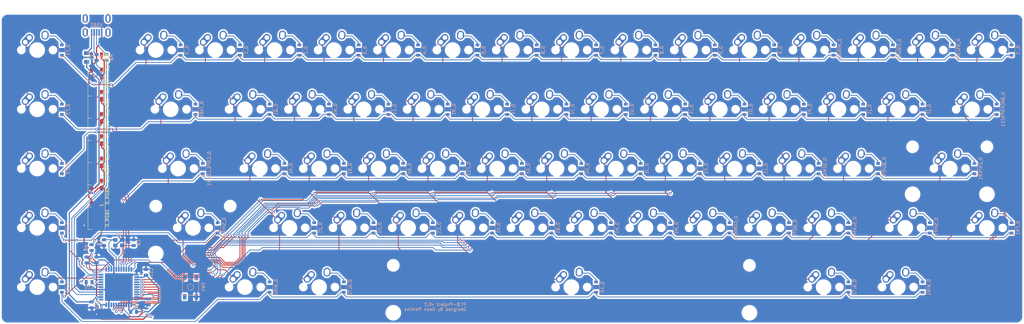
<source format=kicad_pcb>
(kicad_pcb (version 20171130) (host pcbnew "(5.1.0)-1")
  (layers (0 F.Cu signal) (31 B.Cu signal) (34 B.Paste user) (35 F.Paste user) (36 B.SilkS user) (37 F.SilkS user) (38 B.Mask user) (39 F.Mask user) (44 Edge.Cuts user))
  (net 0 "")
  (net 1 GND)
  (net 2 "Net-(C8-Pad1)")
  (net 3 "Net-(C9-Pad1)")
  (net 4 "Net-(C10-Pad2)")
  (net 5 +5V)
  (net 6 row0)
  (net 7 "Net-(D_0-Pad2)")
  (net 8 "Net-(D_1-Pad2)")
  (net 9 "Net-(D_2-Pad2)")
  (net 10 "Net-(D_3-Pad2)")
  (net 11 "Net-(D_4-Pad2)")
  (net 12 "Net-(D_5-Pad2)")
  (net 13 "Net-(D_6-Pad2)")
  (net 14 "Net-(D_7-Pad2)")
  (net 15 "Net-(D_8-Pad2)")
  (net 16 "Net-(D_9-Pad2)")
  (net 17 "Net-(D_10-Pad2)")
  (net 18 row4)
  (net 19 row1)
  (net 20 "Net-(D_[1-Pad2)")
  (net 21 "Net-(D_]1-Pad2)")
  (net 22 "Net-(D_`1-Pad2)")
  (net 23 "Net-(D_`2-Pad2)")
  (net 24 "Net-(D_A1-Pad2)")
  (net 25 row2)
  (net 26 "Net-(D_ALT1-Pad2)")
  (net 27 "Net-(D_ALT2-Pad2)")
  (net 28 row3)
  (net 29 "Net-(D_B1-Pad2)")
  (net 30 "Net-(D_BACKSPACE1-Pad2)")
  (net 31 "Net-(D_BSLSH1-Pad2)")
  (net 32 "Net-(D_C1-Pad2)")
  (net 33 "Net-(D_CAPS_LOCK1-Pad2)")
  (net 34 "Net-(D_COMMA1-Pad2)")
  (net 35 "Net-(D_D1-Pad2)")
  (net 36 "Net-(D_DOT1-Pad2)")
  (net 37 "Net-(D_E1-Pad2)")
  (net 38 "Net-(D_ENTER1-Pad2)")
  (net 39 "Net-(D_EQUAL1-Pad2)")
  (net 40 "Net-(D_F1-Pad2)")
  (net 41 "Net-(D_F2-Pad2)")
  (net 42 "Net-(D_F3-Pad2)")
  (net 43 "Net-(D_F4-Pad2)")
  (net 44 "Net-(D_F5-Pad2)")
  (net 45 "Net-(D_F11-Pad2)")
  (net 46 "Net-(D_FN1-Pad2)")
  (net 47 "Net-(D_G1-Pad2)")
  (net 48 "Net-(D_H1-Pad2)")
  (net 49 "Net-(D_I1-Pad2)")
  (net 50 "Net-(D_J1-Pad2)")
  (net 51 "Net-(D_K1-Pad2)")
  (net 52 "Net-(D_L1-Pad2)")
  (net 53 "Net-(D_M1-Pad2)")
  (net 54 "Net-(D_MINUS1-Pad2)")
  (net 55 "Net-(D_N1-Pad2)")
  (net 56 "Net-(D_O1-Pad2)")
  (net 57 "Net-(D_P1-Pad2)")
  (net 58 "Net-(D_Q1-Pad2)")
  (net 59 "Net-(D_QUOTE1-Pad2)")
  (net 60 "Net-(D_R1-Pad2)")
  (net 61 "Net-(D_S1-Pad2)")
  (net 62 "Net-(D_SEMIC1-Pad2)")
  (net 63 "Net-(D_SHIFT1-Pad2)")
  (net 64 "Net-(D_SHIFT2-Pad2)")
  (net 65 "Net-(D_SLASH1-Pad2)")
  (net 66 "Net-(D_T1-Pad2)")
  (net 67 "Net-(D_TAB1-Pad2)")
  (net 68 "Net-(D_U1-Pad2)")
  (net 69 "Net-(D_V1-Pad2)")
  (net 70 "Net-(D_W1-Pad2)")
  (net 71 "Net-(D_WIN1-Pad2)")
  (net 72 "Net-(D_WIN2-Pad2)")
  (net 73 "Net-(D_X1-Pad2)")
  (net 74 "Net-(D_Y1-Pad2)")
  (net 75 "Net-(D_Z1-Pad2)")
  (net 76 VCC)
  (net 77 col11)
  (net 78 col2)
  (net 79 col3)
  (net 80 col4)
  (net 81 col5)
  (net 82 col6)
  (net 83 col7)
  (net 84 col8)
  (net 85 col9)
  (net 86 col10)
  (net 87 col12)
  (net 88 col13)
  (net 89 col15)
  (net 90 col1)
  (net 91 col14)
  (net 92 col0)
  (net 93 "Net-(R1-Pad1)")
  (net 94 "Net-(R6-Pad2)")
  (net 95 "Net-(R7-Pad1)")
  (net 96 D-)
  (net 97 D+)
  (net 98 "Net-(R8-Pad1)")
  (net 99 "Net-(U2-Pad1)")
  (net 100 "Net-(U2-Pad8)")
  (net 101 "Net-(U2-Pad36)")
  (net 102 "Net-(U2-Pad42)")
  (net 103 "Net-(USB2-Pad2)")
  (net 104 "Net-(USB2-Pad6)")
  (net 105 rgb)
  (net 106 "Net-(D_RGB1-Pad2)")
  (net 107 "Net-(D_RGB2-Pad2)")
  (net 108 "Net-(D_RGB3-Pad2)")
  (net 109 "Net-(D_RGB4-Pad2)")
  (net 110 "Net-(D_RGB5-Pad2)")
  (net 111 "Net-(D_RGB6-Pad2)")
  (net 112 "Net-(D_RGB7-Pad2)")
  (net 113 "Net-(R9-Pad2)")
  (net 114 "Net-(D_RGB8-Pad2)")
  (module MX_Alps_Hybrid:MX-1.5U-NoLED (layer F.Cu) (at 126.20625 134.9375)
    (fp_text reference K_ALT2)
    (fp_text value KEYSW)
    (pad "" np_thru_hole circle (at 5.08 0 48.0996) (size 1.75 1.75) (drill 1.75) (layers *.Cu *.Mask))
    (pad "" np_thru_hole circle (at -5.08 0 48.0996) (size 1.75 1.75) (drill 1.75) (layers *.Cu *.Mask))
    (pad 1 thru_hole circle (at -2.5 -4) (size 2.25 2.25) (drill 1.47) (layers *.Cu B.Mask) (net 78 col2))
    (pad "" np_thru_hole circle (at 0 0) (size 3.9878 3.9878) (drill 3.9878) (layers *.Cu *.Mask))
    (pad 1 thru_hole oval (at -3.81 -2.54 48.0996) (size 4.211556 2.25) (drill 1.47 (offset 0.980778 0)) (layers *.Cu B.Mask) (net 78 col2))
    (pad 2 thru_hole circle (at 2.54 -5.08) (size 2.25 2.25) (drill 1.47) (layers *.Cu B.Mask) (net 27 "Net-(D_ALT2-Pad2)"))
    (pad 2 thru_hole oval (at 2.5 -4.5 86.0548) (size 2.831378 2.25) (drill 1.47 (offset 0.290689 0)) (layers *.Cu B.Mask) (net 27 "Net-(D_ALT2-Pad2)"))
  )
  (module MX_Alps_Hybrid:MX-1.5U-NoLED (layer F.Cu) (at 288.13125 134.9375)
    (fp_text reference K_ALT1)
    (fp_text value KEYSW)
    (pad "" np_thru_hole circle (at 5.08 0 48.0996) (size 1.75 1.75) (drill 1.75) (layers *.Cu *.Mask))
    (pad "" np_thru_hole circle (at -5.08 0 48.0996) (size 1.75 1.75) (drill 1.75) (layers *.Cu *.Mask))
    (pad 1 thru_hole circle (at -2.5 -4) (size 2.25 2.25) (drill 1.47) (layers *.Cu B.Mask) (net 80 col4))
    (pad "" np_thru_hole circle (at 0 0) (size 3.9878 3.9878) (drill 3.9878) (layers *.Cu *.Mask))
    (pad 1 thru_hole oval (at -3.81 -2.54 48.0996) (size 4.211556 2.25) (drill 1.47 (offset 0.980778 0)) (layers *.Cu B.Mask) (net 80 col4))
    (pad 2 thru_hole circle (at 2.54 -5.08) (size 2.25 2.25) (drill 1.47) (layers *.Cu B.Mask) (net 26 "Net-(D_ALT1-Pad2)"))
    (pad 2 thru_hole oval (at 2.5 -4.5 86.0548) (size 2.831378 2.25) (drill 1.47 (offset 0.290689 0)) (layers *.Cu B.Mask) (net 26 "Net-(D_ALT1-Pad2)"))
  )
  (module Crystal:Crystal_SMD_3225-4Pin_3.2x2.5mm (layer B.Cu) (at 61.9125 120.65 180)
    (fp_text reference X2 (at 0 2.45 180) (layer B.SilkS) (effects (justify mirror)))
    (fp_text value XTAL_GND)
    (pad 4 smd rect (at -1.1 0.85 180) (size 1.4 1.2) (layers B.Cu B.Paste B.Mask) (net 1 GND))
    (pad 3 smd rect (at 1.1 0.85 180) (size 1.4 1.2) (layers B.Cu B.Paste B.Mask) (net 3 "Net-(C9-Pad1)"))
    (pad 2 smd rect (at 1.1 -0.85 180) (size 1.4 1.2) (layers B.Cu B.Paste B.Mask) (net 1 GND))
    (pad 1 smd rect (at -1.1 -0.85 180) (size 1.4 1.2) (layers B.Cu B.Paste B.Mask) (net 2 "Net-(C8-Pad1)"))
  )
  (module random-keyboard-parts:SKQG-1155865 (layer B.Cu) (at 84.93125 134.9375 270)
    (fp_text reference SW1 (at 0 -4.064 270) (layer B.SilkS) (effects (justify mirror)))
    (fp_text value SW_PUSH)
    (pad 4 smd rect (at -3.1 -1.85 270) (size 1.8 1.1) (layers B.Cu B.Paste B.Mask))
    (pad 3 smd rect (at 3.1 1.85 270) (size 1.8 1.1) (layers B.Cu B.Paste B.Mask))
    (pad 2 smd rect (at -3.1 1.85 270) (size 1.8 1.1) (layers B.Cu B.Paste B.Mask) (net 93 "Net-(R1-Pad1)"))
    (pad 1 smd rect (at 3.1 -1.85 270) (size 1.8 1.1) (layers B.Cu B.Paste B.Mask) (net 1 GND))
  )
  (module MX_Alps_Hybrid:MX-1.75U-NoLED (layer F.Cu) (at 80.9625 96.8375)
    (fp_text reference K_CAPS_LOCK1)
    (fp_text value KEYSW)
    (pad 2 thru_hole oval (at 2.5 -4.5 86.0548) (size 2.831378 2.25) (drill 1.47 (offset 0.290689 0)) (layers *.Cu B.Mask) (net 33 "Net-(D_CAPS_LOCK1-Pad2)"))
    (pad 2 thru_hole circle (at 2.54 -5.08) (size 2.25 2.25) (drill 1.47) (layers *.Cu B.Mask) (net 33 "Net-(D_CAPS_LOCK1-Pad2)"))
    (pad 1 thru_hole oval (at -3.81 -2.54 48.0996) (size 4.211556 2.25) (drill 1.47 (offset 0.980778 0)) (layers *.Cu B.Mask) (net 90 col1))
    (pad "" np_thru_hole circle (at 0 0) (size 3.9878 3.9878) (drill 3.9878) (layers *.Cu *.Mask))
    (pad 1 thru_hole circle (at -2.5 -4) (size 2.25 2.25) (drill 1.47) (layers *.Cu B.Mask) (net 90 col1))
    (pad "" np_thru_hole circle (at -5.08 0 48.0996) (size 1.75 1.75) (drill 1.75) (layers *.Cu *.Mask))
    (pad "" np_thru_hole circle (at 5.08 0 48.0996) (size 1.75 1.75) (drill 1.75) (layers *.Cu *.Mask))
  )
  (module Capacitor_SMD:C_0805_2012Metric (layer B.Cu) (at 66.675 120.65 90)
    (fp_text reference C8 (at 0 1.65 90) (layer B.SilkS) (effects (justify mirror)))
    (fp_text value 22pF)
    (pad 2 smd roundrect (at 0.9375 0 90) (size 0.975 1.4) (layers B.Cu B.Paste B.Mask) (net 1 GND))
    (pad 1 smd roundrect (at -0.9375 0 90) (size 0.975 1.4) (layers B.Cu B.Paste B.Mask) (net 2 "Net-(C8-Pad1)"))
  )
  (module Capacitor_SMD:C_0805_2012Metric (layer B.Cu) (at 57.15 120.65 270)
    (fp_text reference C9 (at 0 1.65 270) (layer B.SilkS) (effects (justify mirror)))
    (fp_text value 22pF)
    (pad 1 smd roundrect (at -0.9375 0 270) (size 0.975 1.4) (layers B.Cu B.Paste B.Mask) (net 3 "Net-(C9-Pad1)"))
    (pad 2 smd roundrect (at 0.9375 0 270) (size 0.975 1.4) (layers B.Cu B.Paste B.Mask) (net 1 GND))
  )
  (module Capacitor_SMD:C_0805_2012Metric (layer B.Cu) (at 52.3875 133.35)
    (fp_text reference C10 (at 0 1.65) (layer B.SilkS) (effects (justify mirror)))
    (fp_text value 1uF)
    (pad 1 smd roundrect (at -0.9375 0) (size 0.975 1.4) (layers B.Cu B.Paste B.Mask) (net 1 GND))
    (pad 2 smd roundrect (at 0.9375 0) (size 0.975 1.4) (layers B.Cu B.Paste B.Mask) (net 4 "Net-(C10-Pad2)"))
  )
  (module Capacitor_SMD:C_0805_2012Metric (layer B.Cu) (at 54.76875 126.20625 90)
    (fp_text reference C11 (at -1.5875 -4.825 -90) (layer B.SilkS) (effects (justify mirror)))
    (fp_text value 0.1uF)
    (pad 1 smd roundrect (at -0.9375 0 90) (size 0.975 1.4) (layers B.Cu B.Paste B.Mask) (net 5 +5V))
    (pad 2 smd roundrect (at 0.9375 0 90) (size 0.975 1.4) (layers B.Cu B.Paste B.Mask) (net 1 GND))
  )
  (module Capacitor_SMD:C_0805_2012Metric (layer B.Cu) (at 70.64375 130.175 90)
    (fp_text reference C12 (at 0 1.65 90) (layer B.SilkS) (effects (justify mirror)))
    (fp_text value 0.1uF)
    (pad 2 smd roundrect (at 0.9375 0 90) (size 0.975 1.4) (layers B.Cu B.Paste B.Mask) (net 1 GND))
    (pad 1 smd roundrect (at -0.9375 0 90) (size 0.975 1.4) (layers B.Cu B.Paste B.Mask) (net 5 +5V))
  )
  (module Capacitor_SMD:C_0805_2012Metric (layer B.Cu) (at 66.675 142.875 180)
    (fp_text reference C13 (at 0 1.65 180) (layer B.SilkS) (effects (justify mirror)))
    (fp_text value 0.1uF)
    (pad 2 smd roundrect (at 0.9375 0 180) (size 0.975 1.4) (layers B.Cu B.Paste B.Mask) (net 1 GND))
    (pad 1 smd roundrect (at -0.9375 0 180) (size 0.975 1.4) (layers B.Cu B.Paste B.Mask) (net 5 +5V))
  )
  (module Capacitor_SMD:C_0805_2012Metric (layer B.Cu) (at 53.18125 140.6375 90)
    (fp_text reference C14 (at 0 1.65 90) (layer B.SilkS) (effects (justify mirror)))
    (fp_text value 10uF)
    (pad 1 smd roundrect (at -0.9375 0 90) (size 0.975 1.4) (layers B.Cu B.Paste B.Mask) (net 1 GND))
    (pad 2 smd roundrect (at 0.9375 0 90) (size 0.975 1.4) (layers B.Cu B.Paste B.Mask) (net 5 +5V))
  )
  (module random-keyboard-parts:D_SOD-123-Pretty (layer B.Cu) (at 272.25625 58.7375 90)
    (fp_text reference D_0 (at 0 2 90) (layer B.SilkS) (effects (justify mirror)))
    (fp_text value D)
    (pad 1 smd rect (at -1.65 0 90) (size 0.9 1.2) (layers B.Cu B.Paste B.Mask) (net 6 row0))
    (pad 2 smd rect (at 1.65 0 90) (size 0.9 1.2) (layers B.Cu B.Paste B.Mask) (net 7 "Net-(D_0-Pad2)"))
  )
  (module random-keyboard-parts:D_SOD-123-Pretty (layer B.Cu) (at 100.80625 58.7375 90)
    (fp_text reference D_1 (at 0 2 90) (layer B.SilkS) (effects (justify mirror)))
    (fp_text value D)
    (pad 1 smd rect (at -1.65 0 90) (size 0.9 1.2) (layers B.Cu B.Paste B.Mask) (net 6 row0))
    (pad 2 smd rect (at 1.65 0 90) (size 0.9 1.2) (layers B.Cu B.Paste B.Mask) (net 8 "Net-(D_1-Pad2)"))
  )
  (module random-keyboard-parts:D_SOD-123-Pretty (layer B.Cu) (at 119.85625 58.7375 90)
    (fp_text reference D_2 (at 0 2 90) (layer B.SilkS) (effects (justify mirror)))
    (fp_text value D)
    (pad 1 smd rect (at -1.65 0 90) (size 0.9 1.2) (layers B.Cu B.Paste B.Mask) (net 6 row0))
    (pad 2 smd rect (at 1.65 0 90) (size 0.9 1.2) (layers B.Cu B.Paste B.Mask) (net 9 "Net-(D_2-Pad2)"))
  )
  (module random-keyboard-parts:D_SOD-123-Pretty (layer B.Cu) (at 138.90625 58.7375 90)
    (fp_text reference D_3 (at 0 2 90) (layer B.SilkS) (effects (justify mirror)))
    (fp_text value D)
    (pad 1 smd rect (at -1.65 0 90) (size 0.9 1.2) (layers B.Cu B.Paste B.Mask) (net 6 row0))
    (pad 2 smd rect (at 1.65 0 90) (size 0.9 1.2) (layers B.Cu B.Paste B.Mask) (net 10 "Net-(D_3-Pad2)"))
  )
  (module random-keyboard-parts:D_SOD-123-Pretty (layer B.Cu) (at 157.95625 58.7375 90)
    (fp_text reference D_4 (at 0 2 90) (layer B.SilkS) (effects (justify mirror)))
    (fp_text value D)
    (pad 1 smd rect (at -1.65 0 90) (size 0.9 1.2) (layers B.Cu B.Paste B.Mask) (net 6 row0))
    (pad 2 smd rect (at 1.65 0 90) (size 0.9 1.2) (layers B.Cu B.Paste B.Mask) (net 11 "Net-(D_4-Pad2)"))
  )
  (module random-keyboard-parts:D_SOD-123-Pretty (layer B.Cu) (at 177.00625 58.7375 90)
    (fp_text reference D_5 (at 0 2 90) (layer B.SilkS) (effects (justify mirror)))
    (fp_text value D)
    (pad 1 smd rect (at -1.65 0 90) (size 0.9 1.2) (layers B.Cu B.Paste B.Mask) (net 6 row0))
    (pad 2 smd rect (at 1.65 0 90) (size 0.9 1.2) (layers B.Cu B.Paste B.Mask) (net 12 "Net-(D_5-Pad2)"))
  )
  (module random-keyboard-parts:D_SOD-123-Pretty (layer B.Cu) (at 196.05625 58.7375 90)
    (fp_text reference D_6 (at 0 2 90) (layer B.SilkS) (effects (justify mirror)))
    (fp_text value D)
    (pad 2 smd rect (at 1.65 0 90) (size 0.9 1.2) (layers B.Cu B.Paste B.Mask) (net 13 "Net-(D_6-Pad2)"))
    (pad 1 smd rect (at -1.65 0 90) (size 0.9 1.2) (layers B.Cu B.Paste B.Mask) (net 6 row0))
  )
  (module random-keyboard-parts:D_SOD-123-Pretty (layer B.Cu) (at 215.10625 58.7375 90)
    (fp_text reference D_7 (at 0 2 90) (layer B.SilkS) (effects (justify mirror)))
    (fp_text value D)
    (pad 1 smd rect (at -1.65 0 90) (size 0.9 1.2) (layers B.Cu B.Paste B.Mask) (net 6 row0))
    (pad 2 smd rect (at 1.65 0 90) (size 0.9 1.2) (layers B.Cu B.Paste B.Mask) (net 14 "Net-(D_7-Pad2)"))
  )
  (module random-keyboard-parts:D_SOD-123-Pretty (layer B.Cu) (at 234.15625 58.7375 90)
    (fp_text reference D_8 (at 0 2 90) (layer B.SilkS) (effects (justify mirror)))
    (fp_text value D)
    (pad 2 smd rect (at 1.65 0 90) (size 0.9 1.2) (layers B.Cu B.Paste B.Mask) (net 15 "Net-(D_8-Pad2)"))
    (pad 1 smd rect (at -1.65 0 90) (size 0.9 1.2) (layers B.Cu B.Paste B.Mask) (net 6 row0))
  )
  (module random-keyboard-parts:D_SOD-123-Pretty (layer B.Cu) (at 253.20625 58.7375 90)
    (fp_text reference D_9 (at 0 2 90) (layer B.SilkS) (effects (justify mirror)))
    (fp_text value D)
    (pad 2 smd rect (at 1.65 0 90) (size 0.9 1.2) (layers B.Cu B.Paste B.Mask) (net 16 "Net-(D_9-Pad2)"))
    (pad 1 smd rect (at -1.65 0 90) (size 0.9 1.2) (layers B.Cu B.Paste B.Mask) (net 6 row0))
  )
  (module random-keyboard-parts:D_SOD-123-Pretty (layer B.Cu) (at 215.10625 134.9375 90)
    (fp_text reference D_10 (at 0 2 90) (layer B.SilkS) (effects (justify mirror)))
    (fp_text value D)
    (pad 2 smd rect (at 1.65 0 90) (size 0.9 1.2) (layers B.Cu B.Paste B.Mask) (net 17 "Net-(D_10-Pad2)"))
    (pad 1 smd rect (at -1.65 0 90) (size 0.9 1.2) (layers B.Cu B.Paste B.Mask) (net 18 row4))
  )
  (module random-keyboard-parts:D_SOD-123-Pretty (layer B.Cu) (at 300.83125 77.7875 90)
    (fp_text reference D_[1 (at 0 2 90) (layer B.SilkS) (effects (justify mirror)))
    (fp_text value D)
    (pad 1 smd rect (at -1.65 0 90) (size 0.9 1.2) (layers B.Cu B.Paste B.Mask) (net 19 row1))
    (pad 2 smd rect (at 1.65 0 90) (size 0.9 1.2) (layers B.Cu B.Paste B.Mask) (net 20 "Net-(D_[1-Pad2)"))
  )
  (module random-keyboard-parts:D_SOD-123-Pretty (layer B.Cu) (at 319.88125 77.7875 90)
    (fp_text reference D_]1 (at 0 2 90) (layer B.SilkS) (effects (justify mirror)))
    (fp_text value D)
    (pad 2 smd rect (at 1.65 0 90) (size 0.9 1.2) (layers B.Cu B.Paste B.Mask) (net 21 "Net-(D_]1-Pad2)"))
    (pad 1 smd rect (at -1.65 0 90) (size 0.9 1.2) (layers B.Cu B.Paste B.Mask) (net 19 row1))
  )
  (module random-keyboard-parts:D_SOD-123-Pretty (layer B.Cu) (at 348.45625 58.7375 90)
    (fp_text reference D_`1 (at 0 2 90) (layer B.SilkS) (effects (justify mirror)))
    (fp_text value D)
    (pad 2 smd rect (at 1.65 0 90) (size 0.9 1.2) (layers B.Cu B.Paste B.Mask) (net 22 "Net-(D_`1-Pad2)"))
    (pad 1 smd rect (at -1.65 0 90) (size 0.9 1.2) (layers B.Cu B.Paste B.Mask) (net 6 row0))
  )
  (module random-keyboard-parts:D_SOD-123-Pretty (layer B.Cu) (at 81.75625 58.7375 90)
    (fp_text reference D_`2 (at 0 2 90) (layer B.SilkS) (effects (justify mirror)))
    (fp_text value D)
    (pad 1 smd rect (at -1.65 0 90) (size 0.9 1.2) (layers B.Cu B.Paste B.Mask) (net 6 row0))
    (pad 2 smd rect (at 1.65 0 90) (size 0.9 1.2) (layers B.Cu B.Paste B.Mask) (net 23 "Net-(D_`2-Pad2)"))
  )
  (module random-keyboard-parts:D_SOD-123-Pretty (layer B.Cu) (at 115.09375 96.8375 90)
    (fp_text reference D_A1 (at 0 2 90) (layer B.SilkS) (effects (justify mirror)))
    (fp_text value D)
    (pad 2 smd rect (at 1.65 0 90) (size 0.9 1.2) (layers B.Cu B.Paste B.Mask) (net 24 "Net-(D_A1-Pad2)"))
    (pad 1 smd rect (at -1.65 0 90) (size 0.9 1.2) (layers B.Cu B.Paste B.Mask) (net 25 row2))
  )
  (module random-keyboard-parts:D_SOD-123-Pretty (layer B.Cu) (at 296.06875 134.9375 90)
    (fp_text reference D_ALT1 (at 0 2 90) (layer B.SilkS) (effects (justify mirror)))
    (fp_text value D)
    (pad 1 smd rect (at -1.65 0 90) (size 0.9 1.2) (layers B.Cu B.Paste B.Mask) (net 18 row4))
    (pad 2 smd rect (at 1.65 0 90) (size 0.9 1.2) (layers B.Cu B.Paste B.Mask) (net 26 "Net-(D_ALT1-Pad2)"))
  )
  (module random-keyboard-parts:D_SOD-123-Pretty (layer B.Cu) (at 134.14375 134.9375 90)
    (fp_text reference D_ALT2 (at 0 2 90) (layer B.SilkS) (effects (justify mirror)))
    (fp_text value D)
    (pad 1 smd rect (at -1.65 0 90) (size 0.9 1.2) (layers B.Cu B.Paste B.Mask) (net 18 row4))
    (pad 2 smd rect (at 1.65 0 90) (size 0.9 1.2) (layers B.Cu B.Paste B.Mask) (net 27 "Net-(D_ALT2-Pad2)"))
  )
  (module random-keyboard-parts:D_SOD-123-Pretty (layer B.Cu) (at 200.81875 115.8875 90)
    (fp_text reference D_B1 (at 0 2 90) (layer B.SilkS) (effects (justify mirror)))
    (fp_text value D)
    (pad 1 smd rect (at -1.65 0 90) (size 0.9 1.2) (layers B.Cu B.Paste B.Mask) (net 28 row3))
    (pad 2 smd rect (at 1.65 0 90) (size 0.9 1.2) (layers B.Cu B.Paste B.Mask) (net 29 "Net-(D_B1-Pad2)"))
  )
  (module random-keyboard-parts:D_SOD-123-Pretty (layer B.Cu) (at 343.69375 77.7875 90)
    (fp_text reference D_BACKSPACE1 (at 0 2 90) (layer B.SilkS) (effects (justify mirror)))
    (fp_text value D)
    (pad 1 smd rect (at -1.65 0 90) (size 0.9 1.2) (layers B.Cu B.Paste B.Mask) (net 19 row1))
    (pad 2 smd rect (at 1.65 0 90) (size 0.9 1.2) (layers B.Cu B.Paste B.Mask) (net 30 "Net-(D_BACKSPACE1-Pad2)"))
  )
  (module random-keyboard-parts:D_SOD-123-Pretty (layer B.Cu) (at 329.40625 58.7375 90)
    (fp_text reference D_BSLSH1 (at 0 2 90) (layer B.SilkS) (effects (justify mirror)))
    (fp_text value D)
    (pad 1 smd rect (at -1.65 0 90) (size 0.9 1.2) (layers B.Cu B.Paste B.Mask) (net 6 row0))
    (pad 2 smd rect (at 1.65 0 90) (size 0.9 1.2) (layers B.Cu B.Paste B.Mask) (net 31 "Net-(D_BSLSH1-Pad2)"))
  )
  (module random-keyboard-parts:D_SOD-123-Pretty (layer B.Cu) (at 162.71875 115.8875 90)
    (fp_text reference D_C1 (at 0 2 90) (layer B.SilkS) (effects (justify mirror)))
    (fp_text value D)
    (pad 1 smd rect (at -1.65 0 90) (size 0.9 1.2) (layers B.Cu B.Paste B.Mask) (net 28 row3))
    (pad 2 smd rect (at 1.65 0 90) (size 0.9 1.2) (layers B.Cu B.Paste B.Mask) (net 32 "Net-(D_C1-Pad2)"))
  )
  (module random-keyboard-parts:D_SOD-123-Pretty (layer B.Cu) (at 88.9 96.8375 90)
    (fp_text reference D_CAPS_LOCK1 (at 0 2 90) (layer B.SilkS) (effects (justify mirror)))
    (fp_text value D)
    (pad 1 smd rect (at -1.65 0 90) (size 0.9 1.2) (layers B.Cu B.Paste B.Mask) (net 25 row2))
    (pad 2 smd rect (at 1.65 0 90) (size 0.9 1.2) (layers B.Cu B.Paste B.Mask) (net 33 "Net-(D_CAPS_LOCK1-Pad2)"))
  )
  (module random-keyboard-parts:D_SOD-123-Pretty (layer B.Cu) (at 257.96875 115.8875 90)
    (fp_text reference D_COMMA1 (at 0 2 90) (layer B.SilkS) (effects (justify mirror)))
    (fp_text value D)
    (pad 2 smd rect (at 1.65 0 90) (size 0.9 1.2) (layers B.Cu B.Paste B.Mask) (net 34 "Net-(D_COMMA1-Pad2)"))
    (pad 1 smd rect (at -1.65 0 90) (size 0.9 1.2) (layers B.Cu B.Paste B.Mask) (net 28 row3))
  )
  (module random-keyboard-parts:D_SOD-123-Pretty (layer B.Cu) (at 153.200001 96.8375 90)
    (fp_text reference D_D1 (at 0 2 90) (layer B.SilkS) (effects (justify mirror)))
    (fp_text value D)
    (pad 2 smd rect (at 1.65 0 90) (size 0.9 1.2) (layers B.Cu B.Paste B.Mask) (net 35 "Net-(D_D1-Pad2)"))
    (pad 1 smd rect (at -1.65 0 90) (size 0.9 1.2) (layers B.Cu B.Paste B.Mask) (net 25 row2))
  )
  (module random-keyboard-parts:D_SOD-123-Pretty (layer B.Cu) (at 277.01875 115.8875 90)
    (fp_text reference D_DOT1 (at 0 2 90) (layer B.SilkS) (effects (justify mirror)))
    (fp_text value D)
    (pad 2 smd rect (at 1.65 0 90) (size 0.9 1.2) (layers B.Cu B.Paste B.Mask) (net 36 "Net-(D_DOT1-Pad2)"))
    (pad 1 smd rect (at -1.65 0 90) (size 0.9 1.2) (layers B.Cu B.Paste B.Mask) (net 28 row3))
  )
  (module random-keyboard-parts:D_SOD-123-Pretty (layer B.Cu) (at 148.43125 77.7875 90)
    (fp_text reference D_E1 (at 0 2 90) (layer B.SilkS) (effects (justify mirror)))
    (fp_text value D)
    (pad 1 smd rect (at -1.65 0 90) (size 0.9 1.2) (layers B.Cu B.Paste B.Mask) (net 19 row1))
    (pad 2 smd rect (at 1.65 0 90) (size 0.9 1.2) (layers B.Cu B.Paste B.Mask) (net 37 "Net-(D_E1-Pad2)"))
  )
  (module random-keyboard-parts:D_SOD-123-Pretty (layer B.Cu) (at 336.55 96.8375 90)
    (fp_text reference D_ENTER1 (at 0 2 90) (layer B.SilkS) (effects (justify mirror)))
    (fp_text value D)
    (pad 1 smd rect (at -1.65 0 90) (size 0.9 1.2) (layers B.Cu B.Paste B.Mask) (net 25 row2))
    (pad 2 smd rect (at 1.65 0 90) (size 0.9 1.2) (layers B.Cu B.Paste B.Mask) (net 38 "Net-(D_ENTER1-Pad2)"))
  )
  (module random-keyboard-parts:D_SOD-123-Pretty (layer B.Cu) (at 310.35625 58.7375 90)
    (fp_text reference D_EQUAL1 (at 0 2 90) (layer B.SilkS) (effects (justify mirror)))
    (fp_text value D)
    (pad 2 smd rect (at 1.65 0 90) (size 0.9 1.2) (layers B.Cu B.Paste B.Mask) (net 39 "Net-(D_EQUAL1-Pad2)"))
    (pad 1 smd rect (at -1.65 0 90) (size 0.9 1.2) (layers B.Cu B.Paste B.Mask) (net 6 row0))
  )
  (module random-keyboard-parts:D_SOD-123-Pretty (layer B.Cu) (at 43.65625 58.7375 90)
    (fp_text reference D_F1 (at 0 2 90) (layer B.SilkS) (effects (justify mirror)))
    (fp_text value D)
    (pad 1 smd rect (at -1.65 0 90) (size 0.9 1.2) (layers B.Cu B.Paste B.Mask) (net 6 row0))
    (pad 2 smd rect (at 1.65 0 90) (size 0.9 1.2) (layers B.Cu B.Paste B.Mask) (net 40 "Net-(D_F1-Pad2)"))
  )
  (module random-keyboard-parts:D_SOD-123-Pretty (layer B.Cu) (at 43.65625 77.7875 90)
    (fp_text reference D_F2 (at 0 2 90) (layer B.SilkS) (effects (justify mirror)))
    (fp_text value D)
    (pad 2 smd rect (at 1.65 0 90) (size 0.9 1.2) (layers B.Cu B.Paste B.Mask) (net 41 "Net-(D_F2-Pad2)"))
    (pad 1 smd rect (at -1.65 0 90) (size 0.9 1.2) (layers B.Cu B.Paste B.Mask) (net 19 row1))
  )
  (module random-keyboard-parts:D_SOD-123-Pretty (layer B.Cu) (at 43.65625 96.8375 90)
    (fp_text reference D_F3 (at 0 2 90) (layer B.SilkS) (effects (justify mirror)))
    (fp_text value D)
    (pad 2 smd rect (at 1.65 0 90) (size 0.9 1.2) (layers B.Cu B.Paste B.Mask) (net 42 "Net-(D_F3-Pad2)"))
    (pad 1 smd rect (at -1.65 0 90) (size 0.9 1.2) (layers B.Cu B.Paste B.Mask) (net 25 row2))
  )
  (module random-keyboard-parts:D_SOD-123-Pretty (layer B.Cu) (at 43.65625 115.8875 90)
    (fp_text reference D_F4 (at 0 2 90) (layer B.SilkS) (effects (justify mirror)))
    (fp_text value D)
    (pad 2 smd rect (at 1.65 0 90) (size 0.9 1.2) (layers B.Cu B.Paste B.Mask) (net 43 "Net-(D_F4-Pad2)"))
    (pad 1 smd rect (at -1.65 0 90) (size 0.9 1.2) (layers B.Cu B.Paste B.Mask) (net 28 row3))
  )
  (module random-keyboard-parts:D_SOD-123-Pretty (layer B.Cu) (at 43.65625 134.9375 90)
    (fp_text reference D_F5 (at 0 2 90) (layer B.SilkS) (effects (justify mirror)))
    (fp_text value D)
    (pad 1 smd rect (at -1.65 0 90) (size 0.9 1.2) (layers B.Cu B.Paste B.Mask) (net 18 row4))
    (pad 2 smd rect (at 1.65 0 90) (size 0.9 1.2) (layers B.Cu B.Paste B.Mask) (net 44 "Net-(D_F5-Pad2)"))
  )
  (module random-keyboard-parts:D_SOD-123-Pretty (layer B.Cu) (at 172.24375 96.8375 90)
    (fp_text reference D_F11 (at 0 2 90) (layer B.SilkS) (effects (justify mirror)))
    (fp_text value D)
    (pad 1 smd rect (at -1.65 0 90) (size 0.9 1.2) (layers B.Cu B.Paste B.Mask) (net 25 row2))
    (pad 2 smd rect (at 1.65 0 90) (size 0.9 1.2) (layers B.Cu B.Paste B.Mask) (net 45 "Net-(D_F11-Pad2)"))
  )
  (module random-keyboard-parts:D_SOD-123-Pretty (layer B.Cu) (at 348.45625 115.8875 90)
    (fp_text reference D_FN1 (at 0 2 90) (layer B.SilkS) (effects (justify mirror)))
    (fp_text value D)
    (pad 2 smd rect (at 1.65 0 90) (size 0.9 1.2) (layers B.Cu B.Paste B.Mask) (net 46 "Net-(D_FN1-Pad2)"))
    (pad 1 smd rect (at -1.65 0 90) (size 0.9 1.2) (layers B.Cu B.Paste B.Mask) (net 28 row3))
  )
  (module random-keyboard-parts:D_SOD-123-Pretty (layer B.Cu) (at 191.29375 96.8375 90)
    (fp_text reference D_G1 (at 0 2 90) (layer B.SilkS) (effects (justify mirror)))
    (fp_text value D)
    (pad 2 smd rect (at 1.65 0 90) (size 0.9 1.2) (layers B.Cu B.Paste B.Mask) (net 47 "Net-(D_G1-Pad2)"))
    (pad 1 smd rect (at -1.65 0 90) (size 0.9 1.2) (layers B.Cu B.Paste B.Mask) (net 25 row2))
  )
  (module random-keyboard-parts:D_SOD-123-Pretty (layer B.Cu) (at 210.34375 96.8375 90)
    (fp_text reference D_H1 (at 0 2 90) (layer B.SilkS) (effects (justify mirror)))
    (fp_text value D)
    (pad 1 smd rect (at -1.65 0 90) (size 0.9 1.2) (layers B.Cu B.Paste B.Mask) (net 25 row2))
    (pad 2 smd rect (at 1.65 0 90) (size 0.9 1.2) (layers B.Cu B.Paste B.Mask) (net 48 "Net-(D_H1-Pad2)"))
  )
  (module random-keyboard-parts:D_SOD-123-Pretty (layer B.Cu) (at 243.68125 77.7875 90)
    (fp_text reference D_I1 (at 0 2 90) (layer B.SilkS) (effects (justify mirror)))
    (fp_text value D)
    (pad 2 smd rect (at 1.65 0 90) (size 0.9 1.2) (layers B.Cu B.Paste B.Mask) (net 49 "Net-(D_I1-Pad2)"))
    (pad 1 smd rect (at -1.65 0 90) (size 0.9 1.2) (layers B.Cu B.Paste B.Mask) (net 19 row1))
  )
  (module random-keyboard-parts:D_SOD-123-Pretty (layer B.Cu) (at 229.39375 96.8375 90)
    (fp_text reference D_J1 (at 0 2 90) (layer B.SilkS) (effects (justify mirror)))
    (fp_text value D)
    (pad 2 smd rect (at 1.65 0 90) (size 0.9 1.2) (layers B.Cu B.Paste B.Mask) (net 50 "Net-(D_J1-Pad2)"))
    (pad 1 smd rect (at -1.65 0 90) (size 0.9 1.2) (layers B.Cu B.Paste B.Mask) (net 25 row2))
  )
  (module random-keyboard-parts:D_SOD-123-Pretty (layer B.Cu) (at 248.44375 96.8375 90)
    (fp_text reference D_K1 (at 0 2 90) (layer B.SilkS) (effects (justify mirror)))
    (fp_text value D)
    (pad 1 smd rect (at -1.65 0 90) (size 0.9 1.2) (layers B.Cu B.Paste B.Mask) (net 25 row2))
    (pad 2 smd rect (at 1.65 0 90) (size 0.9 1.2) (layers B.Cu B.Paste B.Mask) (net 51 "Net-(D_K1-Pad2)"))
  )
  (module random-keyboard-parts:D_SOD-123-Pretty (layer B.Cu) (at 267.49375 96.8375 90)
    (fp_text reference D_L1 (at 0 2 90) (layer B.SilkS) (effects (justify mirror)))
    (fp_text value D)
    (pad 2 smd rect (at 1.65 0 90) (size 0.9 1.2) (layers B.Cu B.Paste B.Mask) (net 52 "Net-(D_L1-Pad2)"))
    (pad 1 smd rect (at -1.65 0 90) (size 0.9 1.2) (layers B.Cu B.Paste B.Mask) (net 25 row2))
  )
  (module random-keyboard-parts:D_SOD-123-Pretty (layer B.Cu) (at 238.91875 115.8875 90)
    (fp_text reference D_M1 (at 0 2 90) (layer B.SilkS) (effects (justify mirror)))
    (fp_text value D)
    (pad 1 smd rect (at -1.65 0 90) (size 0.9 1.2) (layers B.Cu B.Paste B.Mask) (net 28 row3))
    (pad 2 smd rect (at 1.65 0 90) (size 0.9 1.2) (layers B.Cu B.Paste B.Mask) (net 53 "Net-(D_M1-Pad2)"))
  )
  (module random-keyboard-parts:D_SOD-123-Pretty (layer B.Cu) (at 291.30625 58.7375 90)
    (fp_text reference D_MINUS1 (at 0 2 90) (layer B.SilkS) (effects (justify mirror)))
    (fp_text value D)
    (pad 1 smd rect (at -1.65 0 90) (size 0.9 1.2) (layers B.Cu B.Paste B.Mask) (net 6 row0))
    (pad 2 smd rect (at 1.65 0 90) (size 0.9 1.2) (layers B.Cu B.Paste B.Mask) (net 54 "Net-(D_MINUS1-Pad2)"))
  )
  (module random-keyboard-parts:D_SOD-123-Pretty (layer B.Cu) (at 219.86875 115.8875 90)
    (fp_text reference D_N1 (at 0 2 90) (layer B.SilkS) (effects (justify mirror)))
    (fp_text value D)
    (pad 2 smd rect (at 1.65 0 90) (size 0.9 1.2) (layers B.Cu B.Paste B.Mask) (net 55 "Net-(D_N1-Pad2)"))
    (pad 1 smd rect (at -1.65 0 90) (size 0.9 1.2) (layers B.Cu B.Paste B.Mask) (net 28 row3))
  )
  (module random-keyboard-parts:D_SOD-123-Pretty (layer B.Cu) (at 262.73125 77.7875 90)
    (fp_text reference D_O1 (at 0 2 90) (layer B.SilkS) (effects (justify mirror)))
    (fp_text value D)
    (pad 1 smd rect (at -1.65 0 90) (size 0.9 1.2) (layers B.Cu B.Paste B.Mask) (net 19 row1))
    (pad 2 smd rect (at 1.65 0 90) (size 0.9 1.2) (layers B.Cu B.Paste B.Mask) (net 56 "Net-(D_O1-Pad2)"))
  )
  (module random-keyboard-parts:D_SOD-123-Pretty (layer B.Cu) (at 281.78125 77.7875 90)
    (fp_text reference D_P1 (at 0 2 90) (layer B.SilkS) (effects (justify mirror)))
    (fp_text value D)
    (pad 2 smd rect (at 1.65 0 90) (size 0.9 1.2) (layers B.Cu B.Paste B.Mask) (net 57 "Net-(D_P1-Pad2)"))
    (pad 1 smd rect (at -1.65 0 90) (size 0.9 1.2) (layers B.Cu B.Paste B.Mask) (net 19 row1))
  )
  (module random-keyboard-parts:D_SOD-123-Pretty (layer B.Cu) (at 110.33125 77.7875 90)
    (fp_text reference D_Q1 (at 0 2 90) (layer B.SilkS) (effects (justify mirror)))
    (fp_text value D)
    (pad 2 smd rect (at 1.65 0 90) (size 0.9 1.2) (layers B.Cu B.Paste B.Mask) (net 58 "Net-(D_Q1-Pad2)"))
    (pad 1 smd rect (at -1.65 0 90) (size 0.9 1.2) (layers B.Cu B.Paste B.Mask) (net 19 row1))
  )
  (module random-keyboard-parts:D_SOD-123-Pretty (layer B.Cu) (at 305.59375 96.8375 90)
    (fp_text reference D_QUOTE1 (at 0 2 90) (layer B.SilkS) (effects (justify mirror)))
    (fp_text value D)
    (pad 2 smd rect (at 1.65 0 90) (size 0.9 1.2) (layers B.Cu B.Paste B.Mask) (net 59 "Net-(D_QUOTE1-Pad2)"))
    (pad 1 smd rect (at -1.65 0 90) (size 0.9 1.2) (layers B.Cu B.Paste B.Mask) (net 25 row2))
  )
  (module random-keyboard-parts:D_SOD-123-Pretty (layer B.Cu) (at 167.48125 77.7875 90)
    (fp_text reference D_R1 (at 0 2 90) (layer B.SilkS) (effects (justify mirror)))
    (fp_text value D)
    (pad 1 smd rect (at -1.65 0 90) (size 0.9 1.2) (layers B.Cu B.Paste B.Mask) (net 19 row1))
    (pad 2 smd rect (at 1.65 0 90) (size 0.9 1.2) (layers B.Cu B.Paste B.Mask) (net 60 "Net-(D_R1-Pad2)"))
  )
  (module random-keyboard-parts:D_SOD-123-Pretty (layer B.Cu) (at 134.14375 96.8375 90)
    (fp_text reference D_S1 (at 0 2 90) (layer B.SilkS) (effects (justify mirror)))
    (fp_text value D)
    (pad 1 smd rect (at -1.65 0 90) (size 0.9 1.2) (layers B.Cu B.Paste B.Mask) (net 25 row2))
    (pad 2 smd rect (at 1.65 0 90) (size 0.9 1.2) (layers B.Cu B.Paste B.Mask) (net 61 "Net-(D_S1-Pad2)"))
  )
  (module random-keyboard-parts:D_SOD-123-Pretty (layer B.Cu) (at 286.54375 96.8375 90)
    (fp_text reference D_SEMIC1 (at 0 2 90) (layer B.SilkS) (effects (justify mirror)))
    (fp_text value D)
    (pad 1 smd rect (at -1.65 0 90) (size 0.9 1.2) (layers B.Cu B.Paste B.Mask) (net 25 row2))
    (pad 2 smd rect (at 1.65 0 90) (size 0.9 1.2) (layers B.Cu B.Paste B.Mask) (net 62 "Net-(D_SEMIC1-Pad2)"))
  )
  (module random-keyboard-parts:D_SOD-123-Pretty (layer B.Cu) (at 322.2625 115.8875 90)
    (fp_text reference D_SHIFT1 (at 0 2 90) (layer B.SilkS) (effects (justify mirror)))
    (fp_text value D)
    (pad 1 smd rect (at -1.65 0 90) (size 0.9 1.2) (layers B.Cu B.Paste B.Mask) (net 28 row3))
    (pad 2 smd rect (at 1.65 0 90) (size 0.9 1.2) (layers B.Cu B.Paste B.Mask) (net 63 "Net-(D_SHIFT1-Pad2)"))
  )
  (module random-keyboard-parts:D_SOD-123-Pretty (layer B.Cu) (at 93.6625 115.8875 90)
    (fp_text reference D_SHIFT2 (at 0 2 90) (layer B.SilkS) (effects (justify mirror)))
    (fp_text value D)
    (pad 2 smd rect (at 1.65 0 90) (size 0.9 1.2) (layers B.Cu B.Paste B.Mask) (net 64 "Net-(D_SHIFT2-Pad2)"))
    (pad 1 smd rect (at -1.65 0 90) (size 0.9 1.2) (layers B.Cu B.Paste B.Mask) (net 28 row3))
  )
  (module random-keyboard-parts:D_SOD-123-Pretty (layer B.Cu) (at 296.06875 115.8875 90)
    (fp_text reference D_SLASH1 (at 0 2 90) (layer B.SilkS) (effects (justify mirror)))
    (fp_text value D)
    (pad 2 smd rect (at 1.65 0 90) (size 0.9 1.2) (layers B.Cu B.Paste B.Mask) (net 65 "Net-(D_SLASH1-Pad2)"))
    (pad 1 smd rect (at -1.65 0 90) (size 0.9 1.2) (layers B.Cu B.Paste B.Mask) (net 28 row3))
  )
  (module random-keyboard-parts:D_SOD-123-Pretty (layer B.Cu) (at 186.53125 77.7875 90)
    (fp_text reference D_T1 (at 0 2 90) (layer B.SilkS) (effects (justify mirror)))
    (fp_text value D)
    (pad 2 smd rect (at 1.65 0 90) (size 0.9 1.2) (layers B.Cu B.Paste B.Mask) (net 66 "Net-(D_T1-Pad2)"))
    (pad 1 smd rect (at -1.65 0 90) (size 0.9 1.2) (layers B.Cu B.Paste B.Mask) (net 19 row1))
  )
  (module random-keyboard-parts:D_SOD-123-Pretty (layer B.Cu) (at 86.51875 77.7875 90)
    (fp_text reference D_TAB1 (at 0 2 90) (layer B.SilkS) (effects (justify mirror)))
    (fp_text value D)
    (pad 2 smd rect (at 1.65 0 90) (size 0.9 1.2) (layers B.Cu B.Paste B.Mask) (net 67 "Net-(D_TAB1-Pad2)"))
    (pad 1 smd rect (at -1.65 0 90) (size 0.9 1.2) (layers B.Cu B.Paste B.Mask) (net 19 row1))
  )
  (module random-keyboard-parts:D_SOD-123-Pretty (layer B.Cu) (at 224.63125 77.7875 90)
    (fp_text reference D_U1 (at 0 2 90) (layer B.SilkS) (effects (justify mirror)))
    (fp_text value D)
    (pad 1 smd rect (at -1.65 0 90) (size 0.9 1.2) (layers B.Cu B.Paste B.Mask) (net 19 row1))
    (pad 2 smd rect (at 1.65 0 90) (size 0.9 1.2) (layers B.Cu B.Paste B.Mask) (net 68 "Net-(D_U1-Pad2)"))
  )
  (module random-keyboard-parts:D_SOD-123-Pretty (layer B.Cu) (at 181.76875 115.8875 90)
    (fp_text reference D_V1 (at 0 2 90) (layer B.SilkS) (effects (justify mirror)))
    (fp_text value D)
    (pad 2 smd rect (at 1.65 0 90) (size 0.9 1.2) (layers B.Cu B.Paste B.Mask) (net 69 "Net-(D_V1-Pad2)"))
    (pad 1 smd rect (at -1.65 0 90) (size 0.9 1.2) (layers B.Cu B.Paste B.Mask) (net 28 row3))
  )
  (module random-keyboard-parts:D_SOD-123-Pretty (layer B.Cu) (at 129.38125 77.7875 90)
    (fp_text reference D_W1 (at 0 2 90) (layer B.SilkS) (effects (justify mirror)))
    (fp_text value D)
    (pad 2 smd rect (at 1.65 0 90) (size 0.9 1.2) (layers B.Cu B.Paste B.Mask) (net 70 "Net-(D_W1-Pad2)"))
    (pad 1 smd rect (at -1.65 0 90) (size 0.9 1.2) (layers B.Cu B.Paste B.Mask) (net 19 row1))
  )
  (module random-keyboard-parts:D_SOD-123-Pretty (layer B.Cu) (at 319.88125 134.9375 90)
    (fp_text reference D_WIN1 (at 0 2 90) (layer B.SilkS) (effects (justify mirror)))
    (fp_text value D)
    (pad 2 smd rect (at 1.65 0 90) (size 0.9 1.2) (layers B.Cu B.Paste B.Mask) (net 71 "Net-(D_WIN1-Pad2)"))
    (pad 1 smd rect (at -1.65 0 90) (size 0.9 1.2) (layers B.Cu B.Paste B.Mask) (net 18 row4))
  )
  (module random-keyboard-parts:D_SOD-123-Pretty (layer B.Cu) (at 110.33125 134.9375 90)
    (fp_text reference D_WIN2 (at 0 2 90) (layer B.SilkS) (effects (justify mirror)))
    (fp_text value D)
    (pad 2 smd rect (at 1.65 0 90) (size 0.9 1.2) (layers B.Cu B.Paste B.Mask) (net 72 "Net-(D_WIN2-Pad2)"))
    (pad 1 smd rect (at -1.65 0 90) (size 0.9 1.2) (layers B.Cu B.Paste B.Mask) (net 18 row4))
  )
  (module random-keyboard-parts:D_SOD-123-Pretty (layer B.Cu) (at 143.66875 115.8875 90)
    (fp_text reference D_X1 (at 0 2 90) (layer B.SilkS) (effects (justify mirror)))
    (fp_text value D)
    (pad 2 smd rect (at 1.65 0 90) (size 0.9 1.2) (layers B.Cu B.Paste B.Mask) (net 73 "Net-(D_X1-Pad2)"))
    (pad 1 smd rect (at -1.65 0 90) (size 0.9 1.2) (layers B.Cu B.Paste B.Mask) (net 28 row3))
  )
  (module random-keyboard-parts:D_SOD-123-Pretty (layer B.Cu) (at 205.58125 77.7875 90)
    (fp_text reference D_Y1 (at 0 2 90) (layer B.SilkS) (effects (justify mirror)))
    (fp_text value D)
    (pad 2 smd rect (at 1.65 0 90) (size 0.9 1.2) (layers B.Cu B.Paste B.Mask) (net 74 "Net-(D_Y1-Pad2)"))
    (pad 1 smd rect (at -1.65 0 90) (size 0.9 1.2) (layers B.Cu B.Paste B.Mask) (net 19 row1))
  )
  (module random-keyboard-parts:D_SOD-123-Pretty (layer B.Cu) (at 124.61875 115.8875 90)
    (fp_text reference D_Z1 (at 0 2 90) (layer B.SilkS) (effects (justify mirror)))
    (fp_text value D)
    (pad 1 smd rect (at -1.65 0 90) (size 0.9 1.2) (layers B.Cu B.Paste B.Mask) (net 28 row3))
    (pad 2 smd rect (at 1.65 0 90) (size 0.9 1.2) (layers B.Cu B.Paste B.Mask) (net 75 "Net-(D_Z1-Pad2)"))
  )
  (module Fuse:Fuse_1206_3216Metric (layer B.Cu) (at 51.59375 61.11875 90)
    (fp_text reference F1 (at 0 1.82 90) (layer B.SilkS) (effects (justify mirror)))
    (fp_text value 500mA)
    (pad 1 smd roundrect (at -1.4 0 90) (size 1.25 1.75) (layers B.Cu B.Paste B.Mask) (roundrect_rratio 0.2) (net 5 +5V))
    (pad 2 smd roundrect (at 1.4 0 90) (size 1.25 1.75) (layers B.Cu B.Paste B.Mask) (roundrect_rratio 0.2) (net 76 VCC))
  )
  (module MX_Alps_Hybrid:MX-1U-NoLED (layer F.Cu) (at 264.31875 58.7375)
    (fp_text reference K_0)
    (fp_text value KEYSW)
    (pad "" np_thru_hole circle (at 5.08 0 48.0996) (size 1.75 1.75) (drill 1.75) (layers *.Cu *.Mask))
    (pad "" np_thru_hole circle (at -5.08 0 48.0996) (size 1.75 1.75) (drill 1.75) (layers *.Cu *.Mask))
    (pad 1 thru_hole circle (at -2.5 -4) (size 2.25 2.25) (drill 1.47) (layers *.Cu B.Mask) (net 77 col11))
    (pad "" np_thru_hole circle (at 0 0) (size 3.9878 3.9878) (drill 3.9878) (layers *.Cu *.Mask))
    (pad 1 thru_hole oval (at -3.81 -2.54 48.0996) (size 4.211556 2.25) (drill 1.47 (offset 0.980778 0)) (layers *.Cu B.Mask) (net 77 col11))
    (pad 2 thru_hole circle (at 2.54 -5.08) (size 2.25 2.25) (drill 1.47) (layers *.Cu B.Mask) (net 7 "Net-(D_0-Pad2)"))
    (pad 2 thru_hole oval (at 2.5 -4.5 86.0548) (size 2.831378 2.25) (drill 1.47 (offset 0.290689 0)) (layers *.Cu B.Mask) (net 7 "Net-(D_0-Pad2)"))
  )
  (module MX_Alps_Hybrid:MX-1U-NoLED (layer F.Cu) (at 92.86875 58.7375)
    (fp_text reference K_1)
    (fp_text value KEYSW)
    (pad "" np_thru_hole circle (at 5.08 0 48.0996) (size 1.75 1.75) (drill 1.75) (layers *.Cu *.Mask))
    (pad "" np_thru_hole circle (at -5.08 0 48.0996) (size 1.75 1.75) (drill 1.75) (layers *.Cu *.Mask))
    (pad 1 thru_hole circle (at -2.5 -4) (size 2.25 2.25) (drill 1.47) (layers *.Cu B.Mask) (net 78 col2))
    (pad "" np_thru_hole circle (at 0 0) (size 3.9878 3.9878) (drill 3.9878) (layers *.Cu *.Mask))
    (pad 1 thru_hole oval (at -3.81 -2.54 48.0996) (size 4.211556 2.25) (drill 1.47 (offset 0.980778 0)) (layers *.Cu B.Mask) (net 78 col2))
    (pad 2 thru_hole circle (at 2.54 -5.08) (size 2.25 2.25) (drill 1.47) (layers *.Cu B.Mask) (net 8 "Net-(D_1-Pad2)"))
    (pad 2 thru_hole oval (at 2.5 -4.5 86.0548) (size 2.831378 2.25) (drill 1.47 (offset 0.290689 0)) (layers *.Cu B.Mask) (net 8 "Net-(D_1-Pad2)"))
  )
  (module MX_Alps_Hybrid:MX-1U-NoLED (layer F.Cu) (at 111.91875 58.7375)
    (fp_text reference K_2)
    (fp_text value KEYSW)
    (pad "" np_thru_hole circle (at 5.08 0 48.0996) (size 1.75 1.75) (drill 1.75) (layers *.Cu *.Mask))
    (pad "" np_thru_hole circle (at -5.08 0 48.0996) (size 1.75 1.75) (drill 1.75) (layers *.Cu *.Mask))
    (pad 1 thru_hole circle (at -2.5 -4) (size 2.25 2.25) (drill 1.47) (layers *.Cu B.Mask) (net 79 col3))
    (pad "" np_thru_hole circle (at 0 0) (size 3.9878 3.9878) (drill 3.9878) (layers *.Cu *.Mask))
    (pad 1 thru_hole oval (at -3.81 -2.54 48.0996) (size 4.211556 2.25) (drill 1.47 (offset 0.980778 0)) (layers *.Cu B.Mask) (net 79 col3))
    (pad 2 thru_hole circle (at 2.54 -5.08) (size 2.25 2.25) (drill 1.47) (layers *.Cu B.Mask) (net 9 "Net-(D_2-Pad2)"))
    (pad 2 thru_hole oval (at 2.5 -4.5 86.0548) (size 2.831378 2.25) (drill 1.47 (offset 0.290689 0)) (layers *.Cu B.Mask) (net 9 "Net-(D_2-Pad2)"))
  )
  (module MX_Alps_Hybrid:MX-1U-NoLED (layer F.Cu) (at 130.96875 58.7375)
    (fp_text reference K_3)
    (fp_text value KEYSW)
    (pad 2 thru_hole oval (at 2.5 -4.5 86.0548) (size 2.831378 2.25) (drill 1.47 (offset 0.290689 0)) (layers *.Cu B.Mask) (net 10 "Net-(D_3-Pad2)"))
    (pad 2 thru_hole circle (at 2.54 -5.08) (size 2.25 2.25) (drill 1.47) (layers *.Cu B.Mask) (net 10 "Net-(D_3-Pad2)"))
    (pad 1 thru_hole oval (at -3.81 -2.54 48.0996) (size 4.211556 2.25) (drill 1.47 (offset 0.980778 0)) (layers *.Cu B.Mask) (net 80 col4))
    (pad "" np_thru_hole circle (at 0 0) (size 3.9878 3.9878) (drill 3.9878) (layers *.Cu *.Mask))
    (pad 1 thru_hole circle (at -2.5 -4) (size 2.25 2.25) (drill 1.47) (layers *.Cu B.Mask) (net 80 col4))
    (pad "" np_thru_hole circle (at -5.08 0 48.0996) (size 1.75 1.75) (drill 1.75) (layers *.Cu *.Mask))
    (pad "" np_thru_hole circle (at 5.08 0 48.0996) (size 1.75 1.75) (drill 1.75) (layers *.Cu *.Mask))
  )
  (module MX_Alps_Hybrid:MX-1U-NoLED (layer F.Cu) (at 150.01875 58.7375)
    (fp_text reference K_4)
    (fp_text value KEYSW)
    (pad 2 thru_hole oval (at 2.5 -4.5 86.0548) (size 2.831378 2.25) (drill 1.47 (offset 0.290689 0)) (layers *.Cu B.Mask) (net 11 "Net-(D_4-Pad2)"))
    (pad 2 thru_hole circle (at 2.54 -5.08) (size 2.25 2.25) (drill 1.47) (layers *.Cu B.Mask) (net 11 "Net-(D_4-Pad2)"))
    (pad 1 thru_hole oval (at -3.81 -2.54 48.0996) (size 4.211556 2.25) (drill 1.47 (offset 0.980778 0)) (layers *.Cu B.Mask) (net 81 col5))
    (pad "" np_thru_hole circle (at 0 0) (size 3.9878 3.9878) (drill 3.9878) (layers *.Cu *.Mask))
    (pad 1 thru_hole circle (at -2.5 -4) (size 2.25 2.25) (drill 1.47) (layers *.Cu B.Mask) (net 81 col5))
    (pad "" np_thru_hole circle (at -5.08 0 48.0996) (size 1.75 1.75) (drill 1.75) (layers *.Cu *.Mask))
    (pad "" np_thru_hole circle (at 5.08 0 48.0996) (size 1.75 1.75) (drill 1.75) (layers *.Cu *.Mask))
  )
  (module MX_Alps_Hybrid:MX-1U-NoLED (layer F.Cu) (at 169.06875 58.7375)
    (fp_text reference K_5)
    (fp_text value KEYSW)
    (pad 2 thru_hole oval (at 2.5 -4.5 86.0548) (size 2.831378 2.25) (drill 1.47 (offset 0.290689 0)) (layers *.Cu B.Mask) (net 12 "Net-(D_5-Pad2)"))
    (pad 2 thru_hole circle (at 2.54 -5.08) (size 2.25 2.25) (drill 1.47) (layers *.Cu B.Mask) (net 12 "Net-(D_5-Pad2)"))
    (pad 1 thru_hole oval (at -3.81 -2.54 48.0996) (size 4.211556 2.25) (drill 1.47 (offset 0.980778 0)) (layers *.Cu B.Mask) (net 82 col6))
    (pad "" np_thru_hole circle (at 0 0) (size 3.9878 3.9878) (drill 3.9878) (layers *.Cu *.Mask))
    (pad 1 thru_hole circle (at -2.5 -4) (size 2.25 2.25) (drill 1.47) (layers *.Cu B.Mask) (net 82 col6))
    (pad "" np_thru_hole circle (at -5.08 0 48.0996) (size 1.75 1.75) (drill 1.75) (layers *.Cu *.Mask))
    (pad "" np_thru_hole circle (at 5.08 0 48.0996) (size 1.75 1.75) (drill 1.75) (layers *.Cu *.Mask))
  )
  (module MX_Alps_Hybrid:MX-1U-NoLED (layer F.Cu) (at 188.11875 58.7375)
    (fp_text reference K_6)
    (fp_text value KEYSW)
    (pad 2 thru_hole oval (at 2.5 -4.5 86.0548) (size 2.831378 2.25) (drill 1.47 (offset 0.290689 0)) (layers *.Cu B.Mask) (net 13 "Net-(D_6-Pad2)"))
    (pad 2 thru_hole circle (at 2.54 -5.08) (size 2.25 2.25) (drill 1.47) (layers *.Cu B.Mask) (net 13 "Net-(D_6-Pad2)"))
    (pad 1 thru_hole oval (at -3.81 -2.54 48.0996) (size 4.211556 2.25) (drill 1.47 (offset 0.980778 0)) (layers *.Cu B.Mask) (net 83 col7))
    (pad "" np_thru_hole circle (at 0 0) (size 3.9878 3.9878) (drill 3.9878) (layers *.Cu *.Mask))
    (pad 1 thru_hole circle (at -2.5 -4) (size 2.25 2.25) (drill 1.47) (layers *.Cu B.Mask) (net 83 col7))
    (pad "" np_thru_hole circle (at -5.08 0 48.0996) (size 1.75 1.75) (drill 1.75) (layers *.Cu *.Mask))
    (pad "" np_thru_hole circle (at 5.08 0 48.0996) (size 1.75 1.75) (drill 1.75) (layers *.Cu *.Mask))
  )
  (module MX_Alps_Hybrid:MX-1U-NoLED (layer F.Cu) (at 207.16875 58.7375)
    (fp_text reference K_7)
    (fp_text value KEYSW)
    (pad 2 thru_hole oval (at 2.5 -4.5 86.0548) (size 2.831378 2.25) (drill 1.47 (offset 0.290689 0)) (layers *.Cu B.Mask) (net 14 "Net-(D_7-Pad2)"))
    (pad 2 thru_hole circle (at 2.54 -5.08) (size 2.25 2.25) (drill 1.47) (layers *.Cu B.Mask) (net 14 "Net-(D_7-Pad2)"))
    (pad 1 thru_hole oval (at -3.81 -2.54 48.0996) (size 4.211556 2.25) (drill 1.47 (offset 0.980778 0)) (layers *.Cu B.Mask) (net 84 col8))
    (pad "" np_thru_hole circle (at 0 0) (size 3.9878 3.9878) (drill 3.9878) (layers *.Cu *.Mask))
    (pad 1 thru_hole circle (at -2.5 -4) (size 2.25 2.25) (drill 1.47) (layers *.Cu B.Mask) (net 84 col8))
    (pad "" np_thru_hole circle (at -5.08 0 48.0996) (size 1.75 1.75) (drill 1.75) (layers *.Cu *.Mask))
    (pad "" np_thru_hole circle (at 5.08 0 48.0996) (size 1.75 1.75) (drill 1.75) (layers *.Cu *.Mask))
  )
  (module MX_Alps_Hybrid:MX-1U-NoLED (layer F.Cu) (at 226.21875 58.7375)
    (fp_text reference K_8)
    (fp_text value KEYSW)
    (pad "" np_thru_hole circle (at 5.08 0 48.0996) (size 1.75 1.75) (drill 1.75) (layers *.Cu *.Mask))
    (pad "" np_thru_hole circle (at -5.08 0 48.0996) (size 1.75 1.75) (drill 1.75) (layers *.Cu *.Mask))
    (pad 1 thru_hole circle (at -2.5 -4) (size 2.25 2.25) (drill 1.47) (layers *.Cu B.Mask) (net 85 col9))
    (pad "" np_thru_hole circle (at 0 0) (size 3.9878 3.9878) (drill 3.9878) (layers *.Cu *.Mask))
    (pad 1 thru_hole oval (at -3.81 -2.54 48.0996) (size 4.211556 2.25) (drill 1.47 (offset 0.980778 0)) (layers *.Cu B.Mask) (net 85 col9))
    (pad 2 thru_hole circle (at 2.54 -5.08) (size 2.25 2.25) (drill 1.47) (layers *.Cu B.Mask) (net 15 "Net-(D_8-Pad2)"))
    (pad 2 thru_hole oval (at 2.5 -4.5 86.0548) (size 2.831378 2.25) (drill 1.47 (offset 0.290689 0)) (layers *.Cu B.Mask) (net 15 "Net-(D_8-Pad2)"))
  )
  (module MX_Alps_Hybrid:MX-1U-NoLED (layer F.Cu) (at 245.26875 58.7375)
    (fp_text reference K_9)
    (fp_text value KEYSW)
    (pad 2 thru_hole oval (at 2.5 -4.5 86.0548) (size 2.831378 2.25) (drill 1.47 (offset 0.290689 0)) (layers *.Cu B.Mask) (net 16 "Net-(D_9-Pad2)"))
    (pad 2 thru_hole circle (at 2.54 -5.08) (size 2.25 2.25) (drill 1.47) (layers *.Cu B.Mask) (net 16 "Net-(D_9-Pad2)"))
    (pad 1 thru_hole oval (at -3.81 -2.54 48.0996) (size 4.211556 2.25) (drill 1.47 (offset 0.980778 0)) (layers *.Cu B.Mask) (net 86 col10))
    (pad "" np_thru_hole circle (at 0 0) (size 3.9878 3.9878) (drill 3.9878) (layers *.Cu *.Mask))
    (pad 1 thru_hole circle (at -2.5 -4) (size 2.25 2.25) (drill 1.47) (layers *.Cu B.Mask) (net 86 col10))
    (pad "" np_thru_hole circle (at -5.08 0 48.0996) (size 1.75 1.75) (drill 1.75) (layers *.Cu *.Mask))
    (pad "" np_thru_hole circle (at 5.08 0 48.0996) (size 1.75 1.75) (drill 1.75) (layers *.Cu *.Mask))
  )
  (module MX_Alps_Hybrid:MX-7U-NoLED (layer F.Cu) (at 207.16875 134.9375)
    (fp_text reference K_10)
    (fp_text value KEYSW)
    (pad 2 thru_hole oval (at 2.5 -4.5 86.0548) (size 2.831378 2.25) (drill 1.47 (offset 0.290689 0)) (layers *.Cu B.Mask) (net 17 "Net-(D_10-Pad2)"))
    (pad 2 thru_hole circle (at 2.54 -5.08) (size 2.25 2.25) (drill 1.47) (layers *.Cu B.Mask) (net 17 "Net-(D_10-Pad2)"))
    (pad 1 thru_hole oval (at -3.81 -2.54 48.0996) (size 4.211556 2.25) (drill 1.47 (offset 0.980778 0)) (layers *.Cu B.Mask) (net 79 col3))
    (pad "" np_thru_hole circle (at 0 0) (size 3.9878 3.9878) (drill 3.9878) (layers *.Cu *.Mask))
    (pad 1 thru_hole circle (at -2.5 -4) (size 2.25 2.25) (drill 1.47) (layers *.Cu B.Mask) (net 79 col3))
    (pad "" np_thru_hole circle (at -5.08 0 48.0996) (size 1.75 1.75) (drill 1.75) (layers *.Cu *.Mask))
    (pad "" np_thru_hole circle (at 5.08 0 48.0996) (size 1.75 1.75) (drill 1.75) (layers *.Cu *.Mask))
    (pad "" np_thru_hole circle (at -57.15 -6.985) (size 3.048 3.048) (drill 3.048) (layers *.Cu *.Mask))
    (pad "" np_thru_hole circle (at 57.15 -6.985) (size 3.048 3.048) (drill 3.048) (layers *.Cu *.Mask))
    (pad "" np_thru_hole circle (at -57.15 8.255) (size 3.9878 3.9878) (drill 3.9878) (layers *.Cu *.Mask))
    (pad "" np_thru_hole circle (at 57.15 8.255) (size 3.9878 3.9878) (drill 3.9878) (layers *.Cu *.Mask))
  )
  (module MX_Alps_Hybrid:MX-1U-NoLED (layer F.Cu) (at 292.89375 77.7875)
    (fp_text reference K_[1)
    (fp_text value KEYSW)
    (pad 2 thru_hole oval (at 2.5 -4.5 86.0548) (size 2.831378 2.25) (drill 1.47 (offset 0.290689 0)) (layers *.Cu B.Mask) (net 20 "Net-(D_[1-Pad2)"))
    (pad 2 thru_hole circle (at 2.54 -5.08) (size 2.25 2.25) (drill 1.47) (layers *.Cu B.Mask) (net 20 "Net-(D_[1-Pad2)"))
    (pad 1 thru_hole oval (at -3.81 -2.54 48.0996) (size 4.211556 2.25) (drill 1.47 (offset 0.980778 0)) (layers *.Cu B.Mask) (net 87 col12))
    (pad "" np_thru_hole circle (at 0 0) (size 3.9878 3.9878) (drill 3.9878) (layers *.Cu *.Mask))
    (pad 1 thru_hole circle (at -2.5 -4) (size 2.25 2.25) (drill 1.47) (layers *.Cu B.Mask) (net 87 col12))
    (pad "" np_thru_hole circle (at -5.08 0 48.0996) (size 1.75 1.75) (drill 1.75) (layers *.Cu *.Mask))
    (pad "" np_thru_hole circle (at 5.08 0 48.0996) (size 1.75 1.75) (drill 1.75) (layers *.Cu *.Mask))
  )
  (module MX_Alps_Hybrid:MX-1U-NoLED (layer F.Cu) (at 311.94375 77.7875)
    (fp_text reference K_]1)
    (fp_text value KEYSW)
    (pad "" np_thru_hole circle (at 5.08 0 48.0996) (size 1.75 1.75) (drill 1.75) (layers *.Cu *.Mask))
    (pad "" np_thru_hole circle (at -5.08 0 48.0996) (size 1.75 1.75) (drill 1.75) (layers *.Cu *.Mask))
    (pad 1 thru_hole circle (at -2.5 -4) (size 2.25 2.25) (drill 1.47) (layers *.Cu B.Mask) (net 88 col13))
    (pad "" np_thru_hole circle (at 0 0) (size 3.9878 3.9878) (drill 3.9878) (layers *.Cu *.Mask))
    (pad 1 thru_hole oval (at -3.81 -2.54 48.0996) (size 4.211556 2.25) (drill 1.47 (offset 0.980778 0)) (layers *.Cu B.Mask) (net 88 col13))
    (pad 2 thru_hole circle (at 2.54 -5.08) (size 2.25 2.25) (drill 1.47) (layers *.Cu B.Mask) (net 21 "Net-(D_]1-Pad2)"))
    (pad 2 thru_hole oval (at 2.5 -4.5 86.0548) (size 2.831378 2.25) (drill 1.47 (offset 0.290689 0)) (layers *.Cu B.Mask) (net 21 "Net-(D_]1-Pad2)"))
  )
  (module MX_Alps_Hybrid:MX-1U-NoLED (layer F.Cu) (at 340.51875 58.7375)
    (fp_text reference K_`1)
    (fp_text value KEYSW)
    (pad 2 thru_hole oval (at 2.5 -4.5 86.0548) (size 2.831378 2.25) (drill 1.47 (offset 0.290689 0)) (layers *.Cu B.Mask) (net 22 "Net-(D_`1-Pad2)"))
    (pad 2 thru_hole circle (at 2.54 -5.08) (size 2.25 2.25) (drill 1.47) (layers *.Cu B.Mask) (net 22 "Net-(D_`1-Pad2)"))
    (pad 1 thru_hole oval (at -3.81 -2.54 48.0996) (size 4.211556 2.25) (drill 1.47 (offset 0.980778 0)) (layers *.Cu B.Mask) (net 89 col15))
    (pad "" np_thru_hole circle (at 0 0) (size 3.9878 3.9878) (drill 3.9878) (layers *.Cu *.Mask))
    (pad 1 thru_hole circle (at -2.5 -4) (size 2.25 2.25) (drill 1.47) (layers *.Cu B.Mask) (net 89 col15))
    (pad "" np_thru_hole circle (at -5.08 0 48.0996) (size 1.75 1.75) (drill 1.75) (layers *.Cu *.Mask))
    (pad "" np_thru_hole circle (at 5.08 0 48.0996) (size 1.75 1.75) (drill 1.75) (layers *.Cu *.Mask))
  )
  (module MX_Alps_Hybrid:MX-1U-NoLED (layer F.Cu) (at 73.81875 58.7375)
    (fp_text reference K_`2)
    (fp_text value KEYSW)
    (pad 2 thru_hole oval (at 2.5 -4.5 86.0548) (size 2.831378 2.25) (drill 1.47 (offset 0.290689 0)) (layers *.Cu B.Mask) (net 23 "Net-(D_`2-Pad2)"))
    (pad 2 thru_hole circle (at 2.54 -5.08) (size 2.25 2.25) (drill 1.47) (layers *.Cu B.Mask) (net 23 "Net-(D_`2-Pad2)"))
    (pad 1 thru_hole oval (at -3.81 -2.54 48.0996) (size 4.211556 2.25) (drill 1.47 (offset 0.980778 0)) (layers *.Cu B.Mask) (net 90 col1))
    (pad "" np_thru_hole circle (at 0 0) (size 3.9878 3.9878) (drill 3.9878) (layers *.Cu *.Mask))
    (pad 1 thru_hole circle (at -2.5 -4) (size 2.25 2.25) (drill 1.47) (layers *.Cu B.Mask) (net 90 col1))
    (pad "" np_thru_hole circle (at -5.08 0 48.0996) (size 1.75 1.75) (drill 1.75) (layers *.Cu *.Mask))
    (pad "" np_thru_hole circle (at 5.08 0 48.0996) (size 1.75 1.75) (drill 1.75) (layers *.Cu *.Mask))
  )
  (module MX_Alps_Hybrid:MX-1U-NoLED (layer F.Cu) (at 107.15625 96.8375)
    (fp_text reference K_A1)
    (fp_text value KEYSW)
    (pad "" np_thru_hole circle (at 5.08 0 48.0996) (size 1.75 1.75) (drill 1.75) (layers *.Cu *.Mask))
    (pad "" np_thru_hole circle (at -5.08 0 48.0996) (size 1.75 1.75) (drill 1.75) (layers *.Cu *.Mask))
    (pad 1 thru_hole circle (at -2.5 -4) (size 2.25 2.25) (drill 1.47) (layers *.Cu B.Mask) (net 78 col2))
    (pad "" np_thru_hole circle (at 0 0) (size 3.9878 3.9878) (drill 3.9878) (layers *.Cu *.Mask))
    (pad 1 thru_hole oval (at -3.81 -2.54 48.0996) (size 4.211556 2.25) (drill 1.47 (offset 0.980778 0)) (layers *.Cu B.Mask) (net 78 col2))
    (pad 2 thru_hole circle (at 2.54 -5.08) (size 2.25 2.25) (drill 1.47) (layers *.Cu B.Mask) (net 24 "Net-(D_A1-Pad2)"))
    (pad 2 thru_hole oval (at 2.5 -4.5 86.0548) (size 2.831378 2.25) (drill 1.47 (offset 0.290689 0)) (layers *.Cu B.Mask) (net 24 "Net-(D_A1-Pad2)"))
  )
  (module MX_Alps_Hybrid:MX-1U-NoLED (layer F.Cu) (at 192.88125 115.8875)
    (fp_text reference K_B1)
    (fp_text value KEYSW)
    (pad 2 thru_hole oval (at 2.5 -4.5 86.0548) (size 2.831378 2.25) (drill 1.47 (offset 0.290689 0)) (layers *.Cu B.Mask) (net 29 "Net-(D_B1-Pad2)"))
    (pad 2 thru_hole circle (at 2.54 -5.08) (size 2.25 2.25) (drill 1.47) (layers *.Cu B.Mask) (net 29 "Net-(D_B1-Pad2)"))
    (pad 1 thru_hole oval (at -3.81 -2.54 48.0996) (size 4.211556 2.25) (drill 1.47 (offset 0.980778 0)) (layers *.Cu B.Mask) (net 82 col6))
    (pad "" np_thru_hole circle (at 0 0) (size 3.9878 3.9878) (drill 3.9878) (layers *.Cu *.Mask))
    (pad 1 thru_hole circle (at -2.5 -4) (size 2.25 2.25) (drill 1.47) (layers *.Cu B.Mask) (net 82 col6))
    (pad "" np_thru_hole circle (at -5.08 0 48.0996) (size 1.75 1.75) (drill 1.75) (layers *.Cu *.Mask))
    (pad "" np_thru_hole circle (at 5.08 0 48.0996) (size 1.75 1.75) (drill 1.75) (layers *.Cu *.Mask))
  )
  (module MX_Alps_Hybrid:MX-1.5U-NoLED (layer F.Cu) (at 335.75625 77.7875)
    (fp_text reference K_BACKSPACE1)
    (fp_text value KEYSW)
    (pad 2 thru_hole oval (at 2.5 -4.5 86.0548) (size 2.831378 2.25) (drill 1.47 (offset 0.290689 0)) (layers *.Cu B.Mask) (net 30 "Net-(D_BACKSPACE1-Pad2)"))
    (pad 2 thru_hole circle (at 2.54 -5.08) (size 2.25 2.25) (drill 1.47) (layers *.Cu B.Mask) (net 30 "Net-(D_BACKSPACE1-Pad2)"))
    (pad 1 thru_hole oval (at -3.81 -2.54 48.0996) (size 4.211556 2.25) (drill 1.47 (offset 0.980778 0)) (layers *.Cu B.Mask) (net 91 col14))
    (pad "" np_thru_hole circle (at 0 0) (size 3.9878 3.9878) (drill 3.9878) (layers *.Cu *.Mask))
    (pad 1 thru_hole circle (at -2.5 -4) (size 2.25 2.25) (drill 1.47) (layers *.Cu B.Mask) (net 91 col14))
    (pad "" np_thru_hole circle (at -5.08 0 48.0996) (size 1.75 1.75) (drill 1.75) (layers *.Cu *.Mask))
    (pad "" np_thru_hole circle (at 5.08 0 48.0996) (size 1.75 1.75) (drill 1.75) (layers *.Cu *.Mask))
  )
  (module MX_Alps_Hybrid:MX-1U-NoLED (layer F.Cu) (at 321.46875 58.7375)
    (fp_text reference K_BSLSH1)
    (fp_text value KEYSW)
    (pad "" np_thru_hole circle (at 5.08 0 48.0996) (size 1.75 1.75) (drill 1.75) (layers *.Cu *.Mask))
    (pad "" np_thru_hole circle (at -5.08 0 48.0996) (size 1.75 1.75) (drill 1.75) (layers *.Cu *.Mask))
    (pad 1 thru_hole circle (at -2.5 -4) (size 2.25 2.25) (drill 1.47) (layers *.Cu B.Mask) (net 91 col14))
    (pad "" np_thru_hole circle (at 0 0) (size 3.9878 3.9878) (drill 3.9878) (layers *.Cu *.Mask))
    (pad 1 thru_hole oval (at -3.81 -2.54 48.0996) (size 4.211556 2.25) (drill 1.47 (offset 0.980778 0)) (layers *.Cu B.Mask) (net 91 col14))
    (pad 2 thru_hole circle (at 2.54 -5.08) (size 2.25 2.25) (drill 1.47) (layers *.Cu B.Mask) (net 31 "Net-(D_BSLSH1-Pad2)"))
    (pad 2 thru_hole oval (at 2.5 -4.5 86.0548) (size 2.831378 2.25) (drill 1.47 (offset 0.290689 0)) (layers *.Cu B.Mask) (net 31 "Net-(D_BSLSH1-Pad2)"))
  )
  (module MX_Alps_Hybrid:MX-1U-NoLED (layer F.Cu) (at 154.78125 115.8875)
    (fp_text reference K_C1)
    (fp_text value KEYSW)
    (pad "" np_thru_hole circle (at 5.08 0 48.0996) (size 1.75 1.75) (drill 1.75) (layers *.Cu *.Mask))
    (pad "" np_thru_hole circle (at -5.08 0 48.0996) (size 1.75 1.75) (drill 1.75) (layers *.Cu *.Mask))
    (pad 1 thru_hole circle (at -2.5 -4) (size 2.25 2.25) (drill 1.47) (layers *.Cu B.Mask) (net 80 col4))
    (pad "" np_thru_hole circle (at 0 0) (size 3.9878 3.9878) (drill 3.9878) (layers *.Cu *.Mask))
    (pad 1 thru_hole oval (at -3.81 -2.54 48.0996) (size 4.211556 2.25) (drill 1.47 (offset 0.980778 0)) (layers *.Cu B.Mask) (net 80 col4))
    (pad 2 thru_hole circle (at 2.54 -5.08) (size 2.25 2.25) (drill 1.47) (layers *.Cu B.Mask) (net 32 "Net-(D_C1-Pad2)"))
    (pad 2 thru_hole oval (at 2.5 -4.5 86.0548) (size 2.831378 2.25) (drill 1.47 (offset 0.290689 0)) (layers *.Cu B.Mask) (net 32 "Net-(D_C1-Pad2)"))
  )
  (module MX_Alps_Hybrid:MX-1U-NoLED (layer F.Cu) (at 250.03125 115.8875)
    (fp_text reference K_COMMA1)
    (fp_text value KEYSW)
    (pad "" np_thru_hole circle (at 5.08 0 48.0996) (size 1.75 1.75) (drill 1.75) (layers *.Cu *.Mask))
    (pad "" np_thru_hole circle (at -5.08 0 48.0996) (size 1.75 1.75) (drill 1.75) (layers *.Cu *.Mask))
    (pad 1 thru_hole circle (at -2.5 -4) (size 2.25 2.25) (drill 1.47) (layers *.Cu B.Mask) (net 85 col9))
    (pad "" np_thru_hole circle (at 0 0) (size 3.9878 3.9878) (drill 3.9878) (layers *.Cu *.Mask))
    (pad 1 thru_hole oval (at -3.81 -2.54 48.0996) (size 4.211556 2.25) (drill 1.47 (offset 0.980778 0)) (layers *.Cu B.Mask) (net 85 col9))
    (pad 2 thru_hole circle (at 2.54 -5.08) (size 2.25 2.25) (drill 1.47) (layers *.Cu B.Mask) (net 34 "Net-(D_COMMA1-Pad2)"))
    (pad 2 thru_hole oval (at 2.5 -4.5 86.0548) (size 2.831378 2.25) (drill 1.47 (offset 0.290689 0)) (layers *.Cu B.Mask) (net 34 "Net-(D_COMMA1-Pad2)"))
  )
  (module MX_Alps_Hybrid:MX-1U-NoLED (layer F.Cu) (at 145.25625 96.8375)
    (fp_text reference K_D1)
    (fp_text value KEYSW)
    (pad 2 thru_hole oval (at 2.5 -4.5 86.0548) (size 2.831378 2.25) (drill 1.47 (offset 0.290689 0)) (layers *.Cu B.Mask) (net 35 "Net-(D_D1-Pad2)"))
    (pad 2 thru_hole circle (at 2.54 -5.08) (size 2.25 2.25) (drill 1.47) (layers *.Cu B.Mask) (net 35 "Net-(D_D1-Pad2)"))
    (pad 1 thru_hole oval (at -3.81 -2.54 48.0996) (size 4.211556 2.25) (drill 1.47 (offset 0.980778 0)) (layers *.Cu B.Mask) (net 80 col4))
    (pad "" np_thru_hole circle (at 0 0) (size 3.9878 3.9878) (drill 3.9878) (layers *.Cu *.Mask))
    (pad 1 thru_hole circle (at -2.5 -4) (size 2.25 2.25) (drill 1.47) (layers *.Cu B.Mask) (net 80 col4))
    (pad "" np_thru_hole circle (at -5.08 0 48.0996) (size 1.75 1.75) (drill 1.75) (layers *.Cu *.Mask))
    (pad "" np_thru_hole circle (at 5.08 0 48.0996) (size 1.75 1.75) (drill 1.75) (layers *.Cu *.Mask))
  )
  (module MX_Alps_Hybrid:MX-1U-NoLED (layer F.Cu) (at 269.08125 115.8875)
    (fp_text reference K_DOT1)
    (fp_text value KEYSW)
    (pad "" np_thru_hole circle (at 5.08 0 48.0996) (size 1.75 1.75) (drill 1.75) (layers *.Cu *.Mask))
    (pad "" np_thru_hole circle (at -5.08 0 48.0996) (size 1.75 1.75) (drill 1.75) (layers *.Cu *.Mask))
    (pad 1 thru_hole circle (at -2.5 -4) (size 2.25 2.25) (drill 1.47) (layers *.Cu B.Mask) (net 86 col10))
    (pad "" np_thru_hole circle (at 0 0) (size 3.9878 3.9878) (drill 3.9878) (layers *.Cu *.Mask))
    (pad 1 thru_hole oval (at -3.81 -2.54 48.0996) (size 4.211556 2.25) (drill 1.47 (offset 0.980778 0)) (layers *.Cu B.Mask) (net 86 col10))
    (pad 2 thru_hole circle (at 2.54 -5.08) (size 2.25 2.25) (drill 1.47) (layers *.Cu B.Mask) (net 36 "Net-(D_DOT1-Pad2)"))
    (pad 2 thru_hole oval (at 2.5 -4.5 86.0548) (size 2.831378 2.25) (drill 1.47 (offset 0.290689 0)) (layers *.Cu B.Mask) (net 36 "Net-(D_DOT1-Pad2)"))
  )
  (module MX_Alps_Hybrid:MX-1U-NoLED (layer F.Cu) (at 140.49375 77.7875)
    (fp_text reference K_E1)
    (fp_text value KEYSW)
    (pad "" np_thru_hole circle (at 5.08 0 48.0996) (size 1.75 1.75) (drill 1.75) (layers *.Cu *.Mask))
    (pad "" np_thru_hole circle (at -5.08 0 48.0996) (size 1.75 1.75) (drill 1.75) (layers *.Cu *.Mask))
    (pad 1 thru_hole circle (at -2.5 -4) (size 2.25 2.25) (drill 1.47) (layers *.Cu B.Mask) (net 80 col4))
    (pad "" np_thru_hole circle (at 0 0) (size 3.9878 3.9878) (drill 3.9878) (layers *.Cu *.Mask))
    (pad 1 thru_hole oval (at -3.81 -2.54 48.0996) (size 4.211556 2.25) (drill 1.47 (offset 0.980778 0)) (layers *.Cu B.Mask) (net 80 col4))
    (pad 2 thru_hole circle (at 2.54 -5.08) (size 2.25 2.25) (drill 1.47) (layers *.Cu B.Mask) (net 37 "Net-(D_E1-Pad2)"))
    (pad 2 thru_hole oval (at 2.5 -4.5 86.0548) (size 2.831378 2.25) (drill 1.47 (offset 0.290689 0)) (layers *.Cu B.Mask) (net 37 "Net-(D_E1-Pad2)"))
  )
  (module MX_Alps_Hybrid:MX-2.25U-NoLED (layer F.Cu) (at 328.6125 96.8375)
    (fp_text reference K_ENTER1)
    (fp_text value KEYSW)
    (pad "" np_thru_hole circle (at 11.938 8.255) (size 3.9878 3.9878) (drill 3.9878) (layers *.Cu *.Mask))
    (pad "" np_thru_hole circle (at -11.938 8.255) (size 3.9878 3.9878) (drill 3.9878) (layers *.Cu *.Mask))
    (pad "" np_thru_hole circle (at 11.938 -6.985) (size 3.048 3.048) (drill 3.048) (layers *.Cu *.Mask))
    (pad "" np_thru_hole circle (at -11.938 -6.985) (size 3.048 3.048) (drill 3.048) (layers *.Cu *.Mask))
    (pad "" np_thru_hole circle (at 5.08 0 48.0996) (size 1.75 1.75) (drill 1.75) (layers *.Cu *.Mask))
    (pad "" np_thru_hole circle (at -5.08 0 48.0996) (size 1.75 1.75) (drill 1.75) (layers *.Cu *.Mask))
    (pad 1 thru_hole circle (at -2.5 -4) (size 2.25 2.25) (drill 1.47) (layers *.Cu B.Mask) (net 88 col13))
    (pad "" np_thru_hole circle (at 0 0) (size 3.9878 3.9878) (drill 3.9878) (layers *.Cu *.Mask))
    (pad 1 thru_hole oval (at -3.81 -2.54 48.0996) (size 4.211556 2.25) (drill 1.47 (offset 0.980778 0)) (layers *.Cu B.Mask) (net 88 col13))
    (pad 2 thru_hole circle (at 2.54 -5.08) (size 2.25 2.25) (drill 1.47) (layers *.Cu B.Mask) (net 38 "Net-(D_ENTER1-Pad2)"))
    (pad 2 thru_hole oval (at 2.5 -4.5 86.0548) (size 2.831378 2.25) (drill 1.47 (offset 0.290689 0)) (layers *.Cu B.Mask) (net 38 "Net-(D_ENTER1-Pad2)"))
  )
  (module MX_Alps_Hybrid:MX-1U-NoLED (layer F.Cu) (at 302.41875 58.7375)
    (fp_text reference K_EQUAL1)
    (fp_text value KEYSW)
    (pad "" np_thru_hole circle (at 5.08 0 48.0996) (size 1.75 1.75) (drill 1.75) (layers *.Cu *.Mask))
    (pad "" np_thru_hole circle (at -5.08 0 48.0996) (size 1.75 1.75) (drill 1.75) (layers *.Cu *.Mask))
    (pad 1 thru_hole circle (at -2.5 -4) (size 2.25 2.25) (drill 1.47) (layers *.Cu B.Mask) (net 88 col13))
    (pad "" np_thru_hole circle (at 0 0) (size 3.9878 3.9878) (drill 3.9878) (layers *.Cu *.Mask))
    (pad 1 thru_hole oval (at -3.81 -2.54 48.0996) (size 4.211556 2.25) (drill 1.47 (offset 0.980778 0)) (layers *.Cu B.Mask) (net 88 col13))
    (pad 2 thru_hole circle (at 2.54 -5.08) (size 2.25 2.25) (drill 1.47) (layers *.Cu B.Mask) (net 39 "Net-(D_EQUAL1-Pad2)"))
    (pad 2 thru_hole oval (at 2.5 -4.5 86.0548) (size 2.831378 2.25) (drill 1.47 (offset 0.290689 0)) (layers *.Cu B.Mask) (net 39 "Net-(D_EQUAL1-Pad2)"))
  )
  (module MX_Alps_Hybrid:MX-1U-NoLED (layer F.Cu) (at 35.71875 58.7375)
    (fp_text reference K_F1)
    (fp_text value KEYSW)
    (pad 2 thru_hole oval (at 2.5 -4.5 86.0548) (size 2.831378 2.25) (drill 1.47 (offset 0.290689 0)) (layers *.Cu B.Mask) (net 40 "Net-(D_F1-Pad2)"))
    (pad 2 thru_hole circle (at 2.54 -5.08) (size 2.25 2.25) (drill 1.47) (layers *.Cu B.Mask) (net 40 "Net-(D_F1-Pad2)"))
    (pad 1 thru_hole oval (at -3.81 -2.54 48.0996) (size 4.211556 2.25) (drill 1.47 (offset 0.980778 0)) (layers *.Cu B.Mask) (net 92 col0))
    (pad "" np_thru_hole circle (at 0 0) (size 3.9878 3.9878) (drill 3.9878) (layers *.Cu *.Mask))
    (pad 1 thru_hole circle (at -2.5 -4) (size 2.25 2.25) (drill 1.47) (layers *.Cu B.Mask) (net 92 col0))
    (pad "" np_thru_hole circle (at -5.08 0 48.0996) (size 1.75 1.75) (drill 1.75) (layers *.Cu *.Mask))
    (pad "" np_thru_hole circle (at 5.08 0 48.0996) (size 1.75 1.75) (drill 1.75) (layers *.Cu *.Mask))
  )
  (module MX_Alps_Hybrid:MX-1U-NoLED (layer F.Cu) (at 35.71875 77.7875)
    (fp_text reference K_F2)
    (fp_text value KEYSW)
    (pad 2 thru_hole oval (at 2.5 -4.5 86.0548) (size 2.831378 2.25) (drill 1.47 (offset 0.290689 0)) (layers *.Cu B.Mask) (net 41 "Net-(D_F2-Pad2)"))
    (pad 2 thru_hole circle (at 2.54 -5.08) (size 2.25 2.25) (drill 1.47) (layers *.Cu B.Mask) (net 41 "Net-(D_F2-Pad2)"))
    (pad 1 thru_hole oval (at -3.81 -2.54 48.0996) (size 4.211556 2.25) (drill 1.47 (offset 0.980778 0)) (layers *.Cu B.Mask) (net 92 col0))
    (pad "" np_thru_hole circle (at 0 0) (size 3.9878 3.9878) (drill 3.9878) (layers *.Cu *.Mask))
    (pad 1 thru_hole circle (at -2.5 -4) (size 2.25 2.25) (drill 1.47) (layers *.Cu B.Mask) (net 92 col0))
    (pad "" np_thru_hole circle (at -5.08 0 48.0996) (size 1.75 1.75) (drill 1.75) (layers *.Cu *.Mask))
    (pad "" np_thru_hole circle (at 5.08 0 48.0996) (size 1.75 1.75) (drill 1.75) (layers *.Cu *.Mask))
  )
  (module MX_Alps_Hybrid:MX-1U-NoLED (layer F.Cu) (at 35.71875 96.8375)
    (fp_text reference K_F3)
    (fp_text value KEYSW)
    (pad "" np_thru_hole circle (at 5.08 0 48.0996) (size 1.75 1.75) (drill 1.75) (layers *.Cu *.Mask))
    (pad "" np_thru_hole circle (at -5.08 0 48.0996) (size 1.75 1.75) (drill 1.75) (layers *.Cu *.Mask))
    (pad 1 thru_hole circle (at -2.5 -4) (size 2.25 2.25) (drill 1.47) (layers *.Cu B.Mask) (net 92 col0))
    (pad "" np_thru_hole circle (at 0 0) (size 3.9878 3.9878) (drill 3.9878) (layers *.Cu *.Mask))
    (pad 1 thru_hole oval (at -3.81 -2.54 48.0996) (size 4.211556 2.25) (drill 1.47 (offset 0.980778 0)) (layers *.Cu B.Mask) (net 92 col0))
    (pad 2 thru_hole circle (at 2.54 -5.08) (size 2.25 2.25) (drill 1.47) (layers *.Cu B.Mask) (net 42 "Net-(D_F3-Pad2)"))
    (pad 2 thru_hole oval (at 2.5 -4.5 86.0548) (size 2.831378 2.25) (drill 1.47 (offset 0.290689 0)) (layers *.Cu B.Mask) (net 42 "Net-(D_F3-Pad2)"))
  )
  (module MX_Alps_Hybrid:MX-1U-NoLED (layer F.Cu) (at 35.71875 115.8875)
    (fp_text reference K_F4)
    (fp_text value KEYSW)
    (pad 2 thru_hole oval (at 2.5 -4.5 86.0548) (size 2.831378 2.25) (drill 1.47 (offset 0.290689 0)) (layers *.Cu B.Mask) (net 43 "Net-(D_F4-Pad2)"))
    (pad 2 thru_hole circle (at 2.54 -5.08) (size 2.25 2.25) (drill 1.47) (layers *.Cu B.Mask) (net 43 "Net-(D_F4-Pad2)"))
    (pad 1 thru_hole oval (at -3.81 -2.54 48.0996) (size 4.211556 2.25) (drill 1.47 (offset 0.980778 0)) (layers *.Cu B.Mask) (net 92 col0))
    (pad "" np_thru_hole circle (at 0 0) (size 3.9878 3.9878) (drill 3.9878) (layers *.Cu *.Mask))
    (pad 1 thru_hole circle (at -2.5 -4) (size 2.25 2.25) (drill 1.47) (layers *.Cu B.Mask) (net 92 col0))
    (pad "" np_thru_hole circle (at -5.08 0 48.0996) (size 1.75 1.75) (drill 1.75) (layers *.Cu *.Mask))
    (pad "" np_thru_hole circle (at 5.08 0 48.0996) (size 1.75 1.75) (drill 1.75) (layers *.Cu *.Mask))
  )
  (module MX_Alps_Hybrid:MX-1U-NoLED (layer F.Cu) (at 35.71875 134.9375)
    (fp_text reference K_F5)
    (fp_text value KEYSW)
    (pad "" np_thru_hole circle (at 5.08 0 48.0996) (size 1.75 1.75) (drill 1.75) (layers *.Cu *.Mask))
    (pad "" np_thru_hole circle (at -5.08 0 48.0996) (size 1.75 1.75) (drill 1.75) (layers *.Cu *.Mask))
    (pad 1 thru_hole circle (at -2.5 -4) (size 2.25 2.25) (drill 1.47) (layers *.Cu B.Mask) (net 92 col0))
    (pad "" np_thru_hole circle (at 0 0) (size 3.9878 3.9878) (drill 3.9878) (layers *.Cu *.Mask))
    (pad 1 thru_hole oval (at -3.81 -2.54 48.0996) (size 4.211556 2.25) (drill 1.47 (offset 0.980778 0)) (layers *.Cu B.Mask) (net 92 col0))
    (pad 2 thru_hole circle (at 2.54 -5.08) (size 2.25 2.25) (drill 1.47) (layers *.Cu B.Mask) (net 44 "Net-(D_F5-Pad2)"))
    (pad 2 thru_hole oval (at 2.5 -4.5 86.0548) (size 2.831378 2.25) (drill 1.47 (offset 0.290689 0)) (layers *.Cu B.Mask) (net 44 "Net-(D_F5-Pad2)"))
  )
  (module MX_Alps_Hybrid:MX-1U-NoLED (layer F.Cu) (at 164.30625 96.8375)
    (fp_text reference K_F11)
    (fp_text value KEYSW)
    (pad "" np_thru_hole circle (at 5.08 0 48.0996) (size 1.75 1.75) (drill 1.75) (layers *.Cu *.Mask))
    (pad "" np_thru_hole circle (at -5.08 0 48.0996) (size 1.75 1.75) (drill 1.75) (layers *.Cu *.Mask))
    (pad 1 thru_hole circle (at -2.5 -4) (size 2.25 2.25) (drill 1.47) (layers *.Cu B.Mask) (net 81 col5))
    (pad "" np_thru_hole circle (at 0 0) (size 3.9878 3.9878) (drill 3.9878) (layers *.Cu *.Mask))
    (pad 1 thru_hole oval (at -3.81 -2.54 48.0996) (size 4.211556 2.25) (drill 1.47 (offset 0.980778 0)) (layers *.Cu B.Mask) (net 81 col5))
    (pad 2 thru_hole circle (at 2.54 -5.08) (size 2.25 2.25) (drill 1.47) (layers *.Cu B.Mask) (net 45 "Net-(D_F11-Pad2)"))
    (pad 2 thru_hole oval (at 2.5 -4.5 86.0548) (size 2.831378 2.25) (drill 1.47 (offset 0.290689 0)) (layers *.Cu B.Mask) (net 45 "Net-(D_F11-Pad2)"))
  )
  (module MX_Alps_Hybrid:MX-1U-NoLED (layer F.Cu) (at 340.51875 115.8875)
    (fp_text reference K_FN1)
    (fp_text value KEYSW)
    (pad "" np_thru_hole circle (at 5.08 0 48.0996) (size 1.75 1.75) (drill 1.75) (layers *.Cu *.Mask))
    (pad "" np_thru_hole circle (at -5.08 0 48.0996) (size 1.75 1.75) (drill 1.75) (layers *.Cu *.Mask))
    (pad 1 thru_hole circle (at -2.5 -4) (size 2.25 2.25) (drill 1.47) (layers *.Cu B.Mask) (net 88 col13))
    (pad "" np_thru_hole circle (at 0 0) (size 3.9878 3.9878) (drill 3.9878) (layers *.Cu *.Mask))
    (pad 1 thru_hole oval (at -3.81 -2.54 48.0996) (size 4.211556 2.25) (drill 1.47 (offset 0.980778 0)) (layers *.Cu B.Mask) (net 88 col13))
    (pad 2 thru_hole circle (at 2.54 -5.08) (size 2.25 2.25) (drill 1.47) (layers *.Cu B.Mask) (net 46 "Net-(D_FN1-Pad2)"))
    (pad 2 thru_hole oval (at 2.5 -4.5 86.0548) (size 2.831378 2.25) (drill 1.47 (offset 0.290689 0)) (layers *.Cu B.Mask) (net 46 "Net-(D_FN1-Pad2)"))
  )
  (module MX_Alps_Hybrid:MX-1U-NoLED (layer F.Cu) (at 183.35625 96.8375)
    (fp_text reference K_G1)
    (fp_text value KEYSW)
    (pad 2 thru_hole oval (at 2.5 -4.5 86.0548) (size 2.831378 2.25) (drill 1.47 (offset 0.290689 0)) (layers *.Cu B.Mask) (net 47 "Net-(D_G1-Pad2)"))
    (pad 2 thru_hole circle (at 2.54 -5.08) (size 2.25 2.25) (drill 1.47) (layers *.Cu B.Mask) (net 47 "Net-(D_G1-Pad2)"))
    (pad 1 thru_hole oval (at -3.81 -2.54 48.0996) (size 4.211556 2.25) (drill 1.47 (offset 0.980778 0)) (layers *.Cu B.Mask) (net 82 col6))
    (pad "" np_thru_hole circle (at 0 0) (size 3.9878 3.9878) (drill 3.9878) (layers *.Cu *.Mask))
    (pad 1 thru_hole circle (at -2.5 -4) (size 2.25 2.25) (drill 1.47) (layers *.Cu B.Mask) (net 82 col6))
    (pad "" np_thru_hole circle (at -5.08 0 48.0996) (size 1.75 1.75) (drill 1.75) (layers *.Cu *.Mask))
    (pad "" np_thru_hole circle (at 5.08 0 48.0996) (size 1.75 1.75) (drill 1.75) (layers *.Cu *.Mask))
  )
  (module MX_Alps_Hybrid:MX-1U-NoLED (layer F.Cu) (at 202.40625 96.8375)
    (fp_text reference K_H1)
    (fp_text value KEYSW)
    (pad "" np_thru_hole circle (at 5.08 0 48.0996) (size 1.75 1.75) (drill 1.75) (layers *.Cu *.Mask))
    (pad "" np_thru_hole circle (at -5.08 0 48.0996) (size 1.75 1.75) (drill 1.75) (layers *.Cu *.Mask))
    (pad 1 thru_hole circle (at -2.5 -4) (size 2.25 2.25) (drill 1.47) (layers *.Cu B.Mask) (net 83 col7))
    (pad "" np_thru_hole circle (at 0 0) (size 3.9878 3.9878) (drill 3.9878) (layers *.Cu *.Mask))
    (pad 1 thru_hole oval (at -3.81 -2.54 48.0996) (size 4.211556 2.25) (drill 1.47 (offset 0.980778 0)) (layers *.Cu B.Mask) (net 83 col7))
    (pad 2 thru_hole circle (at 2.54 -5.08) (size 2.25 2.25) (drill 1.47) (layers *.Cu B.Mask) (net 48 "Net-(D_H1-Pad2)"))
    (pad 2 thru_hole oval (at 2.5 -4.5 86.0548) (size 2.831378 2.25) (drill 1.47 (offset 0.290689 0)) (layers *.Cu B.Mask) (net 48 "Net-(D_H1-Pad2)"))
  )
  (module MX_Alps_Hybrid:MX-1U-NoLED (layer F.Cu) (at 235.74375 77.7875)
    (fp_text reference K_I1)
    (fp_text value KEYSW)
    (pad 2 thru_hole oval (at 2.5 -4.5 86.0548) (size 2.831378 2.25) (drill 1.47 (offset 0.290689 0)) (layers *.Cu B.Mask) (net 49 "Net-(D_I1-Pad2)"))
    (pad 2 thru_hole circle (at 2.54 -5.08) (size 2.25 2.25) (drill 1.47) (layers *.Cu B.Mask) (net 49 "Net-(D_I1-Pad2)"))
    (pad 1 thru_hole oval (at -3.81 -2.54 48.0996) (size 4.211556 2.25) (drill 1.47 (offset 0.980778 0)) (layers *.Cu B.Mask) (net 85 col9))
    (pad "" np_thru_hole circle (at 0 0) (size 3.9878 3.9878) (drill 3.9878) (layers *.Cu *.Mask))
    (pad 1 thru_hole circle (at -2.5 -4) (size 2.25 2.25) (drill 1.47) (layers *.Cu B.Mask) (net 85 col9))
    (pad "" np_thru_hole circle (at -5.08 0 48.0996) (size 1.75 1.75) (drill 1.75) (layers *.Cu *.Mask))
    (pad "" np_thru_hole circle (at 5.08 0 48.0996) (size 1.75 1.75) (drill 1.75) (layers *.Cu *.Mask))
  )
  (module MX_Alps_Hybrid:MX-1U-NoLED (layer F.Cu) (at 221.45625 96.8375)
    (fp_text reference K_J1)
    (fp_text value KEYSW)
    (pad "" np_thru_hole circle (at 5.08 0 48.0996) (size 1.75 1.75) (drill 1.75) (layers *.Cu *.Mask))
    (pad "" np_thru_hole circle (at -5.08 0 48.0996) (size 1.75 1.75) (drill 1.75) (layers *.Cu *.Mask))
    (pad 1 thru_hole circle (at -2.5 -4) (size 2.25 2.25) (drill 1.47) (layers *.Cu B.Mask) (net 84 col8))
    (pad "" np_thru_hole circle (at 0 0) (size 3.9878 3.9878) (drill 3.9878) (layers *.Cu *.Mask))
    (pad 1 thru_hole oval (at -3.81 -2.54 48.0996) (size 4.211556 2.25) (drill 1.47 (offset 0.980778 0)) (layers *.Cu B.Mask) (net 84 col8))
    (pad 2 thru_hole circle (at 2.54 -5.08) (size 2.25 2.25) (drill 1.47) (layers *.Cu B.Mask) (net 50 "Net-(D_J1-Pad2)"))
    (pad 2 thru_hole oval (at 2.5 -4.5 86.0548) (size 2.831378 2.25) (drill 1.47 (offset 0.290689 0)) (layers *.Cu B.Mask) (net 50 "Net-(D_J1-Pad2)"))
  )
  (module MX_Alps_Hybrid:MX-1U-NoLED (layer F.Cu) (at 240.50625 96.8375)
    (fp_text reference K_K1)
    (fp_text value KEYSW)
    (pad "" np_thru_hole circle (at 5.08 0 48.0996) (size 1.75 1.75) (drill 1.75) (layers *.Cu *.Mask))
    (pad "" np_thru_hole circle (at -5.08 0 48.0996) (size 1.75 1.75) (drill 1.75) (layers *.Cu *.Mask))
    (pad 1 thru_hole circle (at -2.5 -4) (size 2.25 2.25) (drill 1.47) (layers *.Cu B.Mask) (net 85 col9))
    (pad "" np_thru_hole circle (at 0 0) (size 3.9878 3.9878) (drill 3.9878) (layers *.Cu *.Mask))
    (pad 1 thru_hole oval (at -3.81 -2.54 48.0996) (size 4.211556 2.25) (drill 1.47 (offset 0.980778 0)) (layers *.Cu B.Mask) (net 85 col9))
    (pad 2 thru_hole circle (at 2.54 -5.08) (size 2.25 2.25) (drill 1.47) (layers *.Cu B.Mask) (net 51 "Net-(D_K1-Pad2)"))
    (pad 2 thru_hole oval (at 2.5 -4.5 86.0548) (size 2.831378 2.25) (drill 1.47 (offset 0.290689 0)) (layers *.Cu B.Mask) (net 51 "Net-(D_K1-Pad2)"))
  )
  (module MX_Alps_Hybrid:MX-1U-NoLED (layer F.Cu) (at 259.55625 96.8375)
    (fp_text reference K_L1)
    (fp_text value KEYSW)
    (pad 2 thru_hole oval (at 2.5 -4.5 86.0548) (size 2.831378 2.25) (drill 1.47 (offset 0.290689 0)) (layers *.Cu B.Mask) (net 52 "Net-(D_L1-Pad2)"))
    (pad 2 thru_hole circle (at 2.54 -5.08) (size 2.25 2.25) (drill 1.47) (layers *.Cu B.Mask) (net 52 "Net-(D_L1-Pad2)"))
    (pad 1 thru_hole oval (at -3.81 -2.54 48.0996) (size 4.211556 2.25) (drill 1.47 (offset 0.980778 0)) (layers *.Cu B.Mask) (net 86 col10))
    (pad "" np_thru_hole circle (at 0 0) (size 3.9878 3.9878) (drill 3.9878) (layers *.Cu *.Mask))
    (pad 1 thru_hole circle (at -2.5 -4) (size 2.25 2.25) (drill 1.47) (layers *.Cu B.Mask) (net 86 col10))
    (pad "" np_thru_hole circle (at -5.08 0 48.0996) (size 1.75 1.75) (drill 1.75) (layers *.Cu *.Mask))
    (pad "" np_thru_hole circle (at 5.08 0 48.0996) (size 1.75 1.75) (drill 1.75) (layers *.Cu *.Mask))
  )
  (module MX_Alps_Hybrid:MX-1U-NoLED (layer F.Cu) (at 230.98125 115.8875)
    (fp_text reference K_M1)
    (fp_text value KEYSW)
    (pad "" np_thru_hole circle (at 5.08 0 48.0996) (size 1.75 1.75) (drill 1.75) (layers *.Cu *.Mask))
    (pad "" np_thru_hole circle (at -5.08 0 48.0996) (size 1.75 1.75) (drill 1.75) (layers *.Cu *.Mask))
    (pad 1 thru_hole circle (at -2.5 -4) (size 2.25 2.25) (drill 1.47) (layers *.Cu B.Mask) (net 84 col8))
    (pad "" np_thru_hole circle (at 0 0) (size 3.9878 3.9878) (drill 3.9878) (layers *.Cu *.Mask))
    (pad 1 thru_hole oval (at -3.81 -2.54 48.0996) (size 4.211556 2.25) (drill 1.47 (offset 0.980778 0)) (layers *.Cu B.Mask) (net 84 col8))
    (pad 2 thru_hole circle (at 2.54 -5.08) (size 2.25 2.25) (drill 1.47) (layers *.Cu B.Mask) (net 53 "Net-(D_M1-Pad2)"))
    (pad 2 thru_hole oval (at 2.5 -4.5 86.0548) (size 2.831378 2.25) (drill 1.47 (offset 0.290689 0)) (layers *.Cu B.Mask) (net 53 "Net-(D_M1-Pad2)"))
  )
  (module MX_Alps_Hybrid:MX-1U-NoLED (layer F.Cu) (at 283.36875 58.7375)
    (fp_text reference K_MINUS1)
    (fp_text value KEYSW)
    (pad 2 thru_hole oval (at 2.5 -4.5 86.0548) (size 2.831378 2.25) (drill 1.47 (offset 0.290689 0)) (layers *.Cu B.Mask) (net 54 "Net-(D_MINUS1-Pad2)"))
    (pad 2 thru_hole circle (at 2.54 -5.08) (size 2.25 2.25) (drill 1.47) (layers *.Cu B.Mask) (net 54 "Net-(D_MINUS1-Pad2)"))
    (pad 1 thru_hole oval (at -3.81 -2.54 48.0996) (size 4.211556 2.25) (drill 1.47 (offset 0.980778 0)) (layers *.Cu B.Mask) (net 87 col12))
    (pad "" np_thru_hole circle (at 0 0) (size 3.9878 3.9878) (drill 3.9878) (layers *.Cu *.Mask))
    (pad 1 thru_hole circle (at -2.5 -4) (size 2.25 2.25) (drill 1.47) (layers *.Cu B.Mask) (net 87 col12))
    (pad "" np_thru_hole circle (at -5.08 0 48.0996) (size 1.75 1.75) (drill 1.75) (layers *.Cu *.Mask))
    (pad "" np_thru_hole circle (at 5.08 0 48.0996) (size 1.75 1.75) (drill 1.75) (layers *.Cu *.Mask))
  )
  (module MX_Alps_Hybrid:MX-1U-NoLED (layer F.Cu) (at 211.93125 115.8875)
    (fp_text reference K_N1)
    (fp_text value KEYSW)
    (pad 2 thru_hole oval (at 2.5 -4.5 86.0548) (size 2.831378 2.25) (drill 1.47 (offset 0.290689 0)) (layers *.Cu B.Mask) (net 55 "Net-(D_N1-Pad2)"))
    (pad 2 thru_hole circle (at 2.54 -5.08) (size 2.25 2.25) (drill 1.47) (layers *.Cu B.Mask) (net 55 "Net-(D_N1-Pad2)"))
    (pad 1 thru_hole oval (at -3.81 -2.54 48.0996) (size 4.211556 2.25) (drill 1.47 (offset 0.980778 0)) (layers *.Cu B.Mask) (net 83 col7))
    (pad "" np_thru_hole circle (at 0 0) (size 3.9878 3.9878) (drill 3.9878) (layers *.Cu *.Mask))
    (pad 1 thru_hole circle (at -2.5 -4) (size 2.25 2.25) (drill 1.47) (layers *.Cu B.Mask) (net 83 col7))
    (pad "" np_thru_hole circle (at -5.08 0 48.0996) (size 1.75 1.75) (drill 1.75) (layers *.Cu *.Mask))
    (pad "" np_thru_hole circle (at 5.08 0 48.0996) (size 1.75 1.75) (drill 1.75) (layers *.Cu *.Mask))
  )
  (module MX_Alps_Hybrid:MX-1U-NoLED (layer F.Cu) (at 254.79375 77.7875)
    (fp_text reference K_O1)
    (fp_text value KEYSW)
    (pad "" np_thru_hole circle (at 5.08 0 48.0996) (size 1.75 1.75) (drill 1.75) (layers *.Cu *.Mask))
    (pad "" np_thru_hole circle (at -5.08 0 48.0996) (size 1.75 1.75) (drill 1.75) (layers *.Cu *.Mask))
    (pad 1 thru_hole circle (at -2.5 -4) (size 2.25 2.25) (drill 1.47) (layers *.Cu B.Mask) (net 86 col10))
    (pad "" np_thru_hole circle (at 0 0) (size 3.9878 3.9878) (drill 3.9878) (layers *.Cu *.Mask))
    (pad 1 thru_hole oval (at -3.81 -2.54 48.0996) (size 4.211556 2.25) (drill 1.47 (offset 0.980778 0)) (layers *.Cu B.Mask) (net 86 col10))
    (pad 2 thru_hole circle (at 2.54 -5.08) (size 2.25 2.25) (drill 1.47) (layers *.Cu B.Mask) (net 56 "Net-(D_O1-Pad2)"))
    (pad 2 thru_hole oval (at 2.5 -4.5 86.0548) (size 2.831378 2.25) (drill 1.47 (offset 0.290689 0)) (layers *.Cu B.Mask) (net 56 "Net-(D_O1-Pad2)"))
  )
  (module MX_Alps_Hybrid:MX-1U-NoLED (layer F.Cu) (at 273.84375 77.7875)
    (fp_text reference K_P1)
    (fp_text value KEYSW)
    (pad "" np_thru_hole circle (at 5.08 0 48.0996) (size 1.75 1.75) (drill 1.75) (layers *.Cu *.Mask))
    (pad "" np_thru_hole circle (at -5.08 0 48.0996) (size 1.75 1.75) (drill 1.75) (layers *.Cu *.Mask))
    (pad 1 thru_hole circle (at -2.5 -4) (size 2.25 2.25) (drill 1.47) (layers *.Cu B.Mask) (net 77 col11))
    (pad "" np_thru_hole circle (at 0 0) (size 3.9878 3.9878) (drill 3.9878) (layers *.Cu *.Mask))
    (pad 1 thru_hole oval (at -3.81 -2.54 48.0996) (size 4.211556 2.25) (drill 1.47 (offset 0.980778 0)) (layers *.Cu B.Mask) (net 77 col11))
    (pad 2 thru_hole circle (at 2.54 -5.08) (size 2.25 2.25) (drill 1.47) (layers *.Cu B.Mask) (net 57 "Net-(D_P1-Pad2)"))
    (pad 2 thru_hole oval (at 2.5 -4.5 86.0548) (size 2.831378 2.25) (drill 1.47 (offset 0.290689 0)) (layers *.Cu B.Mask) (net 57 "Net-(D_P1-Pad2)"))
  )
  (module MX_Alps_Hybrid:MX-1U-NoLED (layer F.Cu) (at 102.39375 77.7875)
    (fp_text reference K_Q1)
    (fp_text value KEYSW)
    (pad "" np_thru_hole circle (at 5.08 0 48.0996) (size 1.75 1.75) (drill 1.75) (layers *.Cu *.Mask))
    (pad "" np_thru_hole circle (at -5.08 0 48.0996) (size 1.75 1.75) (drill 1.75) (layers *.Cu *.Mask))
    (pad 1 thru_hole circle (at -2.5 -4) (size 2.25 2.25) (drill 1.47) (layers *.Cu B.Mask) (net 78 col2))
    (pad "" np_thru_hole circle (at 0 0) (size 3.9878 3.9878) (drill 3.9878) (layers *.Cu *.Mask))
    (pad 1 thru_hole oval (at -3.81 -2.54 48.0996) (size 4.211556 2.25) (drill 1.47 (offset 0.980778 0)) (layers *.Cu B.Mask) (net 78 col2))
    (pad 2 thru_hole circle (at 2.54 -5.08) (size 2.25 2.25) (drill 1.47) (layers *.Cu B.Mask) (net 58 "Net-(D_Q1-Pad2)"))
    (pad 2 thru_hole oval (at 2.5 -4.5 86.0548) (size 2.831378 2.25) (drill 1.47 (offset 0.290689 0)) (layers *.Cu B.Mask) (net 58 "Net-(D_Q1-Pad2)"))
  )
  (module MX_Alps_Hybrid:MX-1U-NoLED (layer F.Cu) (at 297.65625 96.8375)
    (fp_text reference K_QUOTE1)
    (fp_text value KEYSW)
    (pad 2 thru_hole oval (at 2.5 -4.5 86.0548) (size 2.831378 2.25) (drill 1.47 (offset 0.290689 0)) (layers *.Cu B.Mask) (net 59 "Net-(D_QUOTE1-Pad2)"))
    (pad 2 thru_hole circle (at 2.54 -5.08) (size 2.25 2.25) (drill 1.47) (layers *.Cu B.Mask) (net 59 "Net-(D_QUOTE1-Pad2)"))
    (pad 1 thru_hole oval (at -3.81 -2.54 48.0996) (size 4.211556 2.25) (drill 1.47 (offset 0.980778 0)) (layers *.Cu B.Mask) (net 87 col12))
    (pad "" np_thru_hole circle (at 0 0) (size 3.9878 3.9878) (drill 3.9878) (layers *.Cu *.Mask))
    (pad 1 thru_hole circle (at -2.5 -4) (size 2.25 2.25) (drill 1.47) (layers *.Cu B.Mask) (net 87 col12))
    (pad "" np_thru_hole circle (at -5.08 0 48.0996) (size 1.75 1.75) (drill 1.75) (layers *.Cu *.Mask))
    (pad "" np_thru_hole circle (at 5.08 0 48.0996) (size 1.75 1.75) (drill 1.75) (layers *.Cu *.Mask))
  )
  (module MX_Alps_Hybrid:MX-1U-NoLED (layer F.Cu) (at 159.54375 77.7875)
    (fp_text reference K_R1)
    (fp_text value KEYSW)
    (pad "" np_thru_hole circle (at 5.08 0 48.0996) (size 1.75 1.75) (drill 1.75) (layers *.Cu *.Mask))
    (pad "" np_thru_hole circle (at -5.08 0 48.0996) (size 1.75 1.75) (drill 1.75) (layers *.Cu *.Mask))
    (pad 1 thru_hole circle (at -2.5 -4) (size 2.25 2.25) (drill 1.47) (layers *.Cu B.Mask) (net 81 col5))
    (pad "" np_thru_hole circle (at 0 0) (size 3.9878 3.9878) (drill 3.9878) (layers *.Cu *.Mask))
    (pad 1 thru_hole oval (at -3.81 -2.54 48.0996) (size 4.211556 2.25) (drill 1.47 (offset 0.980778 0)) (layers *.Cu B.Mask) (net 81 col5))
    (pad 2 thru_hole circle (at 2.54 -5.08) (size 2.25 2.25) (drill 1.47) (layers *.Cu B.Mask) (net 60 "Net-(D_R1-Pad2)"))
    (pad 2 thru_hole oval (at 2.5 -4.5 86.0548) (size 2.831378 2.25) (drill 1.47 (offset 0.290689 0)) (layers *.Cu B.Mask) (net 60 "Net-(D_R1-Pad2)"))
  )
  (module MX_Alps_Hybrid:MX-1U-NoLED (layer F.Cu) (at 126.20625 96.8375)
    (fp_text reference K_S1)
    (fp_text value KEYSW)
    (pad 2 thru_hole oval (at 2.5 -4.5 86.0548) (size 2.831378 2.25) (drill 1.47 (offset 0.290689 0)) (layers *.Cu B.Mask) (net 61 "Net-(D_S1-Pad2)"))
    (pad 2 thru_hole circle (at 2.54 -5.08) (size 2.25 2.25) (drill 1.47) (layers *.Cu B.Mask) (net 61 "Net-(D_S1-Pad2)"))
    (pad 1 thru_hole oval (at -3.81 -2.54 48.0996) (size 4.211556 2.25) (drill 1.47 (offset 0.980778 0)) (layers *.Cu B.Mask) (net 79 col3))
    (pad "" np_thru_hole circle (at 0 0) (size 3.9878 3.9878) (drill 3.9878) (layers *.Cu *.Mask))
    (pad 1 thru_hole circle (at -2.5 -4) (size 2.25 2.25) (drill 1.47) (layers *.Cu B.Mask) (net 79 col3))
    (pad "" np_thru_hole circle (at -5.08 0 48.0996) (size 1.75 1.75) (drill 1.75) (layers *.Cu *.Mask))
    (pad "" np_thru_hole circle (at 5.08 0 48.0996) (size 1.75 1.75) (drill 1.75) (layers *.Cu *.Mask))
  )
  (module MX_Alps_Hybrid:MX-1U-NoLED (layer F.Cu) (at 278.60625 96.8375)
    (fp_text reference K_SEMIC1)
    (fp_text value KEYSW)
    (pad 2 thru_hole oval (at 2.5 -4.5 86.0548) (size 2.831378 2.25) (drill 1.47 (offset 0.290689 0)) (layers *.Cu B.Mask) (net 62 "Net-(D_SEMIC1-Pad2)"))
    (pad 2 thru_hole circle (at 2.54 -5.08) (size 2.25 2.25) (drill 1.47) (layers *.Cu B.Mask) (net 62 "Net-(D_SEMIC1-Pad2)"))
    (pad 1 thru_hole oval (at -3.81 -2.54 48.0996) (size 4.211556 2.25) (drill 1.47 (offset 0.980778 0)) (layers *.Cu B.Mask) (net 77 col11))
    (pad "" np_thru_hole circle (at 0 0) (size 3.9878 3.9878) (drill 3.9878) (layers *.Cu *.Mask))
    (pad 1 thru_hole circle (at -2.5 -4) (size 2.25 2.25) (drill 1.47) (layers *.Cu B.Mask) (net 77 col11))
    (pad "" np_thru_hole circle (at -5.08 0 48.0996) (size 1.75 1.75) (drill 1.75) (layers *.Cu *.Mask))
    (pad "" np_thru_hole circle (at 5.08 0 48.0996) (size 1.75 1.75) (drill 1.75) (layers *.Cu *.Mask))
  )
  (module MX_Alps_Hybrid:MX-1.75U-NoLED (layer F.Cu) (at 314.325 115.8875)
    (fp_text reference K_SHIFT1)
    (fp_text value KEYSW)
    (pad "" np_thru_hole circle (at 5.08 0 48.0996) (size 1.75 1.75) (drill 1.75) (layers *.Cu *.Mask))
    (pad "" np_thru_hole circle (at -5.08 0 48.0996) (size 1.75 1.75) (drill 1.75) (layers *.Cu *.Mask))
    (pad 1 thru_hole circle (at -2.5 -4) (size 2.25 2.25) (drill 1.47) (layers *.Cu B.Mask) (net 87 col12))
    (pad "" np_thru_hole circle (at 0 0) (size 3.9878 3.9878) (drill 3.9878) (layers *.Cu *.Mask))
    (pad 1 thru_hole oval (at -3.81 -2.54 48.0996) (size 4.211556 2.25) (drill 1.47 (offset 0.980778 0)) (layers *.Cu B.Mask) (net 87 col12))
    (pad 2 thru_hole circle (at 2.54 -5.08) (size 2.25 2.25) (drill 1.47) (layers *.Cu B.Mask) (net 63 "Net-(D_SHIFT1-Pad2)"))
    (pad 2 thru_hole oval (at 2.5 -4.5 86.0548) (size 2.831378 2.25) (drill 1.47 (offset 0.290689 0)) (layers *.Cu B.Mask) (net 63 "Net-(D_SHIFT1-Pad2)"))
  )
  (module MX_Alps_Hybrid:MX-2.25U-NoLED (layer F.Cu) (at 85.725 115.8875)
    (fp_text reference K_SHIFT2)
    (fp_text value KEYSW)
    (pad 2 thru_hole oval (at 2.5 -4.5 86.0548) (size 2.831378 2.25) (drill 1.47 (offset 0.290689 0)) (layers *.Cu B.Mask) (net 64 "Net-(D_SHIFT2-Pad2)"))
    (pad 2 thru_hole circle (at 2.54 -5.08) (size 2.25 2.25) (drill 1.47) (layers *.Cu B.Mask) (net 64 "Net-(D_SHIFT2-Pad2)"))
    (pad 1 thru_hole oval (at -3.81 -2.54 48.0996) (size 4.211556 2.25) (drill 1.47 (offset 0.980778 0)) (layers *.Cu B.Mask) (net 90 col1))
    (pad "" np_thru_hole circle (at 0 0) (size 3.9878 3.9878) (drill 3.9878) (layers *.Cu *.Mask))
    (pad 1 thru_hole circle (at -2.5 -4) (size 2.25 2.25) (drill 1.47) (layers *.Cu B.Mask) (net 90 col1))
    (pad "" np_thru_hole circle (at -5.08 0 48.0996) (size 1.75 1.75) (drill 1.75) (layers *.Cu *.Mask))
    (pad "" np_thru_hole circle (at 5.08 0 48.0996) (size 1.75 1.75) (drill 1.75) (layers *.Cu *.Mask))
    (pad "" np_thru_hole circle (at -11.938 -6.985) (size 3.048 3.048) (drill 3.048) (layers *.Cu *.Mask))
    (pad "" np_thru_hole circle (at 11.938 -6.985) (size 3.048 3.048) (drill 3.048) (layers *.Cu *.Mask))
    (pad "" np_thru_hole circle (at -11.938 8.255) (size 3.9878 3.9878) (drill 3.9878) (layers *.Cu *.Mask))
    (pad "" np_thru_hole circle (at 11.938 8.255) (size 3.9878 3.9878) (drill 3.9878) (layers *.Cu *.Mask))
  )
  (module MX_Alps_Hybrid:MX-1U-NoLED (layer F.Cu) (at 288.13125 115.8875)
    (fp_text reference K_SLASH1)
    (fp_text value KEYSW)
    (pad 2 thru_hole oval (at 2.5 -4.5 86.0548) (size 2.831378 2.25) (drill 1.47 (offset 0.290689 0)) (layers *.Cu B.Mask) (net 65 "Net-(D_SLASH1-Pad2)"))
    (pad 2 thru_hole circle (at 2.54 -5.08) (size 2.25 2.25) (drill 1.47) (layers *.Cu B.Mask) (net 65 "Net-(D_SLASH1-Pad2)"))
    (pad 1 thru_hole oval (at -3.81 -2.54 48.0996) (size 4.211556 2.25) (drill 1.47 (offset 0.980778 0)) (layers *.Cu B.Mask) (net 77 col11))
    (pad "" np_thru_hole circle (at 0 0) (size 3.9878 3.9878) (drill 3.9878) (layers *.Cu *.Mask))
    (pad 1 thru_hole circle (at -2.5 -4) (size 2.25 2.25) (drill 1.47) (layers *.Cu B.Mask) (net 77 col11))
    (pad "" np_thru_hole circle (at -5.08 0 48.0996) (size 1.75 1.75) (drill 1.75) (layers *.Cu *.Mask))
    (pad "" np_thru_hole circle (at 5.08 0 48.0996) (size 1.75 1.75) (drill 1.75) (layers *.Cu *.Mask))
  )
  (module MX_Alps_Hybrid:MX-1U-NoLED (layer F.Cu) (at 178.59375 77.7875)
    (fp_text reference K_T1)
    (fp_text value KEYSW)
    (pad 2 thru_hole oval (at 2.5 -4.5 86.0548) (size 2.831378 2.25) (drill 1.47 (offset 0.290689 0)) (layers *.Cu B.Mask) (net 66 "Net-(D_T1-Pad2)"))
    (pad 2 thru_hole circle (at 2.54 -5.08) (size 2.25 2.25) (drill 1.47) (layers *.Cu B.Mask) (net 66 "Net-(D_T1-Pad2)"))
    (pad 1 thru_hole oval (at -3.81 -2.54 48.0996) (size 4.211556 2.25) (drill 1.47 (offset 0.980778 0)) (layers *.Cu B.Mask) (net 82 col6))
    (pad "" np_thru_hole circle (at 0 0) (size 3.9878 3.9878) (drill 3.9878) (layers *.Cu *.Mask))
    (pad 1 thru_hole circle (at -2.5 -4) (size 2.25 2.25) (drill 1.47) (layers *.Cu B.Mask) (net 82 col6))
    (pad "" np_thru_hole circle (at -5.08 0 48.0996) (size 1.75 1.75) (drill 1.75) (layers *.Cu *.Mask))
    (pad "" np_thru_hole circle (at 5.08 0 48.0996) (size 1.75 1.75) (drill 1.75) (layers *.Cu *.Mask))
  )
  (module MX_Alps_Hybrid:MX-1.5U-NoLED (layer F.Cu) (at 78.58125 77.7875)
    (fp_text reference K_TAB1)
    (fp_text value KEYSW)
    (pad "" np_thru_hole circle (at 5.08 0 48.0996) (size 1.75 1.75) (drill 1.75) (layers *.Cu *.Mask))
    (pad "" np_thru_hole circle (at -5.08 0 48.0996) (size 1.75 1.75) (drill 1.75) (layers *.Cu *.Mask))
    (pad 1 thru_hole circle (at -2.5 -4) (size 2.25 2.25) (drill 1.47) (layers *.Cu B.Mask) (net 90 col1))
    (pad "" np_thru_hole circle (at 0 0) (size 3.9878 3.9878) (drill 3.9878) (layers *.Cu *.Mask))
    (pad 1 thru_hole oval (at -3.81 -2.54 48.0996) (size 4.211556 2.25) (drill 1.47 (offset 0.980778 0)) (layers *.Cu B.Mask) (net 90 col1))
    (pad 2 thru_hole circle (at 2.54 -5.08) (size 2.25 2.25) (drill 1.47) (layers *.Cu B.Mask) (net 67 "Net-(D_TAB1-Pad2)"))
    (pad 2 thru_hole oval (at 2.5 -4.5 86.0548) (size 2.831378 2.25) (drill 1.47 (offset 0.290689 0)) (layers *.Cu B.Mask) (net 67 "Net-(D_TAB1-Pad2)"))
  )
  (module MX_Alps_Hybrid:MX-1U-NoLED (layer F.Cu) (at 216.69375 77.7875)
    (fp_text reference K_U1)
    (fp_text value KEYSW)
    (pad "" np_thru_hole circle (at 5.08 0 48.0996) (size 1.75 1.75) (drill 1.75) (layers *.Cu *.Mask))
    (pad "" np_thru_hole circle (at -5.08 0 48.0996) (size 1.75 1.75) (drill 1.75) (layers *.Cu *.Mask))
    (pad 1 thru_hole circle (at -2.5 -4) (size 2.25 2.25) (drill 1.47) (layers *.Cu B.Mask) (net 84 col8))
    (pad "" np_thru_hole circle (at 0 0) (size 3.9878 3.9878) (drill 3.9878) (layers *.Cu *.Mask))
    (pad 1 thru_hole oval (at -3.81 -2.54 48.0996) (size 4.211556 2.25) (drill 1.47 (offset 0.980778 0)) (layers *.Cu B.Mask) (net 84 col8))
    (pad 2 thru_hole circle (at 2.54 -5.08) (size 2.25 2.25) (drill 1.47) (layers *.Cu B.Mask) (net 68 "Net-(D_U1-Pad2)"))
    (pad 2 thru_hole oval (at 2.5 -4.5 86.0548) (size 2.831378 2.25) (drill 1.47 (offset 0.290689 0)) (layers *.Cu B.Mask) (net 68 "Net-(D_U1-Pad2)"))
  )
  (module MX_Alps_Hybrid:MX-1U-NoLED (layer F.Cu) (at 173.83125 115.8875)
    (fp_text reference K_V1)
    (fp_text value KEYSW)
    (pad 2 thru_hole oval (at 2.5 -4.5 86.0548) (size 2.831378 2.25) (drill 1.47 (offset 0.290689 0)) (layers *.Cu B.Mask) (net 69 "Net-(D_V1-Pad2)"))
    (pad 2 thru_hole circle (at 2.54 -5.08) (size 2.25 2.25) (drill 1.47) (layers *.Cu B.Mask) (net 69 "Net-(D_V1-Pad2)"))
    (pad 1 thru_hole oval (at -3.81 -2.54 48.0996) (size 4.211556 2.25) (drill 1.47 (offset 0.980778 0)) (layers *.Cu B.Mask) (net 81 col5))
    (pad "" np_thru_hole circle (at 0 0) (size 3.9878 3.9878) (drill 3.9878) (layers *.Cu *.Mask))
    (pad 1 thru_hole circle (at -2.5 -4) (size 2.25 2.25) (drill 1.47) (layers *.Cu B.Mask) (net 81 col5))
    (pad "" np_thru_hole circle (at -5.08 0 48.0996) (size 1.75 1.75) (drill 1.75) (layers *.Cu *.Mask))
    (pad "" np_thru_hole circle (at 5.08 0 48.0996) (size 1.75 1.75) (drill 1.75) (layers *.Cu *.Mask))
  )
  (module MX_Alps_Hybrid:MX-1U-NoLED (layer F.Cu) (at 121.44375 77.7875)
    (fp_text reference K_W1)
    (fp_text value KEYSW)
    (pad 2 thru_hole oval (at 2.5 -4.5 86.0548) (size 2.831378 2.25) (drill 1.47 (offset 0.290689 0)) (layers *.Cu B.Mask) (net 70 "Net-(D_W1-Pad2)"))
    (pad 2 thru_hole circle (at 2.54 -5.08) (size 2.25 2.25) (drill 1.47) (layers *.Cu B.Mask) (net 70 "Net-(D_W1-Pad2)"))
    (pad 1 thru_hole oval (at -3.81 -2.54 48.0996) (size 4.211556 2.25) (drill 1.47 (offset 0.980778 0)) (layers *.Cu B.Mask) (net 79 col3))
    (pad "" np_thru_hole circle (at 0 0) (size 3.9878 3.9878) (drill 3.9878) (layers *.Cu *.Mask))
    (pad 1 thru_hole circle (at -2.5 -4) (size 2.25 2.25) (drill 1.47) (layers *.Cu B.Mask) (net 79 col3))
    (pad "" np_thru_hole circle (at -5.08 0 48.0996) (size 1.75 1.75) (drill 1.75) (layers *.Cu *.Mask))
    (pad "" np_thru_hole circle (at 5.08 0 48.0996) (size 1.75 1.75) (drill 1.75) (layers *.Cu *.Mask))
  )
  (module MX_Alps_Hybrid:MX-1U-NoLED (layer F.Cu) (at 311.94375 134.9375)
    (fp_text reference K_WIN1)
    (fp_text value KEYSW)
    (pad 2 thru_hole oval (at 2.5 -4.5 86.0548) (size 2.831378 2.25) (drill 1.47 (offset 0.290689 0)) (layers *.Cu B.Mask) (net 71 "Net-(D_WIN1-Pad2)"))
    (pad 2 thru_hole circle (at 2.54 -5.08) (size 2.25 2.25) (drill 1.47) (layers *.Cu B.Mask) (net 71 "Net-(D_WIN1-Pad2)"))
    (pad 1 thru_hole oval (at -3.81 -2.54 48.0996) (size 4.211556 2.25) (drill 1.47 (offset 0.980778 0)) (layers *.Cu B.Mask) (net 81 col5))
    (pad "" np_thru_hole circle (at 0 0) (size 3.9878 3.9878) (drill 3.9878) (layers *.Cu *.Mask))
    (pad 1 thru_hole circle (at -2.5 -4) (size 2.25 2.25) (drill 1.47) (layers *.Cu B.Mask) (net 81 col5))
    (pad "" np_thru_hole circle (at -5.08 0 48.0996) (size 1.75 1.75) (drill 1.75) (layers *.Cu *.Mask))
    (pad "" np_thru_hole circle (at 5.08 0 48.0996) (size 1.75 1.75) (drill 1.75) (layers *.Cu *.Mask))
  )
  (module MX_Alps_Hybrid:MX-1U-NoLED (layer F.Cu) (at 102.39375 134.9375)
    (fp_text reference K_WIN2)
    (fp_text value KEYSW)
    (pad "" np_thru_hole circle (at 5.08 0 48.0996) (size 1.75 1.75) (drill 1.75) (layers *.Cu *.Mask))
    (pad "" np_thru_hole circle (at -5.08 0 48.0996) (size 1.75 1.75) (drill 1.75) (layers *.Cu *.Mask))
    (pad 1 thru_hole circle (at -2.5 -4) (size 2.25 2.25) (drill 1.47) (layers *.Cu B.Mask) (net 90 col1))
    (pad "" np_thru_hole circle (at 0 0) (size 3.9878 3.9878) (drill 3.9878) (layers *.Cu *.Mask))
    (pad 1 thru_hole oval (at -3.81 -2.54 48.0996) (size 4.211556 2.25) (drill 1.47 (offset 0.980778 0)) (layers *.Cu B.Mask) (net 90 col1))
    (pad 2 thru_hole circle (at 2.54 -5.08) (size 2.25 2.25) (drill 1.47) (layers *.Cu B.Mask) (net 72 "Net-(D_WIN2-Pad2)"))
    (pad 2 thru_hole oval (at 2.5 -4.5 86.0548) (size 2.831378 2.25) (drill 1.47 (offset 0.290689 0)) (layers *.Cu B.Mask) (net 72 "Net-(D_WIN2-Pad2)"))
  )
  (module MX_Alps_Hybrid:MX-1U-NoLED (layer F.Cu) (at 135.73125 115.8875)
    (fp_text reference K_X1)
    (fp_text value KEYSW)
    (pad 2 thru_hole oval (at 2.5 -4.5 86.0548) (size 2.831378 2.25) (drill 1.47 (offset 0.290689 0)) (layers *.Cu B.Mask) (net 73 "Net-(D_X1-Pad2)"))
    (pad 2 thru_hole circle (at 2.54 -5.08) (size 2.25 2.25) (drill 1.47) (layers *.Cu B.Mask) (net 73 "Net-(D_X1-Pad2)"))
    (pad 1 thru_hole oval (at -3.81 -2.54 48.0996) (size 4.211556 2.25) (drill 1.47 (offset 0.980778 0)) (layers *.Cu B.Mask) (net 79 col3))
    (pad "" np_thru_hole circle (at 0 0) (size 3.9878 3.9878) (drill 3.9878) (layers *.Cu *.Mask))
    (pad 1 thru_hole circle (at -2.5 -4) (size 2.25 2.25) (drill 1.47) (layers *.Cu B.Mask) (net 79 col3))
    (pad "" np_thru_hole circle (at -5.08 0 48.0996) (size 1.75 1.75) (drill 1.75) (layers *.Cu *.Mask))
    (pad "" np_thru_hole circle (at 5.08 0 48.0996) (size 1.75 1.75) (drill 1.75) (layers *.Cu *.Mask))
  )
  (module MX_Alps_Hybrid:MX-1U-NoLED (layer F.Cu) (at 197.64375 77.7875)
    (fp_text reference K_Y1)
    (fp_text value KEYSW)
    (pad "" np_thru_hole circle (at 5.08 0 48.0996) (size 1.75 1.75) (drill 1.75) (layers *.Cu *.Mask))
    (pad "" np_thru_hole circle (at -5.08 0 48.0996) (size 1.75 1.75) (drill 1.75) (layers *.Cu *.Mask))
    (pad 1 thru_hole circle (at -2.5 -4) (size 2.25 2.25) (drill 1.47) (layers *.Cu B.Mask) (net 83 col7))
    (pad "" np_thru_hole circle (at 0 0) (size 3.9878 3.9878) (drill 3.9878) (layers *.Cu *.Mask))
    (pad 1 thru_hole oval (at -3.81 -2.54 48.0996) (size 4.211556 2.25) (drill 1.47 (offset 0.980778 0)) (layers *.Cu B.Mask) (net 83 col7))
    (pad 2 thru_hole circle (at 2.54 -5.08) (size 2.25 2.25) (drill 1.47) (layers *.Cu B.Mask) (net 74 "Net-(D_Y1-Pad2)"))
    (pad 2 thru_hole oval (at 2.5 -4.5 86.0548) (size 2.831378 2.25) (drill 1.47 (offset 0.290689 0)) (layers *.Cu B.Mask) (net 74 "Net-(D_Y1-Pad2)"))
  )
  (module MX_Alps_Hybrid:MX-1U-NoLED (layer F.Cu) (at 116.68125 115.8875)
    (fp_text reference K_Z1)
    (fp_text value KEYSW)
    (pad "" np_thru_hole circle (at 5.08 0 48.0996) (size 1.75 1.75) (drill 1.75) (layers *.Cu *.Mask))
    (pad "" np_thru_hole circle (at -5.08 0 48.0996) (size 1.75 1.75) (drill 1.75) (layers *.Cu *.Mask))
    (pad 1 thru_hole circle (at -2.5 -4) (size 2.25 2.25) (drill 1.47) (layers *.Cu B.Mask) (net 78 col2))
    (pad "" np_thru_hole circle (at 0 0) (size 3.9878 3.9878) (drill 3.9878) (layers *.Cu *.Mask))
    (pad 1 thru_hole oval (at -3.81 -2.54 48.0996) (size 4.211556 2.25) (drill 1.47 (offset 0.980778 0)) (layers *.Cu B.Mask) (net 78 col2))
    (pad 2 thru_hole circle (at 2.54 -5.08) (size 2.25 2.25) (drill 1.47) (layers *.Cu B.Mask) (net 75 "Net-(D_Z1-Pad2)"))
    (pad 2 thru_hole oval (at 2.5 -4.5 86.0548) (size 2.831378 2.25) (drill 1.47 (offset 0.290689 0)) (layers *.Cu B.Mask) (net 75 "Net-(D_Z1-Pad2)"))
  )
  (module Resistor_SMD:R_0805_2012Metric (layer B.Cu) (at 51.59375 126.20625 90)
    (fp_text reference R1 (at 0 1.65 90) (layer B.SilkS) (effects (justify mirror)))
    (fp_text value 10k)
    (pad 1 smd roundrect (at -0.9375 0 90) (size 0.975 1.4) (layers B.Cu B.Paste B.Mask) (net 93 "Net-(R1-Pad1)"))
    (pad 2 smd roundrect (at 0.9375 0 90) (size 0.975 1.4) (layers B.Cu B.Paste B.Mask) (net 5 +5V))
  )
  (module Resistor_SMD:R_0805_2012Metric (layer B.Cu) (at 71.4375 139.7 90)
    (fp_text reference R6 (at 0 1.65 90) (layer B.SilkS) (effects (justify mirror)))
    (fp_text value 10k)
    (pad 2 smd roundrect (at 0.9375 0 90) (size 0.975 1.4) (layers B.Cu B.Paste B.Mask) (net 94 "Net-(R6-Pad2)"))
    (pad 1 smd roundrect (at -0.9375 0 90) (size 0.975 1.4) (layers B.Cu B.Paste B.Mask) (net 1 GND))
  )
  (module Resistor_SMD:R_0805_2012Metric (layer B.Cu) (at 54.76875 61.11875 90)
    (fp_text reference R7 (at 0 1.65 90) (layer B.SilkS) (effects (justify mirror)))
    (fp_text value 22u)
    (pad 1 smd roundrect (at -0.9375 0 90) (size 0.975 1.4) (layers B.Cu B.Paste B.Mask) (net 95 "Net-(R7-Pad1)"))
    (pad 2 smd roundrect (at 0.9375 0 90) (size 0.975 1.4) (layers B.Cu B.Paste B.Mask) (net 96 D-))
  )
  (module Resistor_SMD:R_0805_2012Metric (layer B.Cu) (at 57.94375 61.11875 90)
    (fp_text reference R8 (at 0 1.65 90) (layer B.SilkS) (effects (justify mirror)))
    (fp_text value 22u)
    (pad 2 smd roundrect (at 0.9375 0 90) (size 0.975 1.4) (layers B.Cu B.Paste B.Mask) (net 97 D+))
    (pad 1 smd roundrect (at -0.9375 0 90) (size 0.975 1.4) (layers B.Cu B.Paste B.Mask) (net 98 "Net-(R8-Pad1)"))
  )
  (module Package_QFP:TQFP-44_10x10mm_P0.8mm (layer B.Cu) (at 61.9125 134.9375)
    (fp_text reference U2 (at 0 7.45) (layer B.SilkS) (effects (justify mirror)))
    (fp_text value ATMEGA32U4)
    (pad 1 smd rect (at -5.7 4) (size 1.5 0.55) (layers B.Cu B.Paste B.Mask) (net 99 "Net-(U2-Pad1)"))
    (pad 2 smd rect (at -5.7 3.2) (size 1.5 0.55) (layers B.Cu B.Paste B.Mask) (net 5 +5V))
    (pad 3 smd rect (at -5.7 2.4) (size 1.5 0.55) (layers B.Cu B.Paste B.Mask) (net 95 "Net-(R7-Pad1)"))
    (pad 4 smd rect (at -5.7 1.6) (size 1.5 0.55) (layers B.Cu B.Paste B.Mask) (net 98 "Net-(R8-Pad1)"))
    (pad 5 smd rect (at -5.7 0.8) (size 1.5 0.55) (layers B.Cu B.Paste B.Mask) (net 1 GND))
    (pad 6 smd rect (at -5.7 0) (size 1.5 0.55) (layers B.Cu B.Paste B.Mask) (net 4 "Net-(C10-Pad2)"))
    (pad 7 smd rect (at -5.7 -0.8) (size 1.5 0.55) (layers B.Cu B.Paste B.Mask) (net 5 +5V))
    (pad 8 smd rect (at -5.7 -1.6) (size 1.5 0.55) (layers B.Cu B.Paste B.Mask) (net 100 "Net-(U2-Pad8)"))
    (pad 9 smd rect (at -5.7 -2.4) (size 1.5 0.55) (layers B.Cu B.Paste B.Mask) (net 92 col0))
    (pad 10 smd rect (at -5.7 -3.2) (size 1.5 0.55) (layers B.Cu B.Paste B.Mask) (net 18 row4))
    (pad 11 smd rect (at -5.7 -4) (size 1.5 0.55) (layers B.Cu B.Paste B.Mask) (net 28 row3))
    (pad 12 smd rect (at -4 -5.7 270) (size 1.5 0.55) (layers B.Cu B.Paste B.Mask) (net 113 "Net-(R9-Pad2)"))
    (pad 13 smd rect (at -3.2 -5.7 270) (size 1.5 0.55) (layers B.Cu B.Paste B.Mask) (net 93 "Net-(R1-Pad1)"))
    (pad 14 smd rect (at -2.4 -5.7 270) (size 1.5 0.55) (layers B.Cu B.Paste B.Mask) (net 5 +5V))
    (pad 15 smd rect (at -1.6 -5.7 270) (size 1.5 0.55) (layers B.Cu B.Paste B.Mask) (net 1 GND))
    (pad 16 smd rect (at -0.8 -5.7 270) (size 1.5 0.55) (layers B.Cu B.Paste B.Mask) (net 3 "Net-(C9-Pad1)"))
    (pad 17 smd rect (at 0 -5.7 270) (size 1.5 0.55) (layers B.Cu B.Paste B.Mask) (net 2 "Net-(C8-Pad1)"))
    (pad 18 smd rect (at 0.8 -5.7 270) (size 1.5 0.55) (layers B.Cu B.Paste B.Mask) (net 25 row2))
    (pad 19 smd rect (at 1.6 -5.7 270) (size 1.5 0.55) (layers B.Cu B.Paste B.Mask) (net 19 row1))
    (pad 20 smd rect (at 2.4 -5.7 270) (size 1.5 0.55) (layers B.Cu B.Paste B.Mask) (net 6 row0))
    (pad 21 smd rect (at 3.2 -5.7 270) (size 1.5 0.55) (layers B.Cu B.Paste B.Mask) (net 90 col1))
    (pad 22 smd rect (at 4 -5.7 270) (size 1.5 0.55) (layers B.Cu B.Paste B.Mask) (net 78 col2))
    (pad 23 smd rect (at 5.7 -4) (size 1.5 0.55) (layers B.Cu B.Paste B.Mask) (net 1 GND))
    (pad 24 smd rect (at 5.7 -3.2) (size 1.5 0.55) (layers B.Cu B.Paste B.Mask) (net 5 +5V))
    (pad 25 smd rect (at 5.7 -2.4) (size 1.5 0.55) (layers B.Cu B.Paste B.Mask) (net 79 col3))
    (pad 26 smd rect (at 5.7 -1.6) (size 1.5 0.55) (layers B.Cu B.Paste B.Mask) (net 80 col4))
    (pad 27 smd rect (at 5.7 -0.8) (size 1.5 0.55) (layers B.Cu B.Paste B.Mask) (net 81 col5))
    (pad 28 smd rect (at 5.7 0) (size 1.5 0.55) (layers B.Cu B.Paste B.Mask) (net 82 col6))
    (pad 29 smd rect (at 5.7 0.8) (size 1.5 0.55) (layers B.Cu B.Paste B.Mask) (net 83 col7))
    (pad 30 smd rect (at 5.7 1.6) (size 1.5 0.55) (layers B.Cu B.Paste B.Mask) (net 84 col8))
    (pad 31 smd rect (at 5.7 2.4) (size 1.5 0.55) (layers B.Cu B.Paste B.Mask) (net 85 col9))
    (pad 32 smd rect (at 5.7 3.2) (size 1.5 0.55) (layers B.Cu B.Paste B.Mask) (net 86 col10))
    (pad 33 smd rect (at 5.7 4) (size 1.5 0.55) (layers B.Cu B.Paste B.Mask) (net 94 "Net-(R6-Pad2)"))
    (pad 34 smd rect (at 4 5.7 270) (size 1.5 0.55) (layers B.Cu B.Paste B.Mask) (net 5 +5V))
    (pad 35 smd rect (at 3.2 5.7 270) (size 1.5 0.55) (layers B.Cu B.Paste B.Mask) (net 1 GND))
    (pad 36 smd rect (at 2.4 5.7 270) (size 1.5 0.55) (layers B.Cu B.Paste B.Mask) (net 101 "Net-(U2-Pad36)"))
    (pad 37 smd rect (at 1.6 5.7 270) (size 1.5 0.55) (layers B.Cu B.Paste B.Mask) (net 89 col15))
    (pad 38 smd rect (at 0.8 5.7 270) (size 1.5 0.55) (layers B.Cu B.Paste B.Mask) (net 91 col14))
    (pad 39 smd rect (at 0 5.7 270) (size 1.5 0.55) (layers B.Cu B.Paste B.Mask) (net 88 col13))
    (pad 40 smd rect (at -0.8 5.7 270) (size 1.5 0.55) (layers B.Cu B.Paste B.Mask) (net 87 col12))
    (pad 41 smd rect (at -1.6 5.7 270) (size 1.5 0.55) (layers B.Cu B.Paste B.Mask) (net 77 col11))
    (pad 42 smd rect (at -2.4 5.7 270) (size 1.5 0.55) (layers B.Cu B.Paste B.Mask) (net 102 "Net-(U2-Pad42)"))
    (pad 43 smd rect (at -3.2 5.7 270) (size 1.5 0.55) (layers B.Cu B.Paste B.Mask) (net 1 GND))
    (pad 44 smd rect (at -4 5.7 270) (size 1.5 0.55) (layers B.Cu B.Paste B.Mask) (net 5 +5V))
  )
  (module random-keyboard-parts:Molex-0548190589 (layer B.Cu) (at 54.8 48.58 270)
    (fp_text reference USB2 (at 2.032 0 180) (layer B.SilkS) (effects (justify mirror)))
    (fp_text value USB_mini_micro_B)
    (pad 1 smd rect (at 4.5 -1.6 270) (size 2.25 0.5) (layers B.Cu B.Paste B.Mask) (net 1 GND))
    (pad 2 smd rect (at 4.5 -0.8 270) (size 2.25 0.5) (layers B.Cu B.Paste B.Mask) (net 103 "Net-(USB2-Pad2)"))
    (pad 3 smd rect (at 4.5 0 270) (size 2.25 0.5) (layers B.Cu B.Paste B.Mask) (net 97 D+))
    (pad 4 smd rect (at 4.5 0.8 270) (size 2.25 0.5) (layers B.Cu B.Paste B.Mask) (net 96 D-))
    (pad 5 smd rect (at 4.5 1.6 270) (size 2.25 0.5) (layers B.Cu B.Paste B.Mask) (net 76 VCC))
    (pad 6 thru_hole oval (at 4.5 3.65 270) (size 2.7 1.7) (drill oval 1.9 0.7) (layers *.Cu *.Mask) (net 104 "Net-(USB2-Pad6)"))
    (pad 6 thru_hole oval (at 4.5 -3.65 270) (size 2.7 1.7) (drill oval 1.9 0.7) (layers *.Cu *.Mask) (net 104 "Net-(USB2-Pad6)"))
    (pad 6 thru_hole oval (at 0 -3.65 270) (size 2.7 1.7) (drill oval 1.9 0.7) (layers *.Cu *.Mask) (net 104 "Net-(USB2-Pad6)"))
    (pad 6 thru_hole oval (at 0 3.65 270) (size 2.7 1.7) (drill oval 1.9 0.7) (layers *.Cu *.Mask) (net 104 "Net-(USB2-Pad6)"))
  )
  (module LED_SMD:LED_WS2812B_PLCC4_5.0x5.0mm_P3.2mm (layer F.Cu) (at 54.76875 112.7125 270)
    (fp_text reference D_RGB1 (at 0 -3.5 270) (layer F.SilkS))
    (fp_text value WS2812B)
    (fp_text user 1 (at -4.15 -1.6 270) (layer F.SilkS))
    (pad 1 smd rect (at -2.45 -1.6 270) (size 1.5 1) (layers F.Cu F.Paste F.Mask) (net 5 +5V))
    (pad 2 smd rect (at -2.45 1.6 270) (size 1.5 1) (layers F.Cu F.Paste F.Mask) (net 106 "Net-(D_RGB1-Pad2)"))
    (pad 4 smd rect (at 2.45 -1.6 270) (size 1.5 1) (layers F.Cu F.Paste F.Mask) (net 105 rgb))
    (pad 3 smd rect (at 2.45 1.6 270) (size 1.5 1) (layers F.Cu F.Paste F.Mask) (net 1 GND))
  )
  (module LED_SMD:LED_WS2812B_PLCC4_5.0x5.0mm_P3.2mm (layer F.Cu) (at 54.76875 105.56875 270)
    (fp_text reference D_RGB2 (at 0 -3.5 270) (layer F.SilkS))
    (fp_text value WS2812B)
    (fp_text user 1 (at -4.15 -1.6 270) (layer F.SilkS))
    (pad 1 smd rect (at -2.45 -1.6 270) (size 1.5 1) (layers F.Cu F.Paste F.Mask) (net 5 +5V))
    (pad 2 smd rect (at -2.45 1.6 270) (size 1.5 1) (layers F.Cu F.Paste F.Mask) (net 107 "Net-(D_RGB2-Pad2)"))
    (pad 4 smd rect (at 2.45 -1.6 270) (size 1.5 1) (layers F.Cu F.Paste F.Mask) (net 106 "Net-(D_RGB1-Pad2)"))
    (pad 3 smd rect (at 2.45 1.6 270) (size 1.5 1) (layers F.Cu F.Paste F.Mask) (net 1 GND))
  )
  (module LED_SMD:LED_WS2812B_PLCC4_5.0x5.0mm_P3.2mm (layer F.Cu) (at 54.76875 98.425 270)
    (fp_text reference D_RGB3 (at 0 -3.5 270) (layer F.SilkS))
    (fp_text value WS2812B)
    (fp_text user 1 (at -4.15 -1.6 270) (layer F.SilkS))
    (pad 3 smd rect (at 2.45 1.6 270) (size 1.5 1) (layers F.Cu F.Paste F.Mask) (net 1 GND))
    (pad 4 smd rect (at 2.45 -1.6 270) (size 1.5 1) (layers F.Cu F.Paste F.Mask) (net 107 "Net-(D_RGB2-Pad2)"))
    (pad 2 smd rect (at -2.45 1.6 270) (size 1.5 1) (layers F.Cu F.Paste F.Mask) (net 108 "Net-(D_RGB3-Pad2)"))
    (pad 1 smd rect (at -2.45 -1.6 270) (size 1.5 1) (layers F.Cu F.Paste F.Mask) (net 5 +5V))
  )
  (module LED_SMD:LED_WS2812B_PLCC4_5.0x5.0mm_P3.2mm (layer F.Cu) (at 54.76875 91.28125 270)
    (fp_text reference D_RGB4 (at 0 -3.5 270) (layer F.SilkS))
    (fp_text value WS2812B)
    (fp_text user 1 (at -4.15 -1.6 270) (layer F.SilkS))
    (pad 1 smd rect (at -2.45 -1.6 270) (size 1.5 1) (layers F.Cu F.Paste F.Mask) (net 5 +5V))
    (pad 2 smd rect (at -2.45 1.6 270) (size 1.5 1) (layers F.Cu F.Paste F.Mask) (net 109 "Net-(D_RGB4-Pad2)"))
    (pad 4 smd rect (at 2.45 -1.6 270) (size 1.5 1) (layers F.Cu F.Paste F.Mask) (net 108 "Net-(D_RGB3-Pad2)"))
    (pad 3 smd rect (at 2.45 1.6 270) (size 1.5 1) (layers F.Cu F.Paste F.Mask) (net 1 GND))
  )
  (module LED_SMD:LED_WS2812B_PLCC4_5.0x5.0mm_P3.2mm (layer F.Cu) (at 54.76875 84.1375 270)
    (fp_text reference D_RGB5 (at 0 -3.5 270) (layer F.SilkS))
    (fp_text value WS2812B)
    (fp_text user 1 (at -4.15 -1.6 270) (layer F.SilkS))
    (pad 3 smd rect (at 2.45 1.6 270) (size 1.5 1) (layers F.Cu F.Paste F.Mask) (net 1 GND))
    (pad 4 smd rect (at 2.45 -1.6 270) (size 1.5 1) (layers F.Cu F.Paste F.Mask) (net 109 "Net-(D_RGB4-Pad2)"))
    (pad 2 smd rect (at -2.45 1.6 270) (size 1.5 1) (layers F.Cu F.Paste F.Mask) (net 110 "Net-(D_RGB5-Pad2)"))
    (pad 1 smd rect (at -2.45 -1.6 270) (size 1.5 1) (layers F.Cu F.Paste F.Mask) (net 5 +5V))
  )
  (module LED_SMD:LED_WS2812B_PLCC4_5.0x5.0mm_P3.2mm (layer F.Cu) (at 54.76875 76.99375 270)
    (fp_text reference D_RGB6 (at 0 -3.5 270) (layer F.SilkS))
    (fp_text value WS2812B)
    (fp_text user 1 (at -4.15 -1.6 270) (layer F.SilkS))
    (pad 1 smd rect (at -2.45 -1.6 270) (size 1.5 1) (layers F.Cu F.Paste F.Mask) (net 5 +5V))
    (pad 2 smd rect (at -2.45 1.6 270) (size 1.5 1) (layers F.Cu F.Paste F.Mask) (net 111 "Net-(D_RGB6-Pad2)"))
    (pad 4 smd rect (at 2.45 -1.6 270) (size 1.5 1) (layers F.Cu F.Paste F.Mask) (net 110 "Net-(D_RGB5-Pad2)"))
    (pad 3 smd rect (at 2.45 1.6 270) (size 1.5 1) (layers F.Cu F.Paste F.Mask) (net 1 GND))
  )
  (module LED_SMD:LED_WS2812B_PLCC4_5.0x5.0mm_P3.2mm (layer F.Cu) (at 54.76875 69.85 270)
    (fp_text reference D_RGB7 (at 0 -3.5 270) (layer F.SilkS))
    (fp_text value WS2812B)
    (fp_text user 1 (at -4.15 -1.6 270) (layer F.SilkS))
    (pad 3 smd rect (at 2.45 1.6 270) (size 1.5 1) (layers F.Cu F.Paste F.Mask) (net 1 GND))
    (pad 4 smd rect (at 2.45 -1.6 270) (size 1.5 1) (layers F.Cu F.Paste F.Mask) (net 111 "Net-(D_RGB6-Pad2)"))
    (pad 2 smd rect (at -2.45 1.6 270) (size 1.5 1) (layers F.Cu F.Paste F.Mask) (net 112 "Net-(D_RGB7-Pad2)"))
    (pad 1 smd rect (at -2.45 -1.6 270) (size 1.5 1) (layers F.Cu F.Paste F.Mask) (net 5 +5V))
  )
  (module Resistor_SMD:R_0805_2012Metric (layer B.Cu) (at 53.18125 122.2375 270)
    (fp_text reference R9 (at 0 1.65 270) (layer B.SilkS) (effects (justify mirror)))
    (fp_text value 500Ω)
    (pad 2 smd roundrect (at 0.9375 0 270) (size 0.975 1.4) (layers B.Cu B.Paste B.Mask) (net 113 "Net-(R9-Pad2)"))
    (pad 1 smd roundrect (at -0.9375 0 270) (size 0.975 1.4) (layers B.Cu B.Paste B.Mask) (net 105 rgb))
  )
  (module LED_SMD:LED_WS2812B_PLCC4_5.0x5.0mm_P3.2mm (layer F.Cu) (at 54.76875 62.70625 270)
    (fp_text reference D_RGB8 (at 0 -3.5 270) (layer F.SilkS))
    (fp_text value WS2812B)
    (fp_text user 1 (at -4.15 -1.6 270) (layer F.SilkS))
    (pad 3 smd rect (at 2.45 1.6 270) (size 1.5 1) (layers F.Cu F.Paste F.Mask) (net 1 GND))
    (pad 4 smd rect (at 2.45 -1.6 270) (size 1.5 1) (layers F.Cu F.Paste F.Mask) (net 112 "Net-(D_RGB7-Pad2)"))
    (pad 2 smd rect (at -2.45 1.6 270) (size 1.5 1) (layers F.Cu F.Paste F.Mask) (net 114 "Net-(D_RGB8-Pad2)"))
    (pad 1 smd rect (at -2.45 -1.6 270) (size 1.5 1) (layers F.Cu F.Paste F.Mask) (net 5 +5V))
  )
  (gr_text "Designed By Dean Perkins" (at 163.5125 142.08125) (layer B.SilkS) (effects (font (size 1 1)) (justify mirror)))
  (gr_text "PCB-Project v0.2" (at 166.6875 140.49375) (layer B.SilkS) (effects (font (size 1 1)) (justify mirror)))
  (gr_line (start 26.19375 46.83125) (end 350.04375 46.83125) (layer Edge.Cuts) (width 0.05))
  (gr_arc (start 350.04375 144.4625) (end 350.04375 146.84375) (angle -90) (layer Edge.Cuts) (width 0.05))
  (gr_line (start 352.425 144.4625) (end 352.425 49.2125) (layer Edge.Cuts) (width 0.05))
  (gr_line (start 26.19375 146.84375) (end 350.04375 146.84375) (layer Edge.Cuts) (width 0.05))
  (gr_line (start 23.8125 49.2125) (end 23.8125 144.4625) (layer Edge.Cuts) (width 0.05))
  (gr_arc (start 26.19375 49.2125) (end 26.19375 46.83125) (angle -90) (layer Edge.Cuts) (width 0.05))
  (gr_arc (start 26.19375 144.4625) (end 23.8125 144.4625) (angle -90) (layer Edge.Cuts) (width 0.05))
  (gr_arc (start 350.04375 49.2125) (end 352.425 49.2125) (angle -90) (layer Edge.Cuts) (width 0.05))
  (segment (start 56.35625 118.26875) (end 55.5625 119.0625) (width 0.381) (layer B.Cu) (net 1))
  (segment (start 55.5625 120) (end 57.15 121.5875) (width 0.381) (layer B.Cu) (net 1))
  (segment (start 55.5625 119.0625) (end 55.5625 120) (width 0.381) (layer B.Cu) (net 1))
  (segment (start 57.15 121.5875) (end 57.15 123.03125) (width 0.381) (layer B.Cu) (net 1))
  (segment (start 60.3125 126.19375) (end 60.3125 129.2375) (width 0.381) (layer B.Cu) (net 1))
  (segment (start 57.15 123.03125) (end 60.3125 126.19375) (width 0.381) (layer B.Cu) (net 1))
  (segment (start 58.7125 139.5065) (end 58.7125 140.6375) (width 0.381) (layer B.Cu) (net 1))
  (segment (start 58.7125 137.1065) (end 58.7125 139.5065) (width 0.381) (layer B.Cu) (net 1))
  (segment (start 57.3435 135.7375) (end 58.7125 137.1065) (width 0.381) (layer B.Cu) (net 1))
  (segment (start 56.2125 135.7375) (end 57.3435 135.7375) (width 0.381) (layer B.Cu) (net 1))
  (segment (start 58.7125 137.1065) (end 64.0815 137.1065) (width 0.381) (layer B.Cu) (net 1))
  (segment (start 65.1125 138.1375) (end 65.1125 140.6375) (width 0.381) (layer B.Cu) (net 1))
  (segment (start 64.0815 137.1065) (end 65.1125 138.1375) (width 0.381) (layer B.Cu) (net 1))
  (segment (start 66.4815 130.9375) (end 67.6125 130.9375) (width 0.381) (layer B.Cu) (net 1))
  (segment (start 64.0815 133.3375) (end 66.4815 130.9375) (width 0.381) (layer B.Cu) (net 1))
  (segment (start 64.0815 137.1065) (end 64.0815 133.3375) (width 0.381) (layer B.Cu) (net 1))
  (segment (start 60.3125 130.3685) (end 60.3125 129.2375) (width 0.381) (layer B.Cu) (net 1))
  (segment (start 63.2815 133.3375) (end 60.3125 130.3685) (width 0.381) (layer B.Cu) (net 1))
  (segment (start 64.0815 133.3375) (end 63.2815 133.3375) (width 0.381) (layer B.Cu) (net 1))
  (segment (start 48.41875 125.4125) (end 49.2125 124.61875) (width 0.381) (layer B.Cu) (net 1))
  (via (at 50.8 123.03125) (size 0.8) (drill 0.4) (layers F.Cu B.Cu) (net 1))
  (segment (start 49.2125 124.61875) (end 50.8 123.03125) (width 0.381) (layer B.Cu) (net 1))
  (via (at 50.8 115.09375) (size 0.8) (drill 0.4) (layers F.Cu B.Cu) (net 1))
  (segment (start 50.8 115.8875) (end 50.8 115.09375) (width 0.381) (layer F.Cu) (net 1))
  (segment (start 50.8 111.125) (end 58.7375 103.1875) (width 0.381) (layer B.Cu) (net 1))
  (segment (start 58.7375 103.1875) (end 58.7375 67.46875) (width 0.381) (layer B.Cu) (net 1))
  (segment (start 58.7375 67.46875) (end 59.53125 66.675) (width 0.381) (layer B.Cu) (net 1))
  (segment (start 59.53125 66.675) (end 59.53125 59.53125) (width 0.381) (layer B.Cu) (net 1))
  (segment (start 59.53125 59.53125) (end 56.4 56.4) (width 0.381) (layer B.Cu) (net 1))
  (segment (start 56.4 53.225) (end 56.4 53.08) (width 0.381) (layer B.Cu) (net 1))
  (segment (start 56.2125 135.7375) (end 52.39375 135.7375) (width 0.381) (layer B.Cu) (net 1))
  (via (at 54.76875 143.6455) (size 0.8) (drill 0.4) (layers F.Cu B.Cu) (net 1))
  (segment (start 66.293737 142.318763) (end 65.7375 142.875) (width 0.381) (layer B.Cu) (net 1))
  (segment (start 66.82801 141.78449) (end 66.293737 142.318763) (width 0.381) (layer B.Cu) (net 1))
  (segment (start 70.29051 141.78449) (end 66.82801 141.78449) (width 0.381) (layer B.Cu) (net 1))
  (segment (start 71.4375 140.6375) (end 70.29051 141.78449) (width 0.381) (layer B.Cu) (net 1))
  (segment (start 65.1125 142.25) (end 65.1125 140.6375) (width 0.381) (layer B.Cu) (net 1))
  (segment (start 65.7375 142.875) (end 65.1125 142.25) (width 0.381) (layer B.Cu) (net 1))
  (segment (start 69.84375 129.2375) (end 70.64375 129.2375) (width 0.381) (layer B.Cu) (net 1))
  (segment (start 68.6565 129.2375) (end 69.84375 129.2375) (width 0.381) (layer B.Cu) (net 1))
  (segment (start 67.6125 130.2815) (end 68.6565 129.2375) (width 0.381) (layer B.Cu) (net 1))
  (segment (start 67.6125 130.9375) (end 67.6125 130.2815) (width 0.381) (layer B.Cu) (net 1))
  (segment (start 52.39375 135.7375) (end 51.5875 135.7375) (width 0.381) (layer B.Cu) (net 1))
  (segment (start 58.7125 140.6375) (end 58.7125 141.7685) (width 0.381) (layer B.Cu) (net 1))
  (segment (start 58.7125 141.7685) (end 58.349763 142.131237) (width 0.381) (layer B.Cu) (net 1))
  (via (at 71.41425 143.6455) (size 0.8) (drill 0.4) (layers F.Cu B.Cu) (net 1))
  (segment (start 51.5875 135.7375) (end 50.0125 135.7375) (width 0.381) (layer B.Cu) (net 1))
  (segment (start 50.0125 135.7375) (end 48.41875 134.14375) (width 0.381) (layer B.Cu) (net 1))
  (segment (start 48.41875 134.14375) (end 48.41875 125.4125) (width 0.381) (layer B.Cu) (net 1))
  (segment (start 69.815125 145.244625) (end 69.82675 145.233) (width 0.381) (layer F.Cu) (net 1))
  (segment (start 56.367875 145.244625) (end 69.815125 145.244625) (width 0.381) (layer F.Cu) (net 1))
  (segment (start 69.82675 145.233) (end 71.41425 143.6455) (width 0.381) (layer F.Cu) (net 1))
  (segment (start 54.76875 143.6455) (end 56.367875 145.244625) (width 0.381) (layer F.Cu) (net 1))
  (segment (start 55.56875 125.26875) (end 54.76875 125.26875) (width 0.381) (layer B.Cu) (net 1))
  (segment (start 57.47475 125.26875) (end 55.56875 125.26875) (width 0.381) (layer B.Cu) (net 1))
  (segment (start 60.3125 129.2375) (end 60.3125 128.1065) (width 0.381) (layer B.Cu) (net 1))
  (segment (start 60.3125 128.1065) (end 57.47475 125.26875) (width 0.381) (layer B.Cu) (net 1))
  (segment (start 86.51875 138.3) (end 86.78125 138.0375) (width 0.381) (layer B.Cu) (net 1))
  (segment (start 71.41425 143.6455) (end 80.93925 143.6455) (width 0.381) (layer B.Cu) (net 1))
  (segment (start 86.78125 138.0375) (end 86.78125 139.4375) (width 0.381) (layer B.Cu) (net 1))
  (segment (start 82.57325 143.6455) (end 80.93925 143.6455) (width 0.381) (layer B.Cu) (net 1))
  (segment (start 86.78125 139.4375) (end 82.57325 143.6455) (width 0.381) (layer B.Cu) (net 1))
  (segment (start 62.709598 119.8) (end 63.0125 119.8) (width 0.381) (layer B.Cu) (net 1))
  (segment (start 61.009598 121.5) (end 62.709598 119.8) (width 0.381) (layer B.Cu) (net 1))
  (segment (start 60.8125 121.5) (end 61.009598 121.5) (width 0.381) (layer B.Cu) (net 1))
  (segment (start 63.1 119.7125) (end 63.0125 119.8) (width 0.381) (layer B.Cu) (net 1))
  (segment (start 66.675 119.7125) (end 63.1 119.7125) (width 0.381) (layer B.Cu) (net 1))
  (segment (start 62.9125 119.8) (end 63.0125 119.8) (width 0.381) (layer B.Cu) (net 1))
  (segment (start 61.38125 118.26875) (end 62.9125 119.8) (width 0.381) (layer B.Cu) (net 1))
  (segment (start 61.11875 118.26875) (end 61.38125 118.26875) (width 0.381) (layer B.Cu) (net 1))
  (segment (start 61.11875 118.26875) (end 56.35625 118.26875) (width 0.381) (layer B.Cu) (net 1))
  (segment (start 60.3815 121.65) (end 60.2625 121.65) (width 0.381) (layer B.Cu) (net 1))
  (segment (start 50.8 115.09375) (end 50.8 111.125) (width 0.381) (layer B.Cu) (net 1))
  (segment (start 50.8 116.65025) (end 50.8 117.475) (width 0.381) (layer F.Cu) (net 1))
  (segment (start 52.28775 115.1625) (end 50.8 116.65025) (width 0.381) (layer F.Cu) (net 1))
  (segment (start 53.16875 115.1625) (end 52.28775 115.1625) (width 0.381) (layer F.Cu) (net 1))
  (segment (start 50.8 123.03125) (end 50.8 117.475) (width 0.381) (layer F.Cu) (net 1))
  (segment (start 50.8 117.475) (end 50.8 115.8875) (width 0.381) (layer F.Cu) (net 1))
  (segment (start 53.16875 114.0315) (end 53.16875 115.1625) (width 0.381) (layer F.Cu) (net 1))
  (segment (start 52.278249 113.140999) (end 53.16875 114.0315) (width 0.381) (layer F.Cu) (net 1))
  (segment (start 52.278249 109.159251) (end 52.278249 113.140999) (width 0.381) (layer F.Cu) (net 1))
  (segment (start 53.16875 108.26875) (end 52.278249 109.159251) (width 0.381) (layer F.Cu) (net 1))
  (segment (start 53.16875 108.01875) (end 53.16875 108.26875) (width 0.381) (layer F.Cu) (net 1))
  (segment (start 53.16875 101.125) (end 53.16875 100.875) (width 0.381) (layer F.Cu) (net 1))
  (segment (start 52.278249 102.015501) (end 53.16875 101.125) (width 0.381) (layer F.Cu) (net 1))
  (segment (start 52.278249 105.997249) (end 52.278249 102.015501) (width 0.381) (layer F.Cu) (net 1))
  (segment (start 53.16875 106.88775) (end 52.278249 105.997249) (width 0.381) (layer F.Cu) (net 1))
  (segment (start 53.16875 108.01875) (end 53.16875 106.88775) (width 0.381) (layer F.Cu) (net 1))
  (segment (start 53.16875 93.98125) (end 53.16875 93.73125) (width 0.381) (layer F.Cu) (net 1))
  (segment (start 52.278249 94.871751) (end 53.16875 93.98125) (width 0.381) (layer F.Cu) (net 1))
  (segment (start 52.278249 98.853499) (end 52.278249 94.871751) (width 0.381) (layer F.Cu) (net 1))
  (segment (start 53.16875 99.744) (end 52.278249 98.853499) (width 0.381) (layer F.Cu) (net 1))
  (segment (start 53.16875 100.875) (end 53.16875 99.744) (width 0.381) (layer F.Cu) (net 1))
  (segment (start 53.16875 86.8375) (end 53.16875 86.5875) (width 0.381) (layer F.Cu) (net 1))
  (segment (start 52.278249 87.728001) (end 53.16875 86.8375) (width 0.381) (layer F.Cu) (net 1))
  (segment (start 52.278249 91.709749) (end 52.278249 87.728001) (width 0.381) (layer F.Cu) (net 1))
  (segment (start 53.16875 92.60025) (end 52.278249 91.709749) (width 0.381) (layer F.Cu) (net 1))
  (segment (start 53.16875 93.73125) (end 53.16875 92.60025) (width 0.381) (layer F.Cu) (net 1))
  (segment (start 53.16875 79.69375) (end 53.16875 79.44375) (width 0.381) (layer F.Cu) (net 1))
  (segment (start 53.16875 72.55) (end 53.16875 72.3) (width 0.381) (layer F.Cu) (net 1))
  (segment (start 52.278249 73.440501) (end 53.16875 72.55) (width 0.381) (layer F.Cu) (net 1))
  (segment (start 52.278249 77.422249) (end 52.278249 73.440501) (width 0.381) (layer F.Cu) (net 1))
  (segment (start 53.16875 78.31275) (end 52.278249 77.422249) (width 0.381) (layer F.Cu) (net 1))
  (segment (start 53.16875 79.44375) (end 53.16875 78.31275) (width 0.381) (layer F.Cu) (net 1))
  (segment (start 53.16875 65.40625) (end 53.16875 65.15625) (width 0.381) (layer F.Cu) (net 1))
  (segment (start 52.278249 66.296751) (end 53.16875 65.40625) (width 0.381) (layer F.Cu) (net 1))
  (segment (start 52.278249 70.278499) (end 52.278249 66.296751) (width 0.381) (layer F.Cu) (net 1))
  (segment (start 53.16875 71.169) (end 52.278249 70.278499) (width 0.381) (layer F.Cu) (net 1))
  (segment (start 53.16875 72.3) (end 53.16875 71.169) (width 0.381) (layer F.Cu) (net 1))
  (segment (start 53.16875 64.02525) (end 54.76875 62.42525) (width 0.381) (layer F.Cu) (net 1))
  (segment (start 53.16875 65.15625) (end 53.16875 64.02525) (width 0.381) (layer F.Cu) (net 1))
  (segment (start 54.76875 62.42525) (end 54.76875 58.7375) (width 0.381) (layer F.Cu) (net 1))
  (via (at 55.751567 56.960933) (size 0.8) (drill 0.4) (layers F.Cu B.Cu) (net 1))
  (segment (start 54.76875 58.7375) (end 54.76875 57.94375) (width 0.381) (layer F.Cu) (net 1))
  (segment (start 54.76875 57.94375) (end 55.751567 56.960933) (width 0.381) (layer F.Cu) (net 1))
  (segment (start 56.4 55.746815) (end 56.4 55.51875) (width 0.381) (layer B.Cu) (net 1))
  (segment (start 55.751567 56.395248) (end 56.4 55.746815) (width 0.381) (layer B.Cu) (net 1))
  (segment (start 55.751567 56.960933) (end 55.751567 56.395248) (width 0.381) (layer B.Cu) (net 1))
  (segment (start 56.4 56.4) (end 56.4 55.51875) (width 0.381) (layer B.Cu) (net 1))
  (segment (start 56.4 55.51875) (end 56.4 53.225) (width 0.381) (layer B.Cu) (net 1))
  (segment (start 52.39375 135.7375) (end 51.45 134.79375) (width 0.381) (layer B.Cu) (net 1))
  (segment (start 51.45 134.79375) (end 51.45 133.35) (width 0.381) (layer B.Cu) (net 1))
  (segment (start 53.2045 141.59825) (end 53.18125 141.575) (width 0.381) (layer B.Cu) (net 1))
  (segment (start 53.2045 142.08125) (end 53.2045 141.59825) (width 0.381) (layer B.Cu) (net 1))
  (segment (start 54.718763 142.131237) (end 53.986625 142.863375) (width 0.381) (layer B.Cu) (net 1))
  (segment (start 58.349763 142.131237) (end 54.718763 142.131237) (width 0.381) (layer B.Cu) (net 1))
  (segment (start 54.76875 143.6455) (end 53.986625 142.863375) (width 0.381) (layer B.Cu) (net 1))
  (segment (start 53.986625 142.863375) (end 53.2045 142.08125) (width 0.381) (layer B.Cu) (net 1))
  (segment (start 61.9125 125.4125) (end 61.9125 129.2375) (width 0.254) (layer B.Cu) (net 2))
  (segment (start 63.0125 124.3125) (end 62.70625 124.61875) (width 0.254) (layer B.Cu) (net 2))
  (segment (start 63.0125 121.5) (end 63.0125 124.3125) (width 0.254) (layer B.Cu) (net 2))
  (segment (start 62.70625 124.61875) (end 61.9125 125.4125) (width 0.254) (layer B.Cu) (net 2))
  (segment (start 63.1 121.5875) (end 63.0125 121.5) (width 0.254) (layer B.Cu) (net 2))
  (segment (start 66.675 121.5875) (end 63.1 121.5875) (width 0.254) (layer B.Cu) (net 2))
  (segment (start 58.7375 120.65) (end 58.7375 123.03125) (width 0.254) (layer B.Cu) (net 3))
  (segment (start 58.7375 123.03125) (end 61.11875 125.4125) (width 0.254) (layer B.Cu) (net 3))
  (segment (start 61.1125 125.41875) (end 61.1125 129.2375) (width 0.254) (layer B.Cu) (net 3))
  (segment (start 61.11875 125.4125) (end 61.1125 125.41875) (width 0.254) (layer B.Cu) (net 3))
  (segment (start 59.5875 119.8) (end 60.8125 119.8) (width 0.254) (layer B.Cu) (net 3))
  (segment (start 58.7375 120.65) (end 59.5875 119.8) (width 0.254) (layer B.Cu) (net 3))
  (segment (start 60.725 119.7125) (end 60.8125 119.8) (width 0.254) (layer B.Cu) (net 3))
  (segment (start 57.15 119.7125) (end 60.725 119.7125) (width 0.254) (layer B.Cu) (net 3))
  (segment (start 54.9125 134.9375) (end 53.325 133.35) (width 0.254) (layer B.Cu) (net 4))
  (segment (start 56.2125 134.9375) (end 54.9125 134.9375) (width 0.254) (layer B.Cu) (net 4))
  (segment (start 55.0815 138.1375) (end 56.2125 138.1375) (width 0.381) (layer B.Cu) (net 5))
  (segment (start 54.95 138.1375) (end 55.0815 138.1375) (width 0.381) (layer B.Cu) (net 5))
  (via (at 67.46875 140.99399) (size 0.8) (drill 0.4) (layers F.Cu B.Cu) (net 5))
  (segment (start 65.9125 140.6375) (end 67.11226 140.6375) (width 0.381) (layer B.Cu) (net 5))
  (segment (start 67.11226 140.6375) (end 67.46875 140.99399) (width 0.381) (layer B.Cu) (net 5))
  (via (at 69.85 142.855) (size 0.8) (drill 0.4) (layers F.Cu B.Cu) (net 5))
  (segment (start 67.46875 140.99399) (end 67.98899 140.99399) (width 0.381) (layer F.Cu) (net 5))
  (segment (start 67.98899 140.99399) (end 69.85 142.855) (width 0.381) (layer F.Cu) (net 5))
  (segment (start 67.6325 142.855) (end 67.6125 142.875) (width 0.381) (layer B.Cu) (net 5))
  (segment (start 69.85 142.855) (end 67.6325 142.855) (width 0.381) (layer B.Cu) (net 5))
  (segment (start 69.85 142.855) (end 71.4575 142.855) (width 0.381) (layer B.Cu) (net 5))
  (segment (start 71.4575 142.855) (end 74.6125 139.7) (width 0.381) (layer B.Cu) (net 5))
  (segment (start 74.6125 135.08125) (end 70.64375 131.1125) (width 0.381) (layer B.Cu) (net 5))
  (segment (start 74.6125 139.7) (end 74.6125 135.08125) (width 0.381) (layer B.Cu) (net 5))
  (segment (start 70.01875 131.7375) (end 70.64375 131.1125) (width 0.381) (layer B.Cu) (net 5))
  (segment (start 67.6125 131.7375) (end 70.01875 131.7375) (width 0.381) (layer B.Cu) (net 5))
  (segment (start 54.76875 127.14375) (end 53.46875 127.14375) (width 0.381) (layer B.Cu) (net 5))
  (segment (start 54.871875 138.215625) (end 54.95 138.1375) (width 0.381) (layer B.Cu) (net 5))
  (segment (start 53.46875 127.14375) (end 52.459375 126.134375) (width 0.381) (layer B.Cu) (net 5))
  (segment (start 52.459375 126.134375) (end 51.59375 125.26875) (width 0.381) (layer B.Cu) (net 5))
  (via (at 54.76875 133.35) (size 0.8) (drill 0.4) (layers F.Cu B.Cu) (net 5))
  (segment (start 54.76875 133.82475) (end 54.76875 133.35) (width 0.381) (layer B.Cu) (net 5))
  (segment (start 56.2125 134.1375) (end 55.0815 134.1375) (width 0.381) (layer B.Cu) (net 5))
  (segment (start 55.0815 134.1375) (end 54.76875 133.82475) (width 0.381) (layer B.Cu) (net 5))
  (via (at 53.18125 125.4125) (size 0.8) (drill 0.4) (layers F.Cu B.Cu) (net 5))
  (segment (start 53.18125 125.4125) (end 52.459375 126.134375) (width 0.381) (layer B.Cu) (net 5))
  (via (at 54.871875 138.215625) (size 0.8) (drill 0.4) (layers F.Cu B.Cu) (net 5))
  (segment (start 54.76875 138.1125) (end 54.871875 138.215625) (width 0.381) (layer F.Cu) (net 5))
  (segment (start 54.76875 132.55625) (end 54.76875 138.1125) (width 0.381) (layer F.Cu) (net 5))
  (segment (start 54.76875 133.35) (end 54.76875 132.55625) (width 0.381) (layer F.Cu) (net 5))
  (segment (start 57.2565 140.6375) (end 57.9125 140.6375) (width 0.381) (layer B.Cu) (net 5))
  (segment (start 56.184598 140.6375) (end 57.2565 140.6375) (width 0.381) (layer B.Cu) (net 5))
  (via (at 56.35625 141.2875) (size 0.8) (drill 0.4) (layers F.Cu B.Cu) (net 5))
  (segment (start 56.184598 140.6375) (end 56.184598 141.115848) (width 0.381) (layer B.Cu) (net 5))
  (segment (start 56.184598 141.115848) (end 56.35625 141.2875) (width 0.381) (layer B.Cu) (net 5))
  (segment (start 51.59375 64.29375) (end 51.59375 62.51875) (width 0.381) (layer B.Cu) (net 5))
  (segment (start 48.41875 139.7) (end 46.0375 137.31875) (width 0.381) (layer B.Cu) (net 5))
  (segment (start 53.18125 139.7) (end 48.41875 139.7) (width 0.381) (layer B.Cu) (net 5))
  (segment (start 46.0375 137.31875) (end 46.0375 111.125) (width 0.381) (layer B.Cu) (net 5))
  (segment (start 55.5625 68.2625) (end 51.59375 64.29375) (width 0.381) (layer B.Cu) (net 5))
  (segment (start 56.35625 141.2875) (end 56.35625 143.66875) (width 0.381) (layer F.Cu) (net 5))
  (segment (start 68.2425 144.4625) (end 68.2525 144.4525) (width 0.381) (layer F.Cu) (net 5))
  (segment (start 57.15 144.4625) (end 68.2425 144.4625) (width 0.381) (layer F.Cu) (net 5))
  (segment (start 68.2525 144.4525) (end 69.85 142.855) (width 0.381) (layer F.Cu) (net 5))
  (segment (start 56.35625 143.66875) (end 57.15 144.4625) (width 0.381) (layer F.Cu) (net 5))
  (segment (start 59.5125 128.309598) (end 59.5125 129.2375) (width 0.381) (layer B.Cu) (net 5))
  (segment (start 57.409152 126.20625) (end 59.5125 128.309598) (width 0.381) (layer B.Cu) (net 5))
  (segment (start 54.76875 127.14375) (end 55.70625 126.20625) (width 0.381) (layer B.Cu) (net 5))
  (segment (start 55.70625 126.20625) (end 57.409152 126.20625) (width 0.381) (layer B.Cu) (net 5))
  (segment (start 54.76875 127) (end 53.18125 125.4125) (width 0.381) (layer F.Cu) (net 5))
  (segment (start 54.76875 132.55625) (end 54.76875 127) (width 0.381) (layer F.Cu) (net 5))
  (segment (start 56.36875 67.15) (end 56.36875 67.4) (width 0.381) (layer F.Cu) (net 5))
  (segment (start 57.259251 66.259499) (end 56.36875 67.15) (width 0.381) (layer F.Cu) (net 5))
  (segment (start 57.259251 62.277751) (end 57.259251 66.259499) (width 0.381) (layer F.Cu) (net 5))
  (segment (start 56.36875 61.38725) (end 57.259251 62.277751) (width 0.381) (layer F.Cu) (net 5))
  (segment (start 56.36875 60.25625) (end 56.36875 61.38725) (width 0.381) (layer F.Cu) (net 5))
  (via (at 56.35625 69.05625) (size 0.8) (drill 0.4) (layers F.Cu B.Cu) (net 5))
  (segment (start 56.36875 67.4) (end 56.36875 69.04375) (width 0.381) (layer F.Cu) (net 5))
  (segment (start 56.36875 69.04375) (end 56.35625 69.05625) (width 0.381) (layer F.Cu) (net 5))
  (segment (start 56.35625 69.05625) (end 55.5625 69.85) (width 0.381) (layer B.Cu) (net 5))
  (segment (start 55.5625 69.85) (end 55.5625 68.2625) (width 0.381) (layer B.Cu) (net 5))
  (segment (start 56.36875 81.4375) (end 56.36875 81.6875) (width 0.381) (layer F.Cu) (net 5))
  (segment (start 57.259251 80.546999) (end 56.36875 81.4375) (width 0.381) (layer F.Cu) (net 5))
  (segment (start 57.259251 76.565251) (end 57.259251 80.546999) (width 0.381) (layer F.Cu) (net 5))
  (segment (start 56.36875 75.67475) (end 57.259251 76.565251) (width 0.381) (layer F.Cu) (net 5))
  (segment (start 56.36875 74.54375) (end 56.36875 75.67475) (width 0.381) (layer F.Cu) (net 5))
  (segment (start 56.36875 88.58125) (end 56.36875 88.83125) (width 0.381) (layer F.Cu) (net 5))
  (segment (start 56.36875 95.725) (end 56.36875 95.975) (width 0.381) (layer F.Cu) (net 5))
  (segment (start 57.259251 94.834499) (end 56.36875 95.725) (width 0.381) (layer F.Cu) (net 5))
  (segment (start 57.259251 90.852751) (end 57.259251 94.834499) (width 0.381) (layer F.Cu) (net 5))
  (segment (start 56.36875 89.96225) (end 57.259251 90.852751) (width 0.381) (layer F.Cu) (net 5))
  (segment (start 56.36875 88.83125) (end 56.36875 89.96225) (width 0.381) (layer F.Cu) (net 5))
  (segment (start 56.36875 102.86875) (end 56.36875 103.11875) (width 0.381) (layer F.Cu) (net 5))
  (segment (start 57.259251 101.978249) (end 56.36875 102.86875) (width 0.381) (layer F.Cu) (net 5))
  (segment (start 57.259251 97.996501) (end 57.259251 101.978249) (width 0.381) (layer F.Cu) (net 5))
  (segment (start 56.36875 97.106) (end 57.259251 97.996501) (width 0.381) (layer F.Cu) (net 5))
  (segment (start 56.36875 95.975) (end 56.36875 97.106) (width 0.381) (layer F.Cu) (net 5))
  (segment (start 56.36875 110.0125) (end 56.36875 110.2625) (width 0.381) (layer F.Cu) (net 5))
  (segment (start 57.259251 109.121999) (end 56.36875 110.0125) (width 0.381) (layer F.Cu) (net 5))
  (segment (start 57.259251 103.128251) (end 57.259251 109.121999) (width 0.381) (layer F.Cu) (net 5))
  (segment (start 57.24975 103.11875) (end 57.259251 103.128251) (width 0.381) (layer F.Cu) (net 5))
  (segment (start 56.36875 103.11875) (end 57.24975 103.11875) (width 0.381) (layer F.Cu) (net 5))
  (via (at 53.857808 104.657808) (size 0.8) (drill 0.4) (layers F.Cu B.Cu) (net 5))
  (segment (start 56.36875 103.11875) (end 55.396866 103.11875) (width 0.381) (layer F.Cu) (net 5))
  (segment (start 55.396866 103.11875) (end 53.857808 104.657808) (width 0.381) (layer F.Cu) (net 5))
  (segment (start 53.174931 104.775) (end 52.3875 104.775) (width 0.381) (layer B.Cu) (net 5))
  (segment (start 53.292123 104.657808) (end 53.174931 104.775) (width 0.381) (layer B.Cu) (net 5))
  (segment (start 53.857808 104.657808) (end 53.292123 104.657808) (width 0.381) (layer B.Cu) (net 5))
  (segment (start 46.0375 111.125) (end 52.3875 104.775) (width 0.381) (layer B.Cu) (net 5))
  (segment (start 52.3875 104.775) (end 55.5625 101.6) (width 0.381) (layer B.Cu) (net 5))
  (via (at 55.5625 83.34375) (size 0.8) (drill 0.4) (layers F.Cu B.Cu) (net 5))
  (segment (start 56.36875 82.5375) (end 55.5625 83.34375) (width 0.381) (layer F.Cu) (net 5))
  (segment (start 56.36875 81.6875) (end 56.36875 82.5375) (width 0.381) (layer F.Cu) (net 5))
  (segment (start 55.5625 101.6) (end 55.5625 83.34375) (width 0.381) (layer B.Cu) (net 5))
  (segment (start 55.5625 83.34375) (end 55.5625 69.85) (width 0.381) (layer B.Cu) (net 5))
  (segment (start 54.871875 139.324777) (end 55.007924 139.460826) (width 0.381) (layer B.Cu) (net 5))
  (segment (start 54.871875 138.215625) (end 54.871875 139.324777) (width 0.381) (layer B.Cu) (net 5))
  (segment (start 55.007924 139.460826) (end 56.184598 140.6375) (width 0.381) (layer B.Cu) (net 5))
  (segment (start 54.665625 138.215625) (end 53.18125 139.7) (width 0.381) (layer B.Cu) (net 5))
  (segment (start 54.871875 138.215625) (end 54.665625 138.215625) (width 0.381) (layer B.Cu) (net 5))
  (via (at 53.975 69.85) (size 0.8) (drill 0.4) (layers F.Cu B.Cu) (net 6))
  (segment (start 53.26875 69.85) (end 53.975 69.85) (width 0.254) (layer B.Cu) (net 6))
  (segment (start 43.65625 60.3875) (end 43.80625 60.3875) (width 0.254) (layer B.Cu) (net 6))
  (segment (start 43.80625 60.3875) (end 53.26875 69.85) (width 0.254) (layer B.Cu) (net 6))
  (via (at 59.53125 69.85) (size 0.8) (drill 0.4) (layers F.Cu B.Cu) (net 6))
  (segment (start 53.975 69.85) (end 59.53125 69.85) (width 0.254) (layer F.Cu) (net 6))
  (segment (start 59.53125 69.85) (end 60.325 69.85) (width 0.254) (layer B.Cu) (net 6))
  (segment (start 60.325 69.85) (end 67.46875 62.70625) (width 0.254) (layer B.Cu) (net 6))
  (segment (start 80.90225 60.3875) (end 81.75625 60.3875) (width 0.254) (layer B.Cu) (net 6))
  (segment (start 78.5835 62.70625) (end 80.90225 60.3875) (width 0.254) (layer B.Cu) (net 6))
  (segment (start 67.46875 62.70625) (end 78.5835 62.70625) (width 0.254) (layer B.Cu) (net 6))
  (segment (start 81.90625 60.3875) (end 83.43125 61.9125) (width 0.254) (layer B.Cu) (net 6))
  (segment (start 81.75625 60.3875) (end 81.90625 60.3875) (width 0.254) (layer B.Cu) (net 6))
  (segment (start 99.95225 60.3875) (end 100.80625 60.3875) (width 0.254) (layer B.Cu) (net 6))
  (segment (start 98.42725 61.9125) (end 99.95225 60.3875) (width 0.254) (layer B.Cu) (net 6))
  (segment (start 83.43125 61.9125) (end 98.42725 61.9125) (width 0.254) (layer B.Cu) (net 6))
  (segment (start 100.80625 61.0915) (end 101.62725 61.9125) (width 0.254) (layer B.Cu) (net 6))
  (segment (start 100.80625 60.3875) (end 100.80625 61.0915) (width 0.254) (layer B.Cu) (net 6))
  (segment (start 119.00225 60.3875) (end 119.85625 60.3875) (width 0.254) (layer B.Cu) (net 6))
  (segment (start 117.47725 61.9125) (end 119.00225 60.3875) (width 0.254) (layer B.Cu) (net 6))
  (segment (start 101.62725 61.9125) (end 117.47725 61.9125) (width 0.254) (layer B.Cu) (net 6))
  (segment (start 119.85625 60.3875) (end 120.7125 60.3875) (width 0.254) (layer B.Cu) (net 6))
  (segment (start 120.7125 60.3875) (end 122.2375 61.9125) (width 0.254) (layer B.Cu) (net 6))
  (segment (start 138.05225 60.3875) (end 138.90625 60.3875) (width 0.254) (layer B.Cu) (net 6))
  (segment (start 136.52725 61.9125) (end 138.05225 60.3875) (width 0.254) (layer B.Cu) (net 6))
  (segment (start 122.2375 61.9125) (end 136.52725 61.9125) (width 0.254) (layer B.Cu) (net 6))
  (segment (start 157.1 60.3875) (end 157.95625 60.3875) (width 0.254) (layer B.Cu) (net 6))
  (segment (start 155.575 61.9125) (end 157.1 60.3875) (width 0.254) (layer B.Cu) (net 6))
  (segment (start 140.58125 61.9125) (end 155.575 61.9125) (width 0.254) (layer B.Cu) (net 6))
  (segment (start 138.90625 60.3875) (end 139.05625 60.3875) (width 0.254) (layer B.Cu) (net 6))
  (segment (start 139.05625 60.3875) (end 140.58125 61.9125) (width 0.254) (layer B.Cu) (net 6))
  (segment (start 157.95625 60.3875) (end 158.6875 60.3875) (width 0.254) (layer B.Cu) (net 6))
  (segment (start 158.6875 60.3875) (end 160.2125 61.9125) (width 0.254) (layer B.Cu) (net 6))
  (segment (start 176.15225 60.3875) (end 177.00625 60.3875) (width 0.254) (layer B.Cu) (net 6))
  (segment (start 174.62725 61.9125) (end 176.15225 60.3875) (width 0.254) (layer B.Cu) (net 6))
  (segment (start 160.2125 61.9125) (end 174.62725 61.9125) (width 0.254) (layer B.Cu) (net 6))
  (segment (start 177.15625 60.3875) (end 178.59375 61.825) (width 0.254) (layer B.Cu) (net 6))
  (segment (start 177.00625 60.3875) (end 177.15625 60.3875) (width 0.254) (layer B.Cu) (net 6))
  (segment (start 178.59375 61.825) (end 193.5875 61.825) (width 0.254) (layer B.Cu) (net 6))
  (segment (start 195.025 60.3875) (end 196.05625 60.3875) (width 0.254) (layer B.Cu) (net 6))
  (segment (start 193.5875 61.825) (end 195.025 60.3875) (width 0.254) (layer B.Cu) (net 6))
  (segment (start 196.20625 60.3875) (end 197.64375 61.825) (width 0.254) (layer B.Cu) (net 6))
  (segment (start 196.05625 60.3875) (end 196.20625 60.3875) (width 0.254) (layer B.Cu) (net 6))
  (segment (start 197.64375 61.825) (end 212.8125 61.825) (width 0.254) (layer B.Cu) (net 6))
  (segment (start 212.8125 61.825) (end 214.25 60.3875) (width 0.254) (layer B.Cu) (net 6))
  (segment (start 234.00625 60.3875) (end 234.15625 60.3875) (width 0.254) (layer B.Cu) (net 6))
  (segment (start 232.56875 61.825) (end 234.00625 60.3875) (width 0.254) (layer B.Cu) (net 6))
  (segment (start 216.69375 61.825) (end 232.56875 61.825) (width 0.254) (layer B.Cu) (net 6))
  (segment (start 215.25625 60.3875) (end 216.69375 61.825) (width 0.254) (layer B.Cu) (net 6))
  (segment (start 215.10625 60.3875) (end 215.25625 60.3875) (width 0.254) (layer B.Cu) (net 6))
  (segment (start 214.25 60.3875) (end 215.10625 60.3875) (width 0.254) (layer B.Cu) (net 6))
  (segment (start 234.15625 61.0915) (end 234.97725 61.9125) (width 0.254) (layer B.Cu) (net 6))
  (segment (start 234.15625 60.3875) (end 234.15625 61.0915) (width 0.254) (layer B.Cu) (net 6))
  (segment (start 234.97725 61.9125) (end 250.825 61.9125) (width 0.254) (layer B.Cu) (net 6))
  (segment (start 252.35 60.3875) (end 253.20625 60.3875) (width 0.254) (layer B.Cu) (net 6))
  (segment (start 250.825 61.9125) (end 252.35 60.3875) (width 0.254) (layer B.Cu) (net 6))
  (segment (start 253.20625 60.3875) (end 254.0625 60.3875) (width 0.254) (layer B.Cu) (net 6))
  (segment (start 254.0625 60.3875) (end 255.5875 61.9125) (width 0.254) (layer B.Cu) (net 6))
  (segment (start 271.40225 60.3875) (end 272.25625 60.3875) (width 0.254) (layer B.Cu) (net 6))
  (segment (start 269.87725 61.9125) (end 271.40225 60.3875) (width 0.254) (layer B.Cu) (net 6))
  (segment (start 255.5875 61.9125) (end 269.87725 61.9125) (width 0.254) (layer B.Cu) (net 6))
  (segment (start 272.40625 60.3875) (end 273.84375 61.825) (width 0.254) (layer B.Cu) (net 6))
  (segment (start 272.25625 60.3875) (end 272.40625 60.3875) (width 0.254) (layer B.Cu) (net 6))
  (segment (start 273.84375 61.825) (end 288.21875 61.825) (width 0.254) (layer B.Cu) (net 6))
  (segment (start 289.65625 60.3875) (end 291.30625 60.3875) (width 0.254) (layer B.Cu) (net 6))
  (segment (start 288.21875 61.825) (end 289.65625 60.3875) (width 0.254) (layer B.Cu) (net 6))
  (segment (start 291.30625 60.3875) (end 292.1625 60.3875) (width 0.254) (layer B.Cu) (net 6))
  (segment (start 292.1625 60.3875) (end 293.6875 61.9125) (width 0.254) (layer B.Cu) (net 6))
  (segment (start 309.50225 60.3875) (end 310.35625 60.3875) (width 0.254) (layer B.Cu) (net 6))
  (segment (start 307.97725 61.9125) (end 309.50225 60.3875) (width 0.254) (layer B.Cu) (net 6))
  (segment (start 293.6875 61.9125) (end 307.97725 61.9125) (width 0.254) (layer B.Cu) (net 6))
  (segment (start 310.35625 60.3875) (end 311.2125 60.3875) (width 0.254) (layer B.Cu) (net 6))
  (segment (start 311.2125 60.3875) (end 312.7375 61.9125) (width 0.254) (layer B.Cu) (net 6))
  (segment (start 328.55225 60.3875) (end 329.40625 60.3875) (width 0.254) (layer B.Cu) (net 6))
  (segment (start 327.02725 61.9125) (end 328.55225 60.3875) (width 0.254) (layer B.Cu) (net 6))
  (segment (start 312.7375 61.9125) (end 327.02725 61.9125) (width 0.254) (layer B.Cu) (net 6))
  (segment (start 329.40625 60.3875) (end 330.1375 60.3875) (width 0.254) (layer B.Cu) (net 6))
  (segment (start 330.1375 60.3875) (end 331.6625 61.9125) (width 0.254) (layer B.Cu) (net 6))
  (segment (start 331.6625 61.9125) (end 345.28125 61.9125) (width 0.254) (layer B.Cu) (net 6))
  (segment (start 346.80625 60.3875) (end 348.45625 60.3875) (width 0.254) (layer B.Cu) (net 6))
  (segment (start 345.28125 61.9125) (end 346.80625 60.3875) (width 0.254) (layer B.Cu) (net 6))
  (segment (start 59.53125 69.85) (end 60.325 70.64375) (width 0.254) (layer F.Cu) (net 6))
  (segment (start 60.325 70.64375) (end 61.11875 71.4375) (width 0.254) (layer F.Cu) (net 6))
  (segment (start 61.11875 71.4375) (end 61.11875 83.34375) (width 0.254) (layer F.Cu) (net 6))
  (segment (start 61.11875 83.34375) (end 61.11875 101.6) (width 0.254) (layer F.Cu) (net 6))
  (segment (start 61.11875 101.6) (end 65.0875 105.56875) (width 0.254) (layer F.Cu) (net 6))
  (segment (start 65.0875 105.56875) (end 65.0875 111.91875) (width 0.254) (layer F.Cu) (net 6))
  (via (at 65.0875 127) (size 0.8) (drill 0.4) (layers F.Cu B.Cu) (net 6))
  (segment (start 65.0875 111.91875) (end 65.0875 127) (width 0.254) (layer F.Cu) (net 6))
  (segment (start 64.3125 127.775) (end 64.3125 129.2375) (width 0.254) (layer B.Cu) (net 6))
  (segment (start 65.0875 127) (end 64.3125 127.775) (width 0.254) (layer B.Cu) (net 6))
  (segment (start 266.81875 54.2375) (end 270.1375 54.2375) (width 0.254) (layer B.Cu) (net 7))
  (segment (start 272.25625 56.3835) (end 272.25625 57.0875) (width 0.254) (layer B.Cu) (net 7))
  (segment (start 272.25625 56.35625) (end 272.25625 56.3835) (width 0.254) (layer B.Cu) (net 7))
  (segment (start 270.1375 54.2375) (end 272.25625 56.35625) (width 0.254) (layer B.Cu) (net 7))
  (segment (start 95.36875 54.2375) (end 98.6875 54.2375) (width 0.254) (layer B.Cu) (net 8))
  (segment (start 100.80625 56.35625) (end 100.80625 57.0875) (width 0.254) (layer B.Cu) (net 8))
  (segment (start 98.6875 54.2375) (end 100.80625 56.35625) (width 0.254) (layer B.Cu) (net 8))
  (segment (start 114.41875 54.2375) (end 117.7375 54.2375) (width 0.254) (layer B.Cu) (net 9))
  (segment (start 119.85625 56.35625) (end 119.85625 57.0875) (width 0.254) (layer B.Cu) (net 9))
  (segment (start 117.7375 54.2375) (end 119.85625 56.35625) (width 0.254) (layer B.Cu) (net 9))
  (segment (start 133.46875 54.2375) (end 136.7875 54.2375) (width 0.254) (layer B.Cu) (net 10))
  (segment (start 138.90625 56.35625) (end 138.90625 57.0875) (width 0.254) (layer B.Cu) (net 10))
  (segment (start 136.7875 54.2375) (end 138.90625 56.35625) (width 0.254) (layer B.Cu) (net 10))
  (segment (start 152.51875 54.2375) (end 155.8375 54.2375) (width 0.254) (layer B.Cu) (net 11))
  (segment (start 157.95625 56.35625) (end 157.95625 57.0875) (width 0.254) (layer B.Cu) (net 11))
  (segment (start 155.8375 54.2375) (end 157.95625 56.35625) (width 0.254) (layer B.Cu) (net 11))
  (segment (start 171.56875 54.2375) (end 174.8875 54.2375) (width 0.254) (layer B.Cu) (net 12))
  (segment (start 177.00625 56.35625) (end 177.00625 57.0875) (width 0.254) (layer B.Cu) (net 12))
  (segment (start 174.8875 54.2375) (end 177.00625 56.35625) (width 0.254) (layer B.Cu) (net 12))
  (segment (start 190.61875 54.2375) (end 193.9375 54.2375) (width 0.254) (layer B.Cu) (net 13))
  (segment (start 196.05625 56.35625) (end 196.05625 57.0875) (width 0.254) (layer B.Cu) (net 13))
  (segment (start 193.9375 54.2375) (end 196.05625 56.35625) (width 0.254) (layer B.Cu) (net 13))
  (segment (start 209.66875 54.2375) (end 212.9875 54.2375) (width 0.254) (layer B.Cu) (net 14))
  (segment (start 215.10625 56.35625) (end 215.10625 57.0875) (width 0.254) (layer B.Cu) (net 14))
  (segment (start 212.9875 54.2375) (end 215.10625 56.35625) (width 0.254) (layer B.Cu) (net 14))
  (segment (start 228.71875 54.2375) (end 232.0375 54.2375) (width 0.254) (layer B.Cu) (net 15))
  (segment (start 234.15625 56.35625) (end 234.15625 57.0875) (width 0.254) (layer B.Cu) (net 15))
  (segment (start 232.0375 54.2375) (end 234.15625 56.35625) (width 0.254) (layer B.Cu) (net 15))
  (segment (start 247.76875 54.2375) (end 251.0875 54.2375) (width 0.254) (layer B.Cu) (net 16))
  (segment (start 253.20625 56.35625) (end 253.20625 57.0875) (width 0.254) (layer B.Cu) (net 16))
  (segment (start 251.0875 54.2375) (end 253.20625 56.35625) (width 0.254) (layer B.Cu) (net 16))
  (segment (start 209.66875 130.4375) (end 212.9875 130.4375) (width 0.254) (layer B.Cu) (net 17))
  (segment (start 215.10625 132.55625) (end 215.10625 133.2875) (width 0.254) (layer B.Cu) (net 17))
  (segment (start 212.9875 130.4375) (end 215.10625 132.55625) (width 0.254) (layer B.Cu) (net 17))
  (segment (start 109.47725 136.5875) (end 110.33125 136.5875) (width 0.254) (layer B.Cu) (net 18))
  (segment (start 107.1585 138.90625) (end 109.47725 136.5875) (width 0.254) (layer B.Cu) (net 18))
  (segment (start 86.5925 145.96) (end 93.64625 138.90625) (width 0.254) (layer B.Cu) (net 18))
  (segment (start 93.64625 138.90625) (end 107.1585 138.90625) (width 0.254) (layer B.Cu) (net 18))
  (segment (start 43.65625 136.5875) (end 43.65625 138.1125) (width 0.254) (layer B.Cu) (net 18))
  (segment (start 50.01 145.96) (end 86.5925 145.96) (width 0.254) (layer B.Cu) (net 18))
  (segment (start 43.65625 138.1125) (end 43.66 138.11625) (width 0.254) (layer B.Cu) (net 18))
  (segment (start 43.66 138.11625) (end 43.66 139.61) (width 0.254) (layer B.Cu) (net 18))
  (segment (start 43.66 139.61) (end 50.01 145.96) (width 0.254) (layer B.Cu) (net 18))
  (via (at 44.45 138.1125) (size 0.8) (drill 0.4) (layers F.Cu B.Cu) (net 18))
  (segment (start 43.65625 136.5875) (end 43.65625 137.31875) (width 0.254) (layer B.Cu) (net 18))
  (segment (start 43.65625 137.31875) (end 44.45 138.1125) (width 0.254) (layer B.Cu) (net 18))
  (via (at 50.00625 133.1245) (size 0.8) (drill 0.4) (layers F.Cu B.Cu) (net 18))
  (segment (start 44.45 138.1125) (end 49.438 133.1245) (width 0.254) (layer F.Cu) (net 18))
  (segment (start 49.438 133.1245) (end 50.00625 133.1245) (width 0.254) (layer F.Cu) (net 18))
  (segment (start 55.2085 131.7375) (end 56.2125 131.7375) (width 0.254) (layer B.Cu) (net 18))
  (segment (start 54.800664 131.329664) (end 55.2085 131.7375) (width 0.254) (layer B.Cu) (net 18))
  (segment (start 51.801086 131.329664) (end 54.800664 131.329664) (width 0.254) (layer B.Cu) (net 18))
  (segment (start 50.00625 133.1245) (end 51.801086 131.329664) (width 0.254) (layer B.Cu) (net 18))
  (segment (start 133.2875 136.5875) (end 134.14375 136.5875) (width 0.254) (layer B.Cu) (net 18))
  (segment (start 131.7625 138.1125) (end 133.2875 136.5875) (width 0.254) (layer B.Cu) (net 18))
  (segment (start 111.15225 138.1125) (end 131.7625 138.1125) (width 0.254) (layer B.Cu) (net 18))
  (segment (start 110.33125 136.5875) (end 110.33125 137.2915) (width 0.254) (layer B.Cu) (net 18))
  (segment (start 110.33125 137.2915) (end 111.15225 138.1125) (width 0.254) (layer B.Cu) (net 18))
  (segment (start 214.25 136.5875) (end 215.10625 136.5875) (width 0.254) (layer B.Cu) (net 18))
  (segment (start 212.725 138.1125) (end 214.25 136.5875) (width 0.254) (layer B.Cu) (net 18))
  (segment (start 134.96475 138.1125) (end 212.725 138.1125) (width 0.254) (layer B.Cu) (net 18))
  (segment (start 134.14375 136.5875) (end 134.14375 137.2915) (width 0.254) (layer B.Cu) (net 18))
  (segment (start 134.14375 137.2915) (end 134.96475 138.1125) (width 0.254) (layer B.Cu) (net 18))
  (segment (start 295.2125 136.5875) (end 296.06875 136.5875) (width 0.254) (layer B.Cu) (net 18))
  (segment (start 293.6875 138.1125) (end 295.2125 136.5875) (width 0.254) (layer B.Cu) (net 18))
  (segment (start 215.92725 138.1125) (end 293.6875 138.1125) (width 0.254) (layer B.Cu) (net 18))
  (segment (start 215.10625 136.5875) (end 215.10625 137.2915) (width 0.254) (layer B.Cu) (net 18))
  (segment (start 215.10625 137.2915) (end 215.92725 138.1125) (width 0.254) (layer B.Cu) (net 18))
  (segment (start 319.025 136.5875) (end 319.88125 136.5875) (width 0.254) (layer B.Cu) (net 18))
  (segment (start 317.5 138.1125) (end 319.025 136.5875) (width 0.254) (layer B.Cu) (net 18))
  (segment (start 296.88975 138.1125) (end 317.5 138.1125) (width 0.254) (layer B.Cu) (net 18))
  (segment (start 296.06875 136.5875) (end 296.06875 137.2915) (width 0.254) (layer B.Cu) (net 18))
  (segment (start 296.06875 137.2915) (end 296.88975 138.1125) (width 0.254) (layer B.Cu) (net 18))
  (segment (start 86.51875 80.1415) (end 86.51875 79.4375) (width 0.254) (layer B.Cu) (net 19))
  (segment (start 84.904 81.75625) (end 86.51875 80.1415) (width 0.254) (layer B.Cu) (net 19))
  (segment (start 86.51875 80.1415) (end 87.33975 80.9625) (width 0.254) (layer B.Cu) (net 19))
  (segment (start 87.33975 80.9625) (end 107.95 80.9625) (width 0.254) (layer B.Cu) (net 19))
  (segment (start 109.475 79.4375) (end 110.33125 79.4375) (width 0.254) (layer B.Cu) (net 19))
  (segment (start 107.95 80.9625) (end 109.475 79.4375) (width 0.254) (layer B.Cu) (net 19))
  (segment (start 110.48125 79.4375) (end 111.91875 80.875) (width 0.254) (layer B.Cu) (net 19))
  (segment (start 110.33125 79.4375) (end 110.48125 79.4375) (width 0.254) (layer B.Cu) (net 19))
  (segment (start 111.91875 80.875) (end 126.11875 80.875) (width 0.254) (layer B.Cu) (net 19))
  (segment (start 127.55625 79.4375) (end 129.38125 79.4375) (width 0.254) (layer B.Cu) (net 19))
  (segment (start 126.11875 80.875) (end 127.55625 79.4375) (width 0.254) (layer B.Cu) (net 19))
  (segment (start 129.38125 79.4375) (end 130.1125 79.4375) (width 0.254) (layer B.Cu) (net 19))
  (segment (start 130.1125 79.4375) (end 131.6375 80.9625) (width 0.254) (layer B.Cu) (net 19))
  (segment (start 131.6375 80.9625) (end 145.25625 80.9625) (width 0.254) (layer B.Cu) (net 19))
  (segment (start 146.78125 79.4375) (end 148.43125 79.4375) (width 0.254) (layer B.Cu) (net 19))
  (segment (start 145.25625 80.9625) (end 146.78125 79.4375) (width 0.254) (layer B.Cu) (net 19))
  (segment (start 148.43125 79.4375) (end 149.2875 79.4375) (width 0.254) (layer B.Cu) (net 19))
  (segment (start 149.2875 79.4375) (end 150.8125 80.9625) (width 0.254) (layer B.Cu) (net 19))
  (segment (start 165.10225 80.9625) (end 166.68975 79.375) (width 0.254) (layer B.Cu) (net 19))
  (segment (start 150.8125 80.9625) (end 165.10225 80.9625) (width 0.254) (layer B.Cu) (net 19))
  (segment (start 167.41875 79.375) (end 167.48125 79.4375) (width 0.254) (layer B.Cu) (net 19))
  (segment (start 166.68975 79.375) (end 167.41875 79.375) (width 0.254) (layer B.Cu) (net 19))
  (segment (start 167.48125 80.1415) (end 168.30225 80.9625) (width 0.254) (layer B.Cu) (net 19))
  (segment (start 167.48125 79.4375) (end 167.48125 80.1415) (width 0.254) (layer B.Cu) (net 19))
  (segment (start 185.67725 79.4375) (end 186.53125 79.4375) (width 0.254) (layer B.Cu) (net 19))
  (segment (start 184.15225 80.9625) (end 185.67725 79.4375) (width 0.254) (layer B.Cu) (net 19))
  (segment (start 168.30225 80.9625) (end 184.15225 80.9625) (width 0.254) (layer B.Cu) (net 19))
  (segment (start 187.38525 79.4375) (end 188.91025 80.9625) (width 0.254) (layer B.Cu) (net 19))
  (segment (start 186.53125 79.4375) (end 187.38525 79.4375) (width 0.254) (layer B.Cu) (net 19))
  (segment (start 188.91025 80.9625) (end 203.2 80.9625) (width 0.254) (layer B.Cu) (net 19))
  (segment (start 204.725 79.4375) (end 205.58125 79.4375) (width 0.254) (layer B.Cu) (net 19))
  (segment (start 203.2 80.9625) (end 204.725 79.4375) (width 0.254) (layer B.Cu) (net 19))
  (segment (start 205.58125 80.1415) (end 206.40225 80.9625) (width 0.254) (layer B.Cu) (net 19))
  (segment (start 205.58125 79.4375) (end 205.58125 80.1415) (width 0.254) (layer B.Cu) (net 19))
  (segment (start 206.40225 80.9625) (end 222.25 80.9625) (width 0.254) (layer B.Cu) (net 19))
  (segment (start 223.775 79.4375) (end 224.63125 79.4375) (width 0.254) (layer B.Cu) (net 19))
  (segment (start 222.25 80.9625) (end 223.775 79.4375) (width 0.254) (layer B.Cu) (net 19))
  (segment (start 224.63125 80.1415) (end 225.45225 80.9625) (width 0.254) (layer B.Cu) (net 19))
  (segment (start 224.63125 79.4375) (end 224.63125 80.1415) (width 0.254) (layer B.Cu) (net 19))
  (segment (start 242.82725 79.4375) (end 243.68125 79.4375) (width 0.254) (layer B.Cu) (net 19))
  (segment (start 241.30225 80.9625) (end 242.82725 79.4375) (width 0.254) (layer B.Cu) (net 19))
  (segment (start 225.45225 80.9625) (end 241.30225 80.9625) (width 0.254) (layer B.Cu) (net 19))
  (segment (start 243.83125 79.4375) (end 245.35625 80.9625) (width 0.254) (layer B.Cu) (net 19))
  (segment (start 243.68125 79.4375) (end 243.83125 79.4375) (width 0.254) (layer B.Cu) (net 19))
  (segment (start 261.87725 79.4375) (end 262.73125 79.4375) (width 0.254) (layer B.Cu) (net 19))
  (segment (start 260.35225 80.9625) (end 261.87725 79.4375) (width 0.254) (layer B.Cu) (net 19))
  (segment (start 245.35625 80.9625) (end 260.35225 80.9625) (width 0.254) (layer B.Cu) (net 19))
  (segment (start 262.73125 80.1415) (end 263.55225 80.9625) (width 0.254) (layer B.Cu) (net 19))
  (segment (start 262.73125 79.4375) (end 262.73125 80.1415) (width 0.254) (layer B.Cu) (net 19))
  (segment (start 280.92725 79.4375) (end 281.78125 79.4375) (width 0.254) (layer B.Cu) (net 19))
  (segment (start 279.40225 80.9625) (end 280.92725 79.4375) (width 0.254) (layer B.Cu) (net 19))
  (segment (start 263.55225 80.9625) (end 279.40225 80.9625) (width 0.254) (layer B.Cu) (net 19))
  (segment (start 281.78125 80.1415) (end 282.60225 80.9625) (width 0.254) (layer B.Cu) (net 19))
  (segment (start 281.78125 79.4375) (end 281.78125 80.1415) (width 0.254) (layer B.Cu) (net 19))
  (segment (start 299.97725 79.4375) (end 300.83125 79.4375) (width 0.254) (layer B.Cu) (net 19))
  (segment (start 298.45225 80.9625) (end 299.97725 79.4375) (width 0.254) (layer B.Cu) (net 19))
  (segment (start 282.60225 80.9625) (end 298.45225 80.9625) (width 0.254) (layer B.Cu) (net 19))
  (segment (start 300.83125 80.1415) (end 301.65225 80.9625) (width 0.254) (layer B.Cu) (net 19))
  (segment (start 300.83125 79.4375) (end 300.83125 80.1415) (width 0.254) (layer B.Cu) (net 19))
  (segment (start 319.02725 79.4375) (end 319.88125 79.4375) (width 0.254) (layer B.Cu) (net 19))
  (segment (start 317.50225 80.9625) (end 319.02725 79.4375) (width 0.254) (layer B.Cu) (net 19))
  (segment (start 301.65225 80.9625) (end 317.50225 80.9625) (width 0.254) (layer B.Cu) (net 19))
  (segment (start 320.03125 79.4375) (end 321.55625 80.9625) (width 0.254) (layer B.Cu) (net 19))
  (segment (start 319.88125 79.4375) (end 320.03125 79.4375) (width 0.254) (layer B.Cu) (net 19))
  (segment (start 342.83975 79.4375) (end 343.69375 79.4375) (width 0.254) (layer B.Cu) (net 19))
  (segment (start 341.31475 80.9625) (end 342.83975 79.4375) (width 0.254) (layer B.Cu) (net 19))
  (segment (start 321.55625 80.9625) (end 341.31475 80.9625) (width 0.254) (layer B.Cu) (net 19))
  (via (at 63.858174 127.158422) (size 0.8) (drill 0.4) (layers F.Cu B.Cu) (net 19))
  (segment (start 63.5125 129.2375) (end 63.5125 127.504096) (width 0.254) (layer B.Cu) (net 19))
  (segment (start 63.5125 127.504096) (end 63.858174 127.158422) (width 0.254) (layer B.Cu) (net 19))
  (segment (start 84.904 81.75625) (end 71.4375 81.75625) (width 0.254) (layer B.Cu) (net 19))
  (segment (start 43.80625 79.4375) (end 48.50625 84.1375) (width 0.254) (layer B.Cu) (net 19))
  (segment (start 43.65625 79.4375) (end 43.80625 79.4375) (width 0.254) (layer B.Cu) (net 19))
  (segment (start 48.50625 84.1375) (end 53.18125 84.1375) (width 0.254) (layer B.Cu) (net 19))
  (via (at 54.76875 84.1375) (size 0.8) (drill 0.4) (layers F.Cu B.Cu) (net 19))
  (segment (start 53.18125 84.1375) (end 54.76875 84.1375) (width 0.254) (layer B.Cu) (net 19))
  (via (at 59.53125 84.1375) (size 0.8) (drill 0.4) (layers F.Cu B.Cu) (net 19))
  (segment (start 54.76875 84.1375) (end 59.53125 84.1375) (width 0.254) (layer F.Cu) (net 19))
  (segment (start 69.05625 84.1375) (end 71.4375 81.75625) (width 0.254) (layer B.Cu) (net 19))
  (segment (start 59.53125 84.1375) (end 69.05625 84.1375) (width 0.254) (layer B.Cu) (net 19))
  (segment (start 63.858174 127.158422) (end 64.258173 126.758423) (width 0.254) (layer F.Cu) (net 19))
  (segment (start 60.325 102.39375) (end 64.258173 106.326923) (width 0.254) (layer F.Cu) (net 19))
  (segment (start 60.325 84.93125) (end 60.325 102.39375) (width 0.254) (layer F.Cu) (net 19))
  (segment (start 59.53125 84.1375) (end 60.325 84.93125) (width 0.254) (layer F.Cu) (net 19))
  (segment (start 64.258173 126.758423) (end 64.258173 106.326923) (width 0.254) (layer F.Cu) (net 19))
  (segment (start 295.39375 73.2875) (end 298.7125 73.2875) (width 0.254) (layer B.Cu) (net 20))
  (segment (start 300.83125 75.40625) (end 300.83125 76.1375) (width 0.254) (layer B.Cu) (net 20))
  (segment (start 298.7125 73.2875) (end 300.83125 75.40625) (width 0.254) (layer B.Cu) (net 20))
  (segment (start 314.44375 73.2875) (end 317.7625 73.2875) (width 0.254) (layer B.Cu) (net 21))
  (segment (start 319.88125 75.40625) (end 319.88125 76.1375) (width 0.254) (layer B.Cu) (net 21))
  (segment (start 317.7625 73.2875) (end 319.88125 75.40625) (width 0.254) (layer B.Cu) (net 21))
  (segment (start 343.01875 54.2375) (end 346.3375 54.2375) (width 0.254) (layer B.Cu) (net 22))
  (segment (start 348.45625 56.35625) (end 348.45625 57.0875) (width 0.254) (layer B.Cu) (net 22))
  (segment (start 346.3375 54.2375) (end 348.45625 56.35625) (width 0.254) (layer B.Cu) (net 22))
  (segment (start 76.31875 54.2375) (end 79.6375 54.2375) (width 0.254) (layer B.Cu) (net 23))
  (segment (start 81.75625 56.35625) (end 81.75625 57.0875) (width 0.254) (layer B.Cu) (net 23))
  (segment (start 79.6375 54.2375) (end 81.75625 56.35625) (width 0.254) (layer B.Cu) (net 23))
  (segment (start 109.65625 92.3375) (end 112.975 92.3375) (width 0.254) (layer B.Cu) (net 24))
  (segment (start 115.09375 94.45625) (end 115.09375 95.1875) (width 0.254) (layer B.Cu) (net 24))
  (segment (start 112.975 92.3375) (end 115.09375 94.45625) (width 0.254) (layer B.Cu) (net 24))
  (segment (start 88.9 99.1915) (end 89.721 100.0125) (width 0.254) (layer B.Cu) (net 25))
  (segment (start 88.9 98.4875) (end 88.9 99.1915) (width 0.254) (layer B.Cu) (net 25))
  (segment (start 114.23975 98.4875) (end 115.09375 98.4875) (width 0.254) (layer B.Cu) (net 25))
  (segment (start 112.71475 100.0125) (end 114.23975 98.4875) (width 0.254) (layer B.Cu) (net 25))
  (segment (start 89.721 100.0125) (end 112.71475 100.0125) (width 0.254) (layer B.Cu) (net 25))
  (segment (start 115.24375 98.4875) (end 116.76875 100.0125) (width 0.254) (layer B.Cu) (net 25))
  (segment (start 115.09375 98.4875) (end 115.24375 98.4875) (width 0.254) (layer B.Cu) (net 25))
  (segment (start 133.28975 98.4875) (end 134.14375 98.4875) (width 0.254) (layer B.Cu) (net 25))
  (segment (start 131.76475 100.0125) (end 133.28975 98.4875) (width 0.254) (layer B.Cu) (net 25))
  (segment (start 116.76875 100.0125) (end 131.76475 100.0125) (width 0.254) (layer B.Cu) (net 25))
  (segment (start 134.14375 99.1915) (end 134.96475 100.0125) (width 0.254) (layer B.Cu) (net 25))
  (segment (start 134.14375 98.4875) (end 134.14375 99.1915) (width 0.254) (layer B.Cu) (net 25))
  (segment (start 152.346001 98.4875) (end 153.200001 98.4875) (width 0.254) (layer B.Cu) (net 25))
  (segment (start 150.821001 100.0125) (end 152.346001 98.4875) (width 0.254) (layer B.Cu) (net 25))
  (segment (start 134.96475 100.0125) (end 150.821001 100.0125) (width 0.254) (layer B.Cu) (net 25))
  (segment (start 153.350001 98.4875) (end 154.875001 100.0125) (width 0.254) (layer B.Cu) (net 25))
  (segment (start 153.200001 98.4875) (end 153.350001 98.4875) (width 0.254) (layer B.Cu) (net 25))
  (segment (start 171.38975 98.4875) (end 172.24375 98.4875) (width 0.254) (layer B.Cu) (net 25))
  (segment (start 169.86475 100.0125) (end 171.38975 98.4875) (width 0.254) (layer B.Cu) (net 25))
  (segment (start 154.875001 100.0125) (end 169.86475 100.0125) (width 0.254) (layer B.Cu) (net 25))
  (segment (start 172.39375 98.4875) (end 173.91875 100.0125) (width 0.254) (layer B.Cu) (net 25))
  (segment (start 172.24375 98.4875) (end 172.39375 98.4875) (width 0.254) (layer B.Cu) (net 25))
  (segment (start 190.43975 98.4875) (end 191.29375 98.4875) (width 0.254) (layer B.Cu) (net 25))
  (segment (start 188.91475 100.0125) (end 190.43975 98.4875) (width 0.254) (layer B.Cu) (net 25))
  (segment (start 173.91875 100.0125) (end 188.91475 100.0125) (width 0.254) (layer B.Cu) (net 25))
  (segment (start 191.44375 98.4875) (end 192.96875 100.0125) (width 0.254) (layer B.Cu) (net 25))
  (segment (start 191.29375 98.4875) (end 191.44375 98.4875) (width 0.254) (layer B.Cu) (net 25))
  (segment (start 209.48975 98.4875) (end 210.34375 98.4875) (width 0.254) (layer B.Cu) (net 25))
  (segment (start 207.96475 100.0125) (end 209.48975 98.4875) (width 0.254) (layer B.Cu) (net 25))
  (segment (start 192.96875 100.0125) (end 207.96475 100.0125) (width 0.254) (layer B.Cu) (net 25))
  (segment (start 210.49375 98.4875) (end 212.01875 100.0125) (width 0.254) (layer B.Cu) (net 25))
  (segment (start 210.34375 98.4875) (end 210.49375 98.4875) (width 0.254) (layer B.Cu) (net 25))
  (segment (start 228.53975 98.4875) (end 229.39375 98.4875) (width 0.254) (layer B.Cu) (net 25))
  (segment (start 227.01475 100.0125) (end 228.53975 98.4875) (width 0.254) (layer B.Cu) (net 25))
  (segment (start 212.01875 100.0125) (end 227.01475 100.0125) (width 0.254) (layer B.Cu) (net 25))
  (segment (start 229.54375 98.4875) (end 231.06875 100.0125) (width 0.254) (layer B.Cu) (net 25))
  (segment (start 229.39375 98.4875) (end 229.54375 98.4875) (width 0.254) (layer B.Cu) (net 25))
  (segment (start 247.58975 98.4875) (end 248.44375 98.4875) (width 0.254) (layer B.Cu) (net 25))
  (segment (start 246.06475 100.0125) (end 247.58975 98.4875) (width 0.254) (layer B.Cu) (net 25))
  (segment (start 231.06875 100.0125) (end 246.06475 100.0125) (width 0.254) (layer B.Cu) (net 25))
  (segment (start 248.59375 98.4875) (end 250.11875 100.0125) (width 0.254) (layer B.Cu) (net 25))
  (segment (start 248.44375 98.4875) (end 248.59375 98.4875) (width 0.254) (layer B.Cu) (net 25))
  (segment (start 266.63975 98.4875) (end 267.49375 98.4875) (width 0.254) (layer B.Cu) (net 25))
  (segment (start 265.11475 100.0125) (end 266.63975 98.4875) (width 0.254) (layer B.Cu) (net 25))
  (segment (start 250.11875 100.0125) (end 265.11475 100.0125) (width 0.254) (layer B.Cu) (net 25))
  (segment (start 267.64375 98.4875) (end 269.16875 100.0125) (width 0.254) (layer B.Cu) (net 25))
  (segment (start 267.49375 98.4875) (end 267.64375 98.4875) (width 0.254) (layer B.Cu) (net 25))
  (segment (start 285.68975 98.4875) (end 286.54375 98.4875) (width 0.254) (layer B.Cu) (net 25))
  (segment (start 284.16475 100.0125) (end 285.68975 98.4875) (width 0.254) (layer B.Cu) (net 25))
  (segment (start 269.16875 100.0125) (end 284.16475 100.0125) (width 0.254) (layer B.Cu) (net 25))
  (segment (start 286.69375 98.4875) (end 288.21875 100.0125) (width 0.254) (layer B.Cu) (net 25))
  (segment (start 286.54375 98.4875) (end 286.69375 98.4875) (width 0.254) (layer B.Cu) (net 25))
  (segment (start 304.73975 98.4875) (end 305.59375 98.4875) (width 0.254) (layer B.Cu) (net 25))
  (segment (start 303.21475 100.0125) (end 304.73975 98.4875) (width 0.254) (layer B.Cu) (net 25))
  (segment (start 288.21875 100.0125) (end 303.21475 100.0125) (width 0.254) (layer B.Cu) (net 25))
  (segment (start 305.74375 98.4875) (end 307.26875 100.0125) (width 0.254) (layer B.Cu) (net 25))
  (segment (start 305.59375 98.4875) (end 305.74375 98.4875) (width 0.254) (layer B.Cu) (net 25))
  (segment (start 335.696 98.4875) (end 336.55 98.4875) (width 0.254) (layer B.Cu) (net 25))
  (segment (start 334.171 100.0125) (end 335.696 98.4875) (width 0.254) (layer B.Cu) (net 25))
  (segment (start 307.26875 100.0125) (end 334.171 100.0125) (width 0.254) (layer B.Cu) (net 25))
  (via (at 62.692184 127.220319) (size 0.8) (drill 0.4) (layers F.Cu B.Cu) (net 25))
  (segment (start 62.692184 129.217184) (end 62.7125 129.2375) (width 0.254) (layer B.Cu) (net 25))
  (segment (start 62.692184 127.220319) (end 62.692184 129.217184) (width 0.254) (layer B.Cu) (net 25))
  (via (at 54.76875 85.137503) (size 0.8) (drill 0.4) (layers F.Cu B.Cu) (net 25))
  (segment (start 62.768143 127.220319) (end 62.692184 127.220319) (width 0.254) (layer F.Cu) (net 25))
  (segment (start 54.76875 85.137503) (end 58.943753 85.137503) (width 0.254) (layer F.Cu) (net 25))
  (segment (start 59.53125 85.725) (end 59.53125 103.1875) (width 0.254) (layer F.Cu) (net 25))
  (segment (start 63.433251 107.089501) (end 63.433251 126.555211) (width 0.254) (layer F.Cu) (net 25))
  (segment (start 58.943753 85.137503) (end 59.53125 85.725) (width 0.254) (layer F.Cu) (net 25))
  (segment (start 63.433251 126.555211) (end 62.768143 127.220319) (width 0.254) (layer F.Cu) (net 25))
  (segment (start 43.65625 97.7835) (end 43.65625 98.4875) (width 0.254) (layer B.Cu) (net 25))
  (segment (start 50.8 90.63975) (end 43.65625 97.7835) (width 0.254) (layer B.Cu) (net 25))
  (segment (start 50.8 86.51875) (end 50.8 90.63975) (width 0.254) (layer B.Cu) (net 25))
  (segment (start 54.76875 85.137503) (end 52.181247 85.137503) (width 0.254) (layer B.Cu) (net 25))
  (segment (start 52.181247 85.137503) (end 50.8 86.51875) (width 0.254) (layer B.Cu) (net 25))
  (via (at 63.433251 107.089501) (size 0.8) (drill 0.4) (layers F.Cu B.Cu) (net 25))
  (segment (start 59.53125 103.1875) (end 63.433251 107.089501) (width 0.254) (layer F.Cu) (net 25))
  (segment (start 88.046 98.4875) (end 88.9 98.4875) (width 0.254) (layer B.Cu) (net 25))
  (segment (start 85.72725 100.80625) (end 88.046 98.4875) (width 0.254) (layer B.Cu) (net 25))
  (segment (start 63.433251 107.089501) (end 69.716502 100.80625) (width 0.254) (layer B.Cu) (net 25))
  (segment (start 69.716502 100.80625) (end 85.725 100.80625) (width 0.254) (layer B.Cu) (net 25))
  (segment (start 290.63125 130.4375) (end 293.95 130.4375) (width 0.254) (layer B.Cu) (net 26))
  (segment (start 293.95 130.4375) (end 296.06875 132.55625) (width 0.254) (layer B.Cu) (net 26))
  (segment (start 296.06875 132.55625) (end 296.06875 133.2875) (width 0.254) (layer B.Cu) (net 26))
  (segment (start 132.025 130.4375) (end 128.70625 130.4375) (width 0.254) (layer B.Cu) (net 27))
  (segment (start 134.14375 133.2875) (end 134.14375 132.55625) (width 0.254) (layer B.Cu) (net 27))
  (segment (start 134.14375 132.55625) (end 132.025 130.4375) (width 0.254) (layer B.Cu) (net 27))
  (via (at 44.45 119.85625) (size 0.8) (drill 0.4) (layers F.Cu B.Cu) (net 28))
  (segment (start 43.65625 117.5375) (end 43.65625 119.0625) (width 0.254) (layer B.Cu) (net 28))
  (segment (start 43.65625 119.0625) (end 44.45 119.85625) (width 0.254) (layer B.Cu) (net 28))
  (via (at 48.41875 119.85625) (size 0.8) (drill 0.4) (layers F.Cu B.Cu) (net 28))
  (segment (start 48.41875 119.85625) (end 53.18125 119.85625) (width 0.254) (layer B.Cu) (net 28))
  (segment (start 53.18125 119.85625) (end 53.975 119.0625) (width 0.254) (layer B.Cu) (net 28))
  (segment (start 79.375 119.0625) (end 80.9625 120.65) (width 0.254) (layer B.Cu) (net 28))
  (segment (start 92.8085 117.5375) (end 93.6625 117.5375) (width 0.254) (layer B.Cu) (net 28))
  (segment (start 89.696 120.65) (end 92.8085 117.5375) (width 0.254) (layer B.Cu) (net 28))
  (segment (start 80.9625 120.65) (end 89.696 120.65) (width 0.254) (layer B.Cu) (net 28))
  (segment (start 93.8125 117.5375) (end 95.3375 119.0625) (width 0.254) (layer B.Cu) (net 28))
  (segment (start 93.6625 117.5375) (end 93.8125 117.5375) (width 0.254) (layer B.Cu) (net 28))
  (segment (start 123.76475 117.5375) (end 124.61875 117.5375) (width 0.254) (layer B.Cu) (net 28))
  (segment (start 122.23975 119.0625) (end 123.76475 117.5375) (width 0.254) (layer B.Cu) (net 28))
  (segment (start 95.3375 119.0625) (end 122.23975 119.0625) (width 0.254) (layer B.Cu) (net 28))
  (segment (start 124.61875 118.2415) (end 125.43975 119.0625) (width 0.254) (layer B.Cu) (net 28))
  (segment (start 124.61875 117.5375) (end 124.61875 118.2415) (width 0.254) (layer B.Cu) (net 28))
  (segment (start 142.81475 117.5375) (end 143.66875 117.5375) (width 0.254) (layer B.Cu) (net 28))
  (segment (start 141.28975 119.0625) (end 142.81475 117.5375) (width 0.254) (layer B.Cu) (net 28))
  (segment (start 125.43975 119.0625) (end 141.28975 119.0625) (width 0.254) (layer B.Cu) (net 28))
  (segment (start 143.81875 117.5375) (end 145.34375 119.0625) (width 0.254) (layer B.Cu) (net 28))
  (segment (start 143.66875 117.5375) (end 143.81875 117.5375) (width 0.254) (layer B.Cu) (net 28))
  (segment (start 161.86475 117.5375) (end 162.71875 117.5375) (width 0.254) (layer B.Cu) (net 28))
  (segment (start 160.33975 119.0625) (end 161.86475 117.5375) (width 0.254) (layer B.Cu) (net 28))
  (segment (start 145.34375 119.0625) (end 160.33975 119.0625) (width 0.254) (layer B.Cu) (net 28))
  (segment (start 162.71875 118.2415) (end 163.53975 119.0625) (width 0.254) (layer B.Cu) (net 28))
  (segment (start 162.71875 117.5375) (end 162.71875 118.2415) (width 0.254) (layer B.Cu) (net 28))
  (segment (start 180.91475 117.5375) (end 181.76875 117.5375) (width 0.254) (layer B.Cu) (net 28))
  (segment (start 179.38975 119.0625) (end 180.91475 117.5375) (width 0.254) (layer B.Cu) (net 28))
  (segment (start 163.53975 119.0625) (end 179.38975 119.0625) (width 0.254) (layer B.Cu) (net 28))
  (segment (start 181.91875 117.5375) (end 183.44375 119.0625) (width 0.254) (layer B.Cu) (net 28))
  (segment (start 181.76875 117.5375) (end 181.91875 117.5375) (width 0.254) (layer B.Cu) (net 28))
  (segment (start 199.96475 117.5375) (end 200.81875 117.5375) (width 0.254) (layer B.Cu) (net 28))
  (segment (start 198.43975 119.0625) (end 199.96475 117.5375) (width 0.254) (layer B.Cu) (net 28))
  (segment (start 183.44375 119.0625) (end 198.43975 119.0625) (width 0.254) (layer B.Cu) (net 28))
  (segment (start 200.96875 117.5375) (end 202.49375 119.0625) (width 0.254) (layer B.Cu) (net 28))
  (segment (start 200.81875 117.5375) (end 200.96875 117.5375) (width 0.254) (layer B.Cu) (net 28))
  (segment (start 219.01475 117.5375) (end 219.86875 117.5375) (width 0.254) (layer B.Cu) (net 28))
  (segment (start 217.48975 119.0625) (end 219.01475 117.5375) (width 0.254) (layer B.Cu) (net 28))
  (segment (start 202.49375 119.0625) (end 217.48975 119.0625) (width 0.254) (layer B.Cu) (net 28))
  (segment (start 220.01875 117.5375) (end 221.54375 119.0625) (width 0.254) (layer B.Cu) (net 28))
  (segment (start 219.86875 117.5375) (end 220.01875 117.5375) (width 0.254) (layer B.Cu) (net 28))
  (segment (start 238.06475 117.5375) (end 238.91875 117.5375) (width 0.254) (layer B.Cu) (net 28))
  (segment (start 236.53975 119.0625) (end 238.06475 117.5375) (width 0.254) (layer B.Cu) (net 28))
  (segment (start 221.54375 119.0625) (end 236.53975 119.0625) (width 0.254) (layer B.Cu) (net 28))
  (segment (start 239.06875 117.5375) (end 240.59375 119.0625) (width 0.254) (layer B.Cu) (net 28))
  (segment (start 238.91875 117.5375) (end 239.06875 117.5375) (width 0.254) (layer B.Cu) (net 28))
  (segment (start 257.11475 117.5375) (end 257.96875 117.5375) (width 0.254) (layer B.Cu) (net 28))
  (segment (start 255.58975 119.0625) (end 257.11475 117.5375) (width 0.254) (layer B.Cu) (net 28))
  (segment (start 240.59375 119.0625) (end 255.58975 119.0625) (width 0.254) (layer B.Cu) (net 28))
  (segment (start 258.11875 117.5375) (end 259.64375 119.0625) (width 0.254) (layer B.Cu) (net 28))
  (segment (start 257.96875 117.5375) (end 258.11875 117.5375) (width 0.254) (layer B.Cu) (net 28))
  (segment (start 276.16475 117.5375) (end 277.01875 117.5375) (width 0.254) (layer B.Cu) (net 28))
  (segment (start 274.63975 119.0625) (end 276.16475 117.5375) (width 0.254) (layer B.Cu) (net 28))
  (segment (start 259.64375 119.0625) (end 274.63975 119.0625) (width 0.254) (layer B.Cu) (net 28))
  (segment (start 277.01875 118.2415) (end 277.83975 119.0625) (width 0.254) (layer B.Cu) (net 28))
  (segment (start 277.01875 117.5375) (end 277.01875 118.2415) (width 0.254) (layer B.Cu) (net 28))
  (segment (start 295.21475 117.5375) (end 296.06875 117.5375) (width 0.254) (layer B.Cu) (net 28))
  (segment (start 293.68975 119.0625) (end 295.21475 117.5375) (width 0.254) (layer B.Cu) (net 28))
  (segment (start 277.83975 119.0625) (end 293.68975 119.0625) (width 0.254) (layer B.Cu) (net 28))
  (segment (start 296.21875 117.5375) (end 297.74375 119.0625) (width 0.254) (layer B.Cu) (net 28))
  (segment (start 296.06875 117.5375) (end 296.21875 117.5375) (width 0.254) (layer B.Cu) (net 28))
  (segment (start 297.74375 119.0625) (end 318.29375 119.0625) (width 0.254) (layer B.Cu) (net 28))
  (segment (start 319.81875 117.5375) (end 322.2625 117.5375) (width 0.254) (layer B.Cu) (net 28))
  (segment (start 318.29375 119.0625) (end 319.81875 117.5375) (width 0.254) (layer B.Cu) (net 28))
  (segment (start 322.4125 117.5375) (end 323.9375 119.0625) (width 0.254) (layer B.Cu) (net 28))
  (segment (start 322.2625 117.5375) (end 322.4125 117.5375) (width 0.254) (layer B.Cu) (net 28))
  (segment (start 323.9375 119.0625) (end 346.075 119.0625) (width 0.254) (layer B.Cu) (net 28))
  (segment (start 347.60225 117.5375) (end 348.45625 117.5375) (width 0.254) (layer B.Cu) (net 28))
  (segment (start 347.6 117.5375) (end 347.60225 117.5375) (width 0.254) (layer B.Cu) (net 28))
  (segment (start 346.075 119.0625) (end 347.6 117.5375) (width 0.254) (layer B.Cu) (net 28))
  (segment (start 53.975 119.0625) (end 55.5625 117.475) (width 0.254) (layer B.Cu) (net 28))
  (segment (start 79.375 119.0625) (end 77.7875 117.475) (width 0.254) (layer B.Cu) (net 28))
  (segment (start 55.5625 117.475) (end 77.7875 117.475) (width 0.254) (layer B.Cu) (net 28))
  (via (at 49.2125 126.20625) (size 0.8) (drill 0.4) (layers F.Cu B.Cu) (net 28))
  (segment (start 46.0375 123.03125) (end 49.2125 126.20625) (width 0.254) (layer F.Cu) (net 28))
  (segment (start 46.0375 119.85625) (end 46.0375 123.03125) (width 0.254) (layer F.Cu) (net 28))
  (segment (start 46.0375 119.85625) (end 48.41875 119.85625) (width 0.254) (layer F.Cu) (net 28))
  (segment (start 44.45 119.85625) (end 46.0375 119.85625) (width 0.254) (layer F.Cu) (net 28))
  (segment (start 55.146654 130.875654) (end 55.2085 130.9375) (width 0.254) (layer B.Cu) (net 28))
  (segment (start 55.2085 130.9375) (end 56.2125 130.9375) (width 0.254) (layer B.Cu) (net 28))
  (segment (start 52.294404 130.875654) (end 55.146654 130.875654) (width 0.254) (layer B.Cu) (net 28))
  (segment (start 49.2125 127.79375) (end 52.294404 130.875654) (width 0.254) (layer B.Cu) (net 28))
  (segment (start 49.2125 126.20625) (end 49.2125 127.79375) (width 0.254) (layer B.Cu) (net 28))
  (segment (start 195.38125 111.3875) (end 198.7 111.3875) (width 0.254) (layer B.Cu) (net 29))
  (segment (start 200.81875 113.50625) (end 200.81875 114.2375) (width 0.254) (layer B.Cu) (net 29))
  (segment (start 198.7 111.3875) (end 200.81875 113.50625) (width 0.254) (layer B.Cu) (net 29))
  (segment (start 338.25625 73.2875) (end 341.575 73.2875) (width 0.254) (layer B.Cu) (net 30))
  (segment (start 343.69375 75.40625) (end 343.69375 76.1375) (width 0.254) (layer B.Cu) (net 30))
  (segment (start 341.575 73.2875) (end 343.69375 75.40625) (width 0.254) (layer B.Cu) (net 30))
  (segment (start 323.96875 54.2375) (end 327.2875 54.2375) (width 0.254) (layer B.Cu) (net 31))
  (segment (start 329.40625 56.3835) (end 329.40625 57.0875) (width 0.254) (layer B.Cu) (net 31))
  (segment (start 329.40625 56.35625) (end 329.40625 56.3835) (width 0.254) (layer B.Cu) (net 31))
  (segment (start 327.2875 54.2375) (end 329.40625 56.35625) (width 0.254) (layer B.Cu) (net 31))
  (segment (start 157.28125 111.3875) (end 160.6 111.3875) (width 0.254) (layer B.Cu) (net 32))
  (segment (start 162.71875 113.50625) (end 162.71875 114.2375) (width 0.254) (layer B.Cu) (net 32))
  (segment (start 160.6 111.3875) (end 162.71875 113.50625) (width 0.254) (layer B.Cu) (net 32))
  (segment (start 83.4625 92.3375) (end 86.78125 92.3375) (width 0.254) (layer B.Cu) (net 33))
  (segment (start 88.9 94.45625) (end 88.9 95.1875) (width 0.254) (layer B.Cu) (net 33))
  (segment (start 86.78125 92.3375) (end 88.9 94.45625) (width 0.254) (layer B.Cu) (net 33))
  (segment (start 252.53125 111.3875) (end 255.85 111.3875) (width 0.254) (layer B.Cu) (net 34))
  (segment (start 257.96875 113.50625) (end 257.96875 114.2375) (width 0.254) (layer B.Cu) (net 34))
  (segment (start 255.85 111.3875) (end 257.96875 113.50625) (width 0.254) (layer B.Cu) (net 34))
  (segment (start 147.75625 92.3375) (end 151.075 92.3375) (width 0.254) (layer B.Cu) (net 35))
  (segment (start 153.200001 94.462501) (end 153.200001 95.1875) (width 0.254) (layer B.Cu) (net 35))
  (segment (start 151.075 92.3375) (end 153.200001 94.462501) (width 0.254) (layer B.Cu) (net 35))
  (segment (start 271.58125 111.3875) (end 274.9 111.3875) (width 0.254) (layer B.Cu) (net 36))
  (segment (start 277.01875 113.50625) (end 277.01875 114.2375) (width 0.254) (layer B.Cu) (net 36))
  (segment (start 274.9 111.3875) (end 277.01875 113.50625) (width 0.254) (layer B.Cu) (net 36))
  (segment (start 142.99375 73.2875) (end 146.3125 73.2875) (width 0.254) (layer B.Cu) (net 37))
  (segment (start 148.43125 75.40625) (end 148.43125 76.1375) (width 0.254) (layer B.Cu) (net 37))
  (segment (start 146.3125 73.2875) (end 148.43125 75.40625) (width 0.254) (layer B.Cu) (net 37))
  (segment (start 331.1125 92.3375) (end 334.43125 92.3375) (width 0.254) (layer B.Cu) (net 38))
  (segment (start 336.55 94.45625) (end 336.55 95.1875) (width 0.254) (layer B.Cu) (net 38))
  (segment (start 334.43125 92.3375) (end 336.55 94.45625) (width 0.254) (layer B.Cu) (net 38))
  (segment (start 304.91875 54.2375) (end 308.2375 54.2375) (width 0.254) (layer B.Cu) (net 39))
  (segment (start 310.35625 56.3835) (end 310.35625 57.0875) (width 0.254) (layer B.Cu) (net 39))
  (segment (start 310.35625 56.35625) (end 310.35625 56.3835) (width 0.254) (layer B.Cu) (net 39))
  (segment (start 308.2375 54.2375) (end 310.35625 56.35625) (width 0.254) (layer B.Cu) (net 39))
  (segment (start 43.65625 56.35625) (end 43.65625 57.0875) (width 0.254) (layer B.Cu) (net 40))
  (segment (start 38.21875 54.2375) (end 41.5375 54.2375) (width 0.254) (layer B.Cu) (net 40))
  (segment (start 41.5375 54.2375) (end 43.65625 56.35625) (width 0.254) (layer B.Cu) (net 40))
  (segment (start 38.21875 73.2875) (end 41.5375 73.2875) (width 0.254) (layer B.Cu) (net 41))
  (segment (start 43.65625 75.40625) (end 43.65625 76.1375) (width 0.254) (layer B.Cu) (net 41))
  (segment (start 41.5375 73.2875) (end 43.65625 75.40625) (width 0.254) (layer B.Cu) (net 41))
  (segment (start 38.21875 92.3375) (end 41.5375 92.3375) (width 0.254) (layer B.Cu) (net 42))
  (segment (start 43.65625 94.45625) (end 43.65625 95.1875) (width 0.254) (layer B.Cu) (net 42))
  (segment (start 41.5375 92.3375) (end 43.65625 94.45625) (width 0.254) (layer B.Cu) (net 42))
  (segment (start 38.21875 111.3875) (end 41.5375 111.3875) (width 0.254) (layer B.Cu) (net 43))
  (segment (start 43.65625 113.50625) (end 43.65625 114.2375) (width 0.254) (layer B.Cu) (net 43))
  (segment (start 41.5375 111.3875) (end 43.65625 113.50625) (width 0.254) (layer B.Cu) (net 43))
  (segment (start 38.21875 130.4375) (end 41.5375 130.4375) (width 0.254) (layer B.Cu) (net 44))
  (segment (start 43.65625 132.55625) (end 43.65625 133.2875) (width 0.254) (layer B.Cu) (net 44))
  (segment (start 41.5375 130.4375) (end 43.65625 132.55625) (width 0.254) (layer B.Cu) (net 44))
  (segment (start 166.80625 92.3375) (end 170.125 92.3375) (width 0.254) (layer B.Cu) (net 45))
  (segment (start 170.125 92.3375) (end 172.24375 94.45625) (width 0.254) (layer B.Cu) (net 45))
  (segment (start 172.24375 94.45625) (end 172.24375 95.1875) (width 0.254) (layer B.Cu) (net 45))
  (segment (start 343.01875 111.3875) (end 346.3375 111.3875) (width 0.254) (layer B.Cu) (net 46))
  (segment (start 348.45625 113.50625) (end 348.45625 114.2375) (width 0.254) (layer B.Cu) (net 46))
  (segment (start 346.3375 111.3875) (end 348.45625 113.50625) (width 0.254) (layer B.Cu) (net 46))
  (segment (start 185.85625 92.3375) (end 189.175 92.3375) (width 0.254) (layer B.Cu) (net 47))
  (segment (start 191.29375 94.45625) (end 191.29375 95.1875) (width 0.254) (layer B.Cu) (net 47))
  (segment (start 189.175 92.3375) (end 191.29375 94.45625) (width 0.254) (layer B.Cu) (net 47))
  (segment (start 204.90625 92.3375) (end 208.225 92.3375) (width 0.254) (layer B.Cu) (net 48))
  (segment (start 210.34375 94.45625) (end 210.34375 95.1875) (width 0.254) (layer B.Cu) (net 48))
  (segment (start 208.225 92.3375) (end 210.34375 94.45625) (width 0.254) (layer B.Cu) (net 48))
  (segment (start 238.24375 73.2875) (end 241.5625 73.2875) (width 0.254) (layer B.Cu) (net 49))
  (segment (start 243.68125 75.40625) (end 243.68125 76.1375) (width 0.254) (layer B.Cu) (net 49))
  (segment (start 241.5625 73.2875) (end 243.68125 75.40625) (width 0.254) (layer B.Cu) (net 49))
  (segment (start 223.95625 92.3375) (end 227.275 92.3375) (width 0.254) (layer B.Cu) (net 50))
  (segment (start 229.39375 94.45625) (end 229.39375 95.1875) (width 0.254) (layer B.Cu) (net 50))
  (segment (start 227.275 92.3375) (end 229.39375 94.45625) (width 0.254) (layer B.Cu) (net 50))
  (segment (start 243.00625 92.3375) (end 246.325 92.3375) (width 0.254) (layer B.Cu) (net 51))
  (segment (start 248.44375 94.45625) (end 248.44375 95.1875) (width 0.254) (layer B.Cu) (net 51))
  (segment (start 246.325 92.3375) (end 248.44375 94.45625) (width 0.254) (layer B.Cu) (net 51))
  (segment (start 262.05625 92.3375) (end 265.375 92.3375) (width 0.254) (layer B.Cu) (net 52))
  (segment (start 267.49375 94.45625) (end 267.49375 95.1875) (width 0.254) (layer B.Cu) (net 52))
  (segment (start 265.375 92.3375) (end 267.49375 94.45625) (width 0.254) (layer B.Cu) (net 52))
  (segment (start 233.48125 111.3875) (end 236.8 111.3875) (width 0.254) (layer B.Cu) (net 53))
  (segment (start 238.91875 113.50625) (end 238.91875 114.2375) (width 0.254) (layer B.Cu) (net 53))
  (segment (start 236.8 111.3875) (end 238.91875 113.50625) (width 0.254) (layer B.Cu) (net 53))
  (segment (start 285.86875 54.2375) (end 289.1875 54.2375) (width 0.254) (layer B.Cu) (net 54))
  (segment (start 291.30625 56.35625) (end 291.30625 57.0875) (width 0.254) (layer B.Cu) (net 54))
  (segment (start 289.1875 54.2375) (end 291.30625 56.35625) (width 0.254) (layer B.Cu) (net 54))
  (segment (start 214.43125 111.3875) (end 217.75 111.3875) (width 0.254) (layer B.Cu) (net 55))
  (segment (start 219.86875 113.50625) (end 219.86875 114.2375) (width 0.254) (layer B.Cu) (net 55))
  (segment (start 217.75 111.3875) (end 219.86875 113.50625) (width 0.254) (layer B.Cu) (net 55))
  (segment (start 257.29375 73.2875) (end 260.6125 73.2875) (width 0.254) (layer B.Cu) (net 56))
  (segment (start 262.73125 75.40625) (end 262.73125 76.1375) (width 0.254) (layer B.Cu) (net 56))
  (segment (start 260.6125 73.2875) (end 262.73125 75.40625) (width 0.254) (layer B.Cu) (net 56))
  (segment (start 276.34375 73.2875) (end 279.6625 73.2875) (width 0.254) (layer B.Cu) (net 57))
  (segment (start 281.78125 75.40625) (end 281.78125 76.1375) (width 0.254) (layer B.Cu) (net 57))
  (segment (start 279.6625 73.2875) (end 281.78125 75.40625) (width 0.254) (layer B.Cu) (net 57))
  (segment (start 104.89375 73.2875) (end 108.2125 73.2875) (width 0.254) (layer B.Cu) (net 58))
  (segment (start 110.33125 75.40625) (end 110.33125 76.1375) (width 0.254) (layer B.Cu) (net 58))
  (segment (start 108.2125 73.2875) (end 110.33125 75.40625) (width 0.254) (layer B.Cu) (net 58))
  (segment (start 300.15625 92.3375) (end 303.475 92.3375) (width 0.254) (layer B.Cu) (net 59))
  (segment (start 305.59375 94.45625) (end 305.59375 95.1875) (width 0.254) (layer B.Cu) (net 59))
  (segment (start 303.475 92.3375) (end 305.59375 94.45625) (width 0.254) (layer B.Cu) (net 59))
  (segment (start 162.04375 73.2875) (end 165.3625 73.2875) (width 0.254) (layer B.Cu) (net 60))
  (segment (start 167.48125 75.40625) (end 167.48125 76.1375) (width 0.254) (layer B.Cu) (net 60))
  (segment (start 165.3625 73.2875) (end 167.48125 75.40625) (width 0.254) (layer B.Cu) (net 60))
  (segment (start 128.70625 92.3375) (end 132.025 92.3375) (width 0.254) (layer B.Cu) (net 61))
  (segment (start 132.025 92.3375) (end 134.14375 94.45625) (width 0.254) (layer B.Cu) (net 61))
  (segment (start 134.14375 94.45625) (end 134.14375 95.1875) (width 0.254) (layer B.Cu) (net 61))
  (segment (start 281.10625 92.3375) (end 284.425 92.3375) (width 0.254) (layer B.Cu) (net 62))
  (segment (start 286.54375 94.45625) (end 286.54375 95.1875) (width 0.254) (layer B.Cu) (net 62))
  (segment (start 284.425 92.3375) (end 286.54375 94.45625) (width 0.254) (layer B.Cu) (net 62))
  (segment (start 316.825 111.3875) (end 320.14375 111.3875) (width 0.254) (layer B.Cu) (net 63))
  (segment (start 320.14375 111.3875) (end 322.2625 113.50625) (width 0.254) (layer B.Cu) (net 63))
  (segment (start 322.2625 113.50625) (end 322.2625 114.2375) (width 0.254) (layer B.Cu) (net 63))
  (segment (start 88.225 111.3875) (end 91.54375 111.3875) (width 0.254) (layer B.Cu) (net 64))
  (segment (start 93.6625 113.50625) (end 93.6625 114.2375) (width 0.254) (layer B.Cu) (net 64))
  (segment (start 91.54375 111.3875) (end 93.6625 113.50625) (width 0.254) (layer B.Cu) (net 64))
  (segment (start 290.63125 111.3875) (end 293.95 111.3875) (width 0.254) (layer B.Cu) (net 65))
  (segment (start 296.06875 113.50625) (end 296.06875 114.2375) (width 0.254) (layer B.Cu) (net 65))
  (segment (start 293.95 111.3875) (end 296.06875 113.50625) (width 0.254) (layer B.Cu) (net 65))
  (segment (start 181.09375 73.2875) (end 184.4125 73.2875) (width 0.254) (layer B.Cu) (net 66))
  (segment (start 186.53125 75.40625) (end 186.53125 76.1375) (width 0.254) (layer B.Cu) (net 66))
  (segment (start 184.4125 73.2875) (end 186.53125 75.40625) (width 0.254) (layer B.Cu) (net 66))
  (segment (start 81.08125 73.2875) (end 84.4 73.2875) (width 0.254) (layer B.Cu) (net 67))
  (segment (start 86.51875 75.40625) (end 86.51875 76.1375) (width 0.254) (layer B.Cu) (net 67))
  (segment (start 84.4 73.2875) (end 86.51875 75.40625) (width 0.254) (layer B.Cu) (net 67))
  (segment (start 219.19375 73.2875) (end 222.5125 73.2875) (width 0.254) (layer B.Cu) (net 68))
  (segment (start 224.63125 75.40625) (end 224.63125 76.1375) (width 0.254) (layer B.Cu) (net 68))
  (segment (start 222.5125 73.2875) (end 224.63125 75.40625) (width 0.254) (layer B.Cu) (net 68))
  (segment (start 176.33125 111.3875) (end 179.65 111.3875) (width 0.254) (layer B.Cu) (net 69))
  (segment (start 181.76875 113.50625) (end 181.76875 114.2375) (width 0.254) (layer B.Cu) (net 69))
  (segment (start 179.65 111.3875) (end 181.76875 113.50625) (width 0.254) (layer B.Cu) (net 69))
  (segment (start 123.94375 73.2875) (end 127.2625 73.2875) (width 0.254) (layer B.Cu) (net 70))
  (segment (start 129.38125 75.40625) (end 129.38125 76.1375) (width 0.254) (layer B.Cu) (net 70))
  (segment (start 127.2625 73.2875) (end 129.38125 75.40625) (width 0.254) (layer B.Cu) (net 70))
  (segment (start 314.44375 130.4375) (end 317.7625 130.4375) (width 0.254) (layer B.Cu) (net 71))
  (segment (start 319.88125 132.5835) (end 319.88125 133.2875) (width 0.254) (layer B.Cu) (net 71))
  (segment (start 317.7625 130.4375) (end 319.88125 132.55625) (width 0.254) (layer B.Cu) (net 71))
  (segment (start 104.89375 130.4375) (end 108.2125 130.4375) (width 0.254) (layer B.Cu) (net 72))
  (segment (start 110.33125 132.55625) (end 110.33125 133.2875) (width 0.254) (layer B.Cu) (net 72))
  (segment (start 108.2125 130.4375) (end 110.33125 132.55625) (width 0.254) (layer B.Cu) (net 72))
  (segment (start 138.23125 111.3875) (end 141.55 111.3875) (width 0.254) (layer B.Cu) (net 73))
  (segment (start 143.66875 113.5335) (end 143.66875 114.2375) (width 0.254) (layer B.Cu) (net 73))
  (segment (start 143.66875 113.50625) (end 143.66875 113.5335) (width 0.254) (layer B.Cu) (net 73))
  (segment (start 141.55 111.3875) (end 143.66875 113.50625) (width 0.254) (layer B.Cu) (net 73))
  (segment (start 200.14375 73.2875) (end 203.4625 73.2875) (width 0.254) (layer B.Cu) (net 74))
  (segment (start 205.58125 75.40625) (end 205.58125 76.1375) (width 0.254) (layer B.Cu) (net 74))
  (segment (start 203.4625 73.2875) (end 205.58125 75.40625) (width 0.254) (layer B.Cu) (net 74))
  (segment (start 119.18125 111.3875) (end 122.5 111.3875) (width 0.254) (layer B.Cu) (net 75))
  (segment (start 124.61875 113.50625) (end 124.61875 114.2375) (width 0.254) (layer B.Cu) (net 75))
  (segment (start 122.5 111.3875) (end 124.61875 113.50625) (width 0.254) (layer B.Cu) (net 75))
  (segment (start 53.16875 58.14375) (end 51.59375 59.71875) (width 0.381) (layer B.Cu) (net 76))
  (segment (start 53.16875 53.87) (end 53.16875 58.14375) (width 0.381) (layer B.Cu) (net 76))
  (segment (start 260.50875 56.1975) (end 260.50875 57.30875) (width 0.254) (layer F.Cu) (net 77))
  (segment (start 260.50875 57.30875) (end 261.14375 57.94375) (width 0.254) (layer F.Cu) (net 77))
  (segment (start 261.14375 66.3575) (end 270.03375 75.2475) (width 0.254) (layer F.Cu) (net 77))
  (segment (start 261.14375 57.94375) (end 261.14375 66.3575) (width 0.254) (layer F.Cu) (net 77))
  (segment (start 270.03375 75.2475) (end 270.03375 76.35875) (width 0.254) (layer F.Cu) (net 77))
  (segment (start 270.03375 76.35875) (end 270.66875 76.99375) (width 0.254) (layer F.Cu) (net 77))
  (segment (start 274.79625 91.5275) (end 274.79625 94.2975) (width 0.254) (layer F.Cu) (net 77))
  (segment (start 270.66875 87.4) (end 274.79625 91.5275) (width 0.254) (layer F.Cu) (net 77))
  (segment (start 270.66875 76.99375) (end 270.66875 87.4) (width 0.254) (layer F.Cu) (net 77))
  (segment (start 283.21 113.3475) (end 284.32125 113.3475) (width 0.254) (layer F.Cu) (net 77))
  (segment (start 275.43125 105.56875) (end 283.21 113.3475) (width 0.254) (layer F.Cu) (net 77))
  (segment (start 275.43125 96.04375) (end 275.43125 105.56875) (width 0.254) (layer F.Cu) (net 77))
  (segment (start 274.79625 94.2975) (end 274.79625 95.40875) (width 0.254) (layer F.Cu) (net 77))
  (segment (start 274.79625 95.40875) (end 275.43125 96.04375) (width 0.254) (layer F.Cu) (net 77))
  (via (at 60.325 142.08125) (size 0.8) (drill 0.4) (layers F.Cu B.Cu) (net 77))
  (segment (start 60.3125 140.6375) (end 60.3125 142.06875) (width 0.254) (layer B.Cu) (net 77))
  (segment (start 60.3125 142.06875) (end 60.325 142.08125) (width 0.254) (layer B.Cu) (net 77))
  (segment (start 60.325 142.08125) (end 63.973239 138.433011) (width 0.254) (layer F.Cu) (net 77))
  (via (at 91.164058 129.498442) (size 0.8) (drill 0.4) (layers F.Cu B.Cu) (net 77))
  (segment (start 91.164058 129.498442) (end 91.322631 129.498442) (width 0.254) (layer B.Cu) (net 77))
  (segment (start 91.322631 129.498442) (end 92.271479 128.549594) (width 0.254) (layer B.Cu) (net 77))
  (segment (start 85.607808 129.498442) (end 91.164058 129.498442) (width 0.254) (layer F.Cu) (net 77))
  (segment (start 84.254692 129.498442) (end 85.607808 129.498442) (width 0.254) (layer F.Cu) (net 77))
  (segment (start 74.479004 138.433011) (end 74.291989 138.433011) (width 0.254) (layer F.Cu) (net 77))
  (segment (start 83.413573 129.498442) (end 74.479004 138.433011) (width 0.254) (layer F.Cu) (net 77))
  (segment (start 85.607808 129.498442) (end 83.413573 129.498442) (width 0.254) (layer F.Cu) (net 77))
  (segment (start 63.973239 138.433011) (end 74.291989 138.433011) (width 0.254) (layer F.Cu) (net 77))
  (segment (start 284.32125 113.3475) (end 284.32125 114.45875) (width 0.254) (layer F.Cu) (net 77))
  (segment (start 284.32125 114.45875) (end 284.95625 115.09375) (width 0.254) (layer F.Cu) (net 77))
  (segment (start 284.95625 115.09375) (end 284.95625 118.26875) (width 0.254) (layer F.Cu) (net 77))
  (segment (start 284.95625 118.26875) (end 283.36875 119.85625) (width 0.254) (layer F.Cu) (net 77))
  (segment (start 283.36875 119.85625) (end 267.49375 119.85625) (width 0.254) (layer F.Cu) (net 77))
  (via (at 171.45 119.85625) (size 0.8) (drill 0.4) (layers F.Cu B.Cu) (net 77))
  (segment (start 267.49375 119.85625) (end 171.45 119.85625) (width 0.254) (layer F.Cu) (net 77))
  (segment (start 92.671478 128.149595) (end 92.271479 128.549594) (width 0.254) (layer B.Cu) (net 77))
  (segment (start 92.671478 126.802728) (end 92.671478 128.149595) (width 0.254) (layer B.Cu) (net 77))
  (segment (start 90.4875 124.61875) (end 92.671478 126.802728) (width 0.254) (layer B.Cu) (net 77))
  (segment (start 90.4875 123.825) (end 90.4875 124.61875) (width 0.254) (layer B.Cu) (net 77))
  (segment (start 94.45625 119.85625) (end 90.4875 123.825) (width 0.254) (layer B.Cu) (net 77))
  (segment (start 171.45 119.85625) (end 94.45625 119.85625) (width 0.254) (layer B.Cu) (net 77))
  (segment (start 89.05875 56.1975) (end 89.05875 57.30875) (width 0.254) (layer F.Cu) (net 78))
  (segment (start 89.05875 57.30875) (end 89.69375 57.94375) (width 0.254) (layer F.Cu) (net 78))
  (segment (start 89.69375 66.3575) (end 98.58375 75.2475) (width 0.254) (layer F.Cu) (net 78))
  (segment (start 89.69375 57.94375) (end 89.69375 66.3575) (width 0.254) (layer F.Cu) (net 78))
  (segment (start 98.58375 75.2475) (end 98.58375 76.35875) (width 0.254) (layer F.Cu) (net 78))
  (segment (start 98.58375 76.35875) (end 99.21875 76.99375) (width 0.254) (layer F.Cu) (net 78))
  (segment (start 99.21875 76.99375) (end 99.21875 91.28125) (width 0.254) (layer F.Cu) (net 78))
  (segment (start 102.235 94.2975) (end 103.34625 94.2975) (width 0.254) (layer F.Cu) (net 78))
  (segment (start 99.21875 91.28125) (end 102.235 94.2975) (width 0.254) (layer F.Cu) (net 78))
  (segment (start 103.34625 94.2975) (end 103.34625 95.40875) (width 0.254) (layer F.Cu) (net 78))
  (segment (start 103.34625 95.40875) (end 103.98125 96.04375) (width 0.254) (layer F.Cu) (net 78))
  (segment (start 103.98125 104.4575) (end 112.87125 113.3475) (width 0.254) (layer F.Cu) (net 78))
  (segment (start 103.98125 96.04375) (end 103.98125 104.4575) (width 0.254) (layer F.Cu) (net 78))
  (segment (start 112.87125 113.3475) (end 112.87125 114.45875) (width 0.254) (layer F.Cu) (net 78))
  (segment (start 112.87125 114.45875) (end 113.50625 115.09375) (width 0.254) (layer F.Cu) (net 78))
  (segment (start 103.98125 104.4575) (end 103.98125 107.15625) (width 0.254) (layer F.Cu) (net 78))
  (segment (start 103.98125 107.15625) (end 89.69375 121.44375) (width 0.254) (layer F.Cu) (net 78))
  (segment (start 89.69375 121.44375) (end 85.725 121.44375) (width 0.254) (layer F.Cu) (net 78))
  (segment (start 83.34375 122.2375) (end 79.375 126.20625) (width 0.254) (layer F.Cu) (net 78))
  (segment (start 79.375 126.20625) (end 78.58125 127) (width 0.254) (layer F.Cu) (net 78))
  (via (at 67.087506 127) (size 0.8) (drill 0.4) (layers F.Cu B.Cu) (net 78))
  (segment (start 78.58125 127) (end 67.087506 127) (width 0.254) (layer F.Cu) (net 78))
  (segment (start 66.4415 129.2375) (end 65.9125 129.2375) (width 0.254) (layer B.Cu) (net 78))
  (segment (start 67.087506 128.591494) (end 66.4415 129.2375) (width 0.254) (layer B.Cu) (net 78))
  (segment (start 67.087506 127) (end 67.087506 128.591494) (width 0.254) (layer B.Cu) (net 78))
  (segment (start 121.285 132.3975) (end 113.50625 124.61875) (width 0.254) (layer F.Cu) (net 78))
  (segment (start 122.39625 132.3975) (end 121.285 132.3975) (width 0.254) (layer F.Cu) (net 78))
  (segment (start 113.50625 115.09375) (end 113.50625 124.61875) (width 0.254) (layer F.Cu) (net 78))
  (segment (start 85.725 121.44375) (end 84.1375 121.44375) (width 0.254) (layer F.Cu) (net 78))
  (segment (start 84.1375 121.44375) (end 83.34375 122.2375) (width 0.254) (layer F.Cu) (net 78))
  (segment (start 108.10875 56.1975) (end 108.10875 57.30875) (width 0.254) (layer F.Cu) (net 79))
  (segment (start 108.10875 57.30875) (end 108.74375 57.94375) (width 0.254) (layer F.Cu) (net 79))
  (segment (start 108.74375 66.3575) (end 117.63375 75.2475) (width 0.254) (layer F.Cu) (net 79))
  (segment (start 108.74375 57.94375) (end 108.74375 66.3575) (width 0.254) (layer F.Cu) (net 79))
  (segment (start 117.63375 75.2475) (end 117.63375 76.35875) (width 0.254) (layer F.Cu) (net 79))
  (segment (start 117.63375 76.35875) (end 118.26875 76.99375) (width 0.254) (layer F.Cu) (net 79))
  (segment (start 118.26875 90.17) (end 122.39625 94.2975) (width 0.254) (layer F.Cu) (net 79))
  (segment (start 118.26875 76.99375) (end 118.26875 90.17) (width 0.254) (layer F.Cu) (net 79))
  (segment (start 122.39625 94.2975) (end 122.39625 95.40875) (width 0.254) (layer F.Cu) (net 79))
  (segment (start 122.39625 95.40875) (end 123.03125 96.04375) (width 0.254) (layer F.Cu) (net 79))
  (segment (start 123.03125 104.4575) (end 131.92125 113.3475) (width 0.254) (layer F.Cu) (net 79))
  (segment (start 131.92125 113.3475) (end 131.92125 114.45875) (width 0.254) (layer F.Cu) (net 79))
  (segment (start 131.92125 114.45875) (end 132.55625 115.09375) (width 0.254) (layer F.Cu) (net 79))
  (segment (start 132.55625 115.09375) (end 132.55625 127.79375) (width 0.254) (layer F.Cu) (net 79))
  (segment (start 137.16 132.3975) (end 198.59625 132.3975) (width 0.254) (layer F.Cu) (net 79))
  (segment (start 132.55625 127.79375) (end 137.16 132.3975) (width 0.254) (layer F.Cu) (net 79))
  (segment (start 123.03125 103.98125) (end 123.03125 104.775) (width 0.254) (layer F.Cu) (net 79))
  (segment (start 123.03125 103.98125) (end 123.03125 104.4575) (width 0.254) (layer F.Cu) (net 79))
  (segment (start 123.03125 96.04375) (end 123.03125 103.98125) (width 0.254) (layer F.Cu) (net 79))
  (via (at 107.432192 106.880308) (size 0.8) (drill 0.4) (layers F.Cu B.Cu) (net 79))
  (segment (start 123.03125 104.775) (end 120.925942 106.880308) (width 0.254) (layer F.Cu) (net 79))
  (segment (start 120.925942 106.880308) (end 107.432192 106.880308) (width 0.254) (layer F.Cu) (net 79))
  (segment (start 107.432192 106.880308) (end 106.3625 107.95) (width 0.254) (layer B.Cu) (net 79))
  (via (at 96.04375 118.26875) (size 0.8) (drill 0.4) (layers F.Cu B.Cu) (net 79))
  (segment (start 106.3625 107.95) (end 96.04375 118.26875) (width 0.254) (layer B.Cu) (net 79))
  (via (at 69.05625 132.55625) (size 0.8) (drill 0.4) (layers F.Cu B.Cu) (net 79))
  (segment (start 67.63125 132.55625) (end 67.6125 132.5375) (width 0.254) (layer B.Cu) (net 79))
  (segment (start 69.05625 132.55625) (end 67.63125 132.55625) (width 0.254) (layer B.Cu) (net 79))
  (segment (start 198.59625 132.3975) (end 203.35875 132.3975) (width 0.254) (layer F.Cu) (net 79))
  (segment (start 74.6125 132.55625) (end 69.05625 132.55625) (width 0.254) (layer F.Cu) (net 79))
  (segment (start 84.93125 122.2375) (end 74.6125 132.55625) (width 0.254) (layer F.Cu) (net 79))
  (segment (start 96.04375 118.26875) (end 92.075 122.2375) (width 0.254) (layer F.Cu) (net 79))
  (segment (start 92.075 122.2375) (end 84.93125 122.2375) (width 0.254) (layer F.Cu) (net 79))
  (segment (start 127.15875 56.1975) (end 127.15875 57.30875) (width 0.254) (layer F.Cu) (net 80))
  (segment (start 127.15875 57.30875) (end 127.79375 57.94375) (width 0.254) (layer F.Cu) (net 80))
  (segment (start 127.79375 66.3575) (end 136.68375 75.2475) (width 0.254) (layer F.Cu) (net 80))
  (segment (start 127.79375 57.94375) (end 127.79375 66.3575) (width 0.254) (layer F.Cu) (net 80))
  (segment (start 136.68375 75.2475) (end 136.68375 76.35875) (width 0.254) (layer F.Cu) (net 80))
  (segment (start 136.68375 76.35875) (end 137.31875 76.99375) (width 0.254) (layer F.Cu) (net 80))
  (segment (start 137.31875 90.17) (end 141.44625 94.2975) (width 0.254) (layer F.Cu) (net 80))
  (segment (start 137.31875 76.99375) (end 137.31875 90.17) (width 0.254) (layer F.Cu) (net 80))
  (segment (start 141.44625 94.2975) (end 141.44625 95.40875) (width 0.254) (layer F.Cu) (net 80))
  (segment (start 141.44625 95.40875) (end 142.08125 96.04375) (width 0.254) (layer F.Cu) (net 80))
  (segment (start 142.08125 104.4575) (end 150.97125 113.3475) (width 0.254) (layer F.Cu) (net 80))
  (segment (start 142.08125 96.04375) (end 142.08125 104.4575) (width 0.254) (layer F.Cu) (net 80))
  (segment (start 150.97125 113.1975) (end 150.97125 113.3475) (width 0.254) (layer F.Cu) (net 80))
  (segment (start 150.97125 114.45875) (end 150.97125 113.1975) (width 0.254) (layer F.Cu) (net 80))
  (via (at 124.61875 104.775) (size 0.8) (drill 0.4) (layers F.Cu B.Cu) (net 80))
  (segment (start 142.08125 104.4575) (end 124.93625 104.4575) (width 0.254) (layer F.Cu) (net 80))
  (segment (start 124.93625 104.4575) (end 124.61875 104.775) (width 0.254) (layer F.Cu) (net 80))
  (segment (start 124.61875 104.775) (end 122.2375 107.15625) (width 0.254) (layer B.Cu) (net 80))
  (segment (start 108.159193 107.15625) (end 108.159193 107.229269) (width 0.254) (layer B.Cu) (net 80))
  (segment (start 122.2375 107.15625) (end 108.159193 107.15625) (width 0.254) (layer B.Cu) (net 80))
  (via (at 97.375481 118.012981) (size 0.8) (drill 0.4) (layers F.Cu B.Cu) (net 80))
  (segment (start 97.375481 117.965154) (end 97.375481 118.012981) (width 0.254) (layer B.Cu) (net 80))
  (segment (start 98.121404 117.219231) (end 97.375481 117.965154) (width 0.254) (layer B.Cu) (net 80))
  (segment (start 98.169231 117.219231) (end 98.121404 117.219231) (width 0.254) (layer B.Cu) (net 80))
  (segment (start 108.159193 107.229269) (end 98.169231 117.219231) (width 0.254) (layer B.Cu) (net 80))
  (segment (start 97.375481 118.012981) (end 92.357212 123.03125) (width 0.254) (layer F.Cu) (net 80))
  (segment (start 92.357212 123.03125) (end 87.02389 123.03125) (width 0.254) (layer F.Cu) (net 80))
  (via (at 69.85 133.35) (size 0.8) (drill 0.4) (layers F.Cu B.Cu) (net 80))
  (segment (start 84.1375 123.825) (end 74.6125 133.35) (width 0.254) (layer F.Cu) (net 80))
  (segment (start 74.6125 133.35) (end 69.85 133.35) (width 0.254) (layer F.Cu) (net 80))
  (segment (start 67.625 133.35) (end 67.6125 133.3375) (width 0.254) (layer B.Cu) (net 80))
  (segment (start 69.85 133.35) (end 67.625 133.35) (width 0.254) (layer B.Cu) (net 80))
  (segment (start 277.1775 132.3975) (end 284.32125 132.3975) (width 0.254) (layer F.Cu) (net 80))
  (segment (start 257.01625 132.3975) (end 277.1775 132.3975) (width 0.254) (layer F.Cu) (net 80))
  (segment (start 250.825 126.20625) (end 257.01625 132.3975) (width 0.254) (layer F.Cu) (net 80))
  (segment (start 150.97125 113.3475) (end 151.190349 113.566599) (width 0.254) (layer F.Cu) (net 80))
  (segment (start 151.190349 114.677849) (end 151.60625 115.09375) (width 0.254) (layer F.Cu) (net 80))
  (segment (start 151.190349 113.566599) (end 151.190349 114.677849) (width 0.254) (layer F.Cu) (net 80))
  (segment (start 151.60625 115.09375) (end 151.60625 122.2375) (width 0.254) (layer F.Cu) (net 80))
  (segment (start 151.60625 122.2375) (end 155.575 126.20625) (width 0.254) (layer F.Cu) (net 80))
  (segment (start 155.575 126.20625) (end 250.825 126.20625) (width 0.254) (layer F.Cu) (net 80))
  (segment (start 87.02389 123.03125) (end 84.93125 123.03125) (width 0.254) (layer F.Cu) (net 80))
  (segment (start 84.93125 123.03125) (end 84.1375 123.825) (width 0.254) (layer F.Cu) (net 80))
  (segment (start 154.6225 75.2475) (end 155.73375 75.2475) (width 0.254) (layer F.Cu) (net 81))
  (segment (start 146.84375 67.46875) (end 154.6225 75.2475) (width 0.254) (layer F.Cu) (net 81))
  (segment (start 146.84375 57.94375) (end 146.84375 67.46875) (width 0.254) (layer F.Cu) (net 81))
  (segment (start 146.20875 56.1975) (end 146.20875 57.30875) (width 0.254) (layer F.Cu) (net 81))
  (segment (start 146.20875 57.30875) (end 146.84375 57.94375) (width 0.254) (layer F.Cu) (net 81))
  (segment (start 155.73375 75.2475) (end 155.73375 76.35875) (width 0.254) (layer F.Cu) (net 81))
  (segment (start 155.73375 76.35875) (end 156.36875 76.99375) (width 0.254) (layer F.Cu) (net 81))
  (segment (start 156.36875 90.17) (end 160.49625 94.2975) (width 0.254) (layer F.Cu) (net 81))
  (segment (start 156.36875 76.99375) (end 156.36875 90.17) (width 0.254) (layer F.Cu) (net 81))
  (segment (start 160.49625 94.2975) (end 160.49625 95.40875) (width 0.254) (layer F.Cu) (net 81))
  (segment (start 160.49625 95.40875) (end 161.13125 96.04375) (width 0.254) (layer F.Cu) (net 81))
  (segment (start 161.13125 104.4575) (end 170.02125 113.3475) (width 0.254) (layer F.Cu) (net 81))
  (segment (start 161.13125 96.04375) (end 161.13125 104.4575) (width 0.254) (layer F.Cu) (net 81))
  (via (at 143.66875 104.775) (size 0.8) (drill 0.4) (layers F.Cu B.Cu) (net 81))
  (segment (start 161.13125 104.4575) (end 143.98625 104.4575) (width 0.254) (layer F.Cu) (net 81))
  (segment (start 143.98625 104.4575) (end 143.66875 104.775) (width 0.254) (layer F.Cu) (net 81))
  (segment (start 143.66875 104.775) (end 125.4125 104.775) (width 0.254) (layer B.Cu) (net 81))
  (segment (start 125.4125 105.057212) (end 122.519712 107.95) (width 0.254) (layer B.Cu) (net 81))
  (segment (start 125.4125 104.775) (end 125.4125 105.057212) (width 0.254) (layer B.Cu) (net 81))
  (segment (start 122.519712 107.95) (end 122.2375 107.95) (width 0.254) (layer B.Cu) (net 81))
  (via (at 98.425 118.26875) (size 0.8) (drill 0.4) (layers F.Cu B.Cu) (net 81))
  (segment (start 122.2375 107.95) (end 108.74375 107.95) (width 0.254) (layer B.Cu) (net 81))
  (segment (start 108.74375 107.95) (end 98.425 118.26875) (width 0.254) (layer B.Cu) (net 81))
  (via (at 69.05625 134.14375) (size 0.8) (drill 0.4) (layers F.Cu B.Cu) (net 81))
  (segment (start 67.61875 134.14375) (end 67.6125 134.1375) (width 0.254) (layer B.Cu) (net 81))
  (segment (start 69.05625 134.14375) (end 67.61875 134.14375) (width 0.254) (layer B.Cu) (net 81))
  (segment (start 301.14875 125.4125) (end 308.13375 132.3975) (width 0.254) (layer F.Cu) (net 81))
  (segment (start 175.41875 125.4125) (end 301.14875 125.4125) (width 0.254) (layer F.Cu) (net 81))
  (segment (start 170.65625 120.65) (end 175.41875 125.4125) (width 0.254) (layer F.Cu) (net 81))
  (segment (start 170.65625 115.09375) (end 170.65625 120.65) (width 0.254) (layer F.Cu) (net 81))
  (segment (start 170.02125 113.3475) (end 170.02125 114.45875) (width 0.254) (layer F.Cu) (net 81))
  (segment (start 170.02125 114.45875) (end 170.65625 115.09375) (width 0.254) (layer F.Cu) (net 81))
  (segment (start 74.6125 134.14375) (end 69.05625 134.14375) (width 0.254) (layer F.Cu) (net 81))
  (segment (start 84.882514 123.873736) (end 74.6125 134.14375) (width 0.254) (layer F.Cu) (net 81))
  (segment (start 92.156792 123.873736) (end 84.882514 123.873736) (width 0.254) (layer F.Cu) (net 81))
  (segment (start 94.586778 121.44375) (end 92.156792 123.873736) (width 0.254) (layer F.Cu) (net 81))
  (segment (start 98.425 118.26875) (end 95.25 121.44375) (width 0.254) (layer F.Cu) (net 81))
  (segment (start 95.25 121.44375) (end 94.586778 121.44375) (width 0.254) (layer F.Cu) (net 81))
  (segment (start 165.25875 56.1975) (end 165.25875 57.30875) (width 0.254) (layer F.Cu) (net 82))
  (segment (start 165.25875 57.30875) (end 165.89375 57.94375) (width 0.254) (layer F.Cu) (net 82))
  (segment (start 165.89375 66.3575) (end 174.78375 75.2475) (width 0.254) (layer F.Cu) (net 82))
  (segment (start 165.89375 57.94375) (end 165.89375 66.3575) (width 0.254) (layer F.Cu) (net 82))
  (segment (start 174.78375 75.2475) (end 174.78375 76.35875) (width 0.254) (layer F.Cu) (net 82))
  (segment (start 174.78375 76.35875) (end 175.41875 76.99375) (width 0.254) (layer F.Cu) (net 82))
  (segment (start 175.41875 90.17) (end 179.54625 94.2975) (width 0.254) (layer F.Cu) (net 82))
  (segment (start 175.41875 76.99375) (end 175.41875 90.17) (width 0.254) (layer F.Cu) (net 82))
  (segment (start 179.54625 94.2975) (end 179.54625 95.40875) (width 0.254) (layer F.Cu) (net 82))
  (segment (start 179.54625 95.40875) (end 180.18125 96.04375) (width 0.254) (layer F.Cu) (net 82))
  (segment (start 180.18125 104.4575) (end 189.07125 113.3475) (width 0.254) (layer F.Cu) (net 82))
  (segment (start 180.18125 96.04375) (end 180.18125 104.4575) (width 0.254) (layer F.Cu) (net 82))
  (via (at 162.71875 104.775) (size 0.8) (drill 0.4) (layers F.Cu B.Cu) (net 82))
  (segment (start 180.18125 104.4575) (end 163.03625 104.4575) (width 0.254) (layer F.Cu) (net 82))
  (segment (start 163.03625 104.4575) (end 162.71875 104.775) (width 0.254) (layer F.Cu) (net 82))
  (segment (start 162.71875 104.775) (end 146.05 104.775) (width 0.254) (layer B.Cu) (net 82))
  (segment (start 146.05 104.775) (end 144.4625 104.775) (width 0.254) (layer B.Cu) (net 82))
  (segment (start 143.950962 105.56875) (end 125.543028 105.56875) (width 0.254) (layer B.Cu) (net 82))
  (segment (start 144.4625 104.775) (end 144.4625 105.057212) (width 0.254) (layer B.Cu) (net 82))
  (segment (start 144.4625 105.057212) (end 143.950962 105.56875) (width 0.254) (layer B.Cu) (net 82))
  (segment (start 122.707769 108.40401) (end 122.425557 108.40401) (width 0.254) (layer B.Cu) (net 82))
  (segment (start 125.543028 105.56875) (end 122.707769 108.40401) (width 0.254) (layer B.Cu) (net 82))
  (segment (start 122.425557 108.40401) (end 109.5375 108.40401) (width 0.254) (layer B.Cu) (net 82))
  (segment (start 109.5375 108.40401) (end 109.08349 108.40401) (width 0.254) (layer B.Cu) (net 82))
  (via (at 99.439069 118.282816) (size 0.8) (drill 0.4) (layers F.Cu B.Cu) (net 82))
  (segment (start 109.08349 108.40401) (end 99.439069 118.048431) (width 0.254) (layer B.Cu) (net 82))
  (segment (start 99.439069 118.048431) (end 99.439069 118.282816) (width 0.254) (layer B.Cu) (net 82))
  (via (at 69.85 134.9375) (size 0.8) (drill 0.4) (layers F.Cu B.Cu) (net 82))
  (segment (start 69.85 134.9375) (end 67.6125 134.9375) (width 0.254) (layer B.Cu) (net 82))
  (segment (start 74.6125 134.9375) (end 69.85 134.9375) (width 0.254) (layer F.Cu) (net 82))
  (segment (start 84.93125 124.61875) (end 74.6125 134.9375) (width 0.254) (layer F.Cu) (net 82))
  (segment (start 92.075 124.61875) (end 84.93125 124.61875) (width 0.254) (layer F.Cu) (net 82))
  (segment (start 94.45625 122.2375) (end 92.075 124.61875) (width 0.254) (layer F.Cu) (net 82))
  (segment (start 99.439069 118.282816) (end 95.484385 122.2375) (width 0.254) (layer F.Cu) (net 82))
  (segment (start 95.484385 122.2375) (end 94.45625 122.2375) (width 0.254) (layer F.Cu) (net 82))
  (segment (start 184.30875 56.1975) (end 184.30875 57.30875) (width 0.254) (layer F.Cu) (net 83))
  (segment (start 184.30875 57.30875) (end 184.94375 57.94375) (width 0.254) (layer F.Cu) (net 83))
  (segment (start 184.94375 66.3575) (end 193.83375 75.2475) (width 0.254) (layer F.Cu) (net 83))
  (segment (start 184.94375 57.94375) (end 184.94375 66.3575) (width 0.254) (layer F.Cu) (net 83))
  (segment (start 193.83375 75.2475) (end 193.83375 76.35875) (width 0.254) (layer F.Cu) (net 83))
  (segment (start 193.83375 76.35875) (end 194.46875 76.99375) (width 0.254) (layer F.Cu) (net 83))
  (segment (start 194.46875 90.17) (end 198.59625 94.2975) (width 0.254) (layer F.Cu) (net 83))
  (segment (start 194.46875 76.99375) (end 194.46875 90.17) (width 0.254) (layer F.Cu) (net 83))
  (segment (start 198.59625 94.2975) (end 198.59625 95.40875) (width 0.254) (layer F.Cu) (net 83))
  (segment (start 198.59625 95.40875) (end 199.23125 96.04375) (width 0.254) (layer F.Cu) (net 83))
  (segment (start 199.23125 104.4575) (end 208.12125 113.3475) (width 0.254) (layer F.Cu) (net 83))
  (segment (start 199.23125 96.04375) (end 199.23125 104.4575) (width 0.254) (layer F.Cu) (net 83))
  (via (at 181.76875 104.775) (size 0.8) (drill 0.4) (layers F.Cu B.Cu) (net 83))
  (segment (start 199.23125 104.4575) (end 182.08625 104.4575) (width 0.254) (layer F.Cu) (net 83))
  (segment (start 182.08625 104.4575) (end 181.76875 104.775) (width 0.254) (layer F.Cu) (net 83))
  (segment (start 181.76875 104.775) (end 163.5125 104.775) (width 0.254) (layer B.Cu) (net 83))
  (segment (start 163.000962 105.56875) (end 144.593028 105.56875) (width 0.254) (layer B.Cu) (net 83))
  (segment (start 163.5125 104.775) (end 163.5125 105.057212) (width 0.254) (layer B.Cu) (net 83))
  (segment (start 163.5125 105.057212) (end 163.000962 105.56875) (width 0.254) (layer B.Cu) (net 83))
  (segment (start 144.593028 105.56875) (end 144.139019 106.02276) (width 0.254) (layer B.Cu) (net 83))
  (segment (start 144.139019 106.02276) (end 125.75224 106.02276) (width 0.254) (layer B.Cu) (net 83))
  (segment (start 125.75224 106.02276) (end 122.91698 108.85802) (width 0.254) (layer B.Cu) (net 83))
  (segment (start 122.91698 108.85802) (end 109.271546 108.85802) (width 0.254) (layer B.Cu) (net 83))
  (via (at 100.43877 118.258294) (size 0.8) (drill 0.4) (layers F.Cu B.Cu) (net 83))
  (segment (start 109.271546 108.85802) (end 100.43877 117.690796) (width 0.254) (layer B.Cu) (net 83))
  (segment (start 100.43877 117.690796) (end 100.43877 118.258294) (width 0.254) (layer B.Cu) (net 83))
  (via (at 69.05625 135.73125) (size 0.8) (drill 0.4) (layers F.Cu B.Cu) (net 83))
  (segment (start 67.61875 135.73125) (end 67.6125 135.7375) (width 0.254) (layer B.Cu) (net 83))
  (segment (start 69.05625 135.73125) (end 67.61875 135.73125) (width 0.254) (layer B.Cu) (net 83))
  (segment (start 74.6125 135.73125) (end 69.05625 135.73125) (width 0.254) (layer F.Cu) (net 83))
  (segment (start 94.45625 125.4125) (end 84.93125 125.4125) (width 0.254) (layer F.Cu) (net 83))
  (segment (start 84.93125 125.4125) (end 74.6125 135.73125) (width 0.254) (layer F.Cu) (net 83))
  (segment (start 100.43877 118.823979) (end 100.80625 119.191459) (width 0.254) (layer F.Cu) (net 83))
  (segment (start 100.43877 118.258294) (end 100.43877 118.823979) (width 0.254) (layer F.Cu) (net 83))
  (segment (start 100.80625 119.191459) (end 100.80625 125.4125) (width 0.254) (layer F.Cu) (net 83))
  (segment (start 100.80625 125.4125) (end 99.21875 127) (width 0.254) (layer F.Cu) (net 83))
  (segment (start 99.21875 127) (end 96.04375 127) (width 0.254) (layer F.Cu) (net 83))
  (segment (start 96.04375 127) (end 94.45625 125.4125) (width 0.254) (layer F.Cu) (net 83))
  (segment (start 203.35875 56.1975) (end 203.35875 57.30875) (width 0.254) (layer F.Cu) (net 84))
  (segment (start 203.35875 57.30875) (end 203.99375 57.94375) (width 0.254) (layer F.Cu) (net 84))
  (segment (start 203.99375 66.3575) (end 212.88375 75.2475) (width 0.254) (layer F.Cu) (net 84))
  (segment (start 203.99375 57.94375) (end 203.99375 66.3575) (width 0.254) (layer F.Cu) (net 84))
  (segment (start 212.88375 75.2475) (end 212.88375 76.35875) (width 0.254) (layer F.Cu) (net 84))
  (segment (start 212.88375 76.35875) (end 213.51875 76.99375) (width 0.254) (layer F.Cu) (net 84))
  (segment (start 213.51875 90.17) (end 217.64625 94.2975) (width 0.254) (layer F.Cu) (net 84))
  (segment (start 213.51875 76.99375) (end 213.51875 90.17) (width 0.254) (layer F.Cu) (net 84))
  (segment (start 217.64625 94.2975) (end 217.64625 95.40875) (width 0.254) (layer F.Cu) (net 84))
  (segment (start 217.64625 95.40875) (end 218.28125 96.04375) (width 0.254) (layer F.Cu) (net 84))
  (segment (start 218.28125 104.4575) (end 227.17125 113.3475) (width 0.254) (layer F.Cu) (net 84))
  (segment (start 218.28125 103.98125) (end 218.28125 104.775) (width 0.254) (layer F.Cu) (net 84))
  (segment (start 218.28125 103.98125) (end 218.28125 104.4575) (width 0.254) (layer F.Cu) (net 84))
  (segment (start 218.28125 96.04375) (end 218.28125 103.98125) (width 0.254) (layer F.Cu) (net 84))
  (via (at 200.81875 104.775) (size 0.8) (drill 0.4) (layers F.Cu B.Cu) (net 84))
  (segment (start 218.28125 104.775) (end 200.81875 104.775) (width 0.254) (layer F.Cu) (net 84))
  (segment (start 200.81875 104.775) (end 182.5625 104.775) (width 0.254) (layer B.Cu) (net 84))
  (segment (start 182.5625 105.057212) (end 182.050962 105.56875) (width 0.254) (layer B.Cu) (net 84))
  (segment (start 182.5625 104.775) (end 182.5625 105.057212) (width 0.254) (layer B.Cu) (net 84))
  (segment (start 182.050962 105.56875) (end 163.643028 105.56875) (width 0.254) (layer B.Cu) (net 84))
  (segment (start 163.643028 105.56875) (end 163.189019 106.02276) (width 0.254) (layer B.Cu) (net 84))
  (segment (start 144.781085 106.02276) (end 144.327076 106.47677) (width 0.254) (layer B.Cu) (net 84))
  (segment (start 163.189019 106.02276) (end 144.781085 106.02276) (width 0.254) (layer B.Cu) (net 84))
  (segment (start 144.327076 106.47677) (end 125.940296 106.47677) (width 0.254) (layer B.Cu) (net 84))
  (segment (start 125.940296 106.47677) (end 123.352283 109.064783) (width 0.254) (layer B.Cu) (net 84))
  (segment (start 123.352283 109.064783) (end 122.879566 109.5375) (width 0.254) (layer B.Cu) (net 84))
  (segment (start 119.918211 109.355499) (end 109.416133 109.355499) (width 0.254) (layer B.Cu) (net 84))
  (segment (start 122.879566 109.5375) (end 120.100212 109.5375) (width 0.254) (layer B.Cu) (net 84))
  (segment (start 120.100212 109.5375) (end 119.918211 109.355499) (width 0.254) (layer B.Cu) (net 84))
  (via (at 101.438368 118.286735) (size 0.8) (drill 0.4) (layers F.Cu B.Cu) (net 84))
  (segment (start 109.416133 109.355499) (end 101.438368 117.333264) (width 0.254) (layer B.Cu) (net 84))
  (segment (start 101.438368 117.333264) (end 101.438368 118.286735) (width 0.254) (layer B.Cu) (net 84))
  (via (at 69.85 136.525) (size 0.8) (drill 0.4) (layers F.Cu B.Cu) (net 84))
  (segment (start 67.625 136.525) (end 67.6125 136.5375) (width 0.254) (layer B.Cu) (net 84))
  (segment (start 69.85 136.525) (end 67.625 136.525) (width 0.254) (layer B.Cu) (net 84))
  (segment (start 74.460816 136.525) (end 69.85 136.525) (width 0.254) (layer F.Cu) (net 84))
  (segment (start 101.438368 125.422449) (end 99.406807 127.45401) (width 0.254) (layer F.Cu) (net 84))
  (segment (start 101.438368 118.286735) (end 101.438368 125.422449) (width 0.254) (layer F.Cu) (net 84))
  (segment (start 99.406807 127.45401) (end 95.722717 127.45401) (width 0.254) (layer F.Cu) (net 84))
  (segment (start 94.474957 126.20625) (end 84.779566 126.20625) (width 0.254) (layer F.Cu) (net 84))
  (segment (start 95.722717 127.45401) (end 94.474957 126.20625) (width 0.254) (layer F.Cu) (net 84))
  (segment (start 84.779566 126.20625) (end 74.460816 136.525) (width 0.254) (layer F.Cu) (net 84))
  (segment (start 222.40875 56.1975) (end 222.40875 57.30875) (width 0.254) (layer F.Cu) (net 85))
  (segment (start 222.40875 57.30875) (end 223.04375 57.94375) (width 0.254) (layer F.Cu) (net 85))
  (segment (start 223.04375 66.3575) (end 231.93375 75.2475) (width 0.254) (layer F.Cu) (net 85))
  (segment (start 223.04375 57.94375) (end 223.04375 66.3575) (width 0.254) (layer F.Cu) (net 85))
  (segment (start 231.93375 75.2475) (end 231.93375 76.35875) (width 0.254) (layer F.Cu) (net 85))
  (segment (start 231.93375 76.35875) (end 232.56875 76.99375) (width 0.254) (layer F.Cu) (net 85))
  (segment (start 232.56875 90.17) (end 236.69625 94.2975) (width 0.254) (layer F.Cu) (net 85))
  (segment (start 232.56875 76.99375) (end 232.56875 90.17) (width 0.254) (layer F.Cu) (net 85))
  (segment (start 236.69625 94.2975) (end 236.69625 95.40875) (width 0.254) (layer F.Cu) (net 85))
  (segment (start 236.69625 95.40875) (end 237.33125 96.04375) (width 0.254) (layer F.Cu) (net 85))
  (segment (start 237.33125 104.4575) (end 246.22125 113.3475) (width 0.254) (layer F.Cu) (net 85))
  (segment (start 237.33125 103.98125) (end 237.33125 104.775) (width 0.254) (layer F.Cu) (net 85))
  (segment (start 237.33125 103.98125) (end 237.33125 104.4575) (width 0.254) (layer F.Cu) (net 85))
  (segment (start 237.33125 96.04375) (end 237.33125 103.98125) (width 0.254) (layer F.Cu) (net 85))
  (via (at 219.86875 104.775) (size 0.8) (drill 0.4) (layers F.Cu B.Cu) (net 85))
  (segment (start 237.33125 104.775) (end 219.86875 104.775) (width 0.254) (layer F.Cu) (net 85))
  (segment (start 219.86875 104.775) (end 202.40625 104.775) (width 0.254) (layer B.Cu) (net 85))
  (segment (start 202.40625 104.775) (end 201.6125 105.56875) (width 0.254) (layer B.Cu) (net 85))
  (segment (start 201.6125 105.56875) (end 183.35625 105.56875) (width 0.254) (layer B.Cu) (net 85))
  (segment (start 183.35625 105.56875) (end 182.5625 106.3625) (width 0.254) (layer B.Cu) (net 85))
  (segment (start 182.5625 106.3625) (end 176.2125 106.3625) (width 0.254) (layer B.Cu) (net 85))
  (segment (start 176.2125 106.3625) (end 163.491346 106.3625) (width 0.254) (layer B.Cu) (net 85))
  (segment (start 163.377076 106.47677) (end 144.969142 106.47677) (width 0.254) (layer B.Cu) (net 85))
  (segment (start 163.491346 106.3625) (end 163.377076 106.47677) (width 0.254) (layer B.Cu) (net 85))
  (segment (start 144.969142 106.47677) (end 144.289662 107.15625) (width 0.254) (layer B.Cu) (net 85))
  (segment (start 144.289662 107.15625) (end 126.20625 107.15625) (width 0.254) (layer B.Cu) (net 85))
  (via (at 125.45385 107.99135) (size 0.8) (drill 0.4) (layers F.Cu B.Cu) (net 85))
  (segment (start 126.20625 107.15625) (end 126.20625 107.23895) (width 0.254) (layer B.Cu) (net 85))
  (segment (start 126.20625 107.23895) (end 125.45385 107.99135) (width 0.254) (layer B.Cu) (net 85))
  (via (at 111.125 110.082499) (size 0.8) (drill 0.4) (layers F.Cu B.Cu) (net 85))
  (segment (start 125.45385 107.99135) (end 113.216149 107.99135) (width 0.254) (layer F.Cu) (net 85))
  (segment (start 113.216149 107.99135) (end 111.125 110.082499) (width 0.254) (layer F.Cu) (net 85))
  (segment (start 110.559315 110.082499) (end 110.286325 109.809509) (width 0.254) (layer B.Cu) (net 85))
  (segment (start 111.125 110.082499) (end 110.559315 110.082499) (width 0.254) (layer B.Cu) (net 85))
  (segment (start 110.286325 109.809509) (end 110.059241 109.809509) (width 0.254) (layer B.Cu) (net 85))
  (via (at 102.438193 118.267914) (size 0.8) (drill 0.4) (layers F.Cu B.Cu) (net 85))
  (segment (start 110.059241 109.809509) (end 102.438193 117.430557) (width 0.254) (layer B.Cu) (net 85))
  (segment (start 102.438193 117.430557) (end 102.438193 118.267914) (width 0.254) (layer B.Cu) (net 85))
  (via (at 69.05625 137.31875) (size 0.8) (drill 0.4) (layers F.Cu B.Cu) (net 85))
  (segment (start 67.63125 137.31875) (end 67.6125 137.3375) (width 0.254) (layer B.Cu) (net 85))
  (segment (start 69.05625 137.31875) (end 67.63125 137.31875) (width 0.254) (layer B.Cu) (net 85))
  (segment (start 71.09776 137.31875) (end 69.05625 137.31875) (width 0.254) (layer F.Cu) (net 85))
  (segment (start 71.4375 136.97901) (end 71.09776 137.31875) (width 0.254) (layer F.Cu) (net 85))
  (segment (start 102.438193 119.018057) (end 101.892378 119.563872) (width 0.254) (layer F.Cu) (net 85))
  (segment (start 94.11651 126.66026) (end 84.967622 126.66026) (width 0.254) (layer F.Cu) (net 85))
  (segment (start 102.438193 118.267914) (end 102.438193 119.018057) (width 0.254) (layer F.Cu) (net 85))
  (segment (start 101.892378 119.563872) (end 101.892377 125.610506) (width 0.254) (layer F.Cu) (net 85))
  (segment (start 101.892377 125.610506) (end 99.594864 127.90802) (width 0.254) (layer F.Cu) (net 85))
  (segment (start 99.594864 127.90802) (end 95.36427 127.90802) (width 0.254) (layer F.Cu) (net 85))
  (segment (start 74.648873 136.97901) (end 71.4375 136.97901) (width 0.254) (layer F.Cu) (net 85))
  (segment (start 84.967622 126.66026) (end 74.648873 136.97901) (width 0.254) (layer F.Cu) (net 85))
  (segment (start 95.36427 127.90802) (end 94.11651 126.66026) (width 0.254) (layer F.Cu) (net 85))
  (segment (start 241.45875 56.1975) (end 241.45875 57.30875) (width 0.254) (layer F.Cu) (net 86))
  (segment (start 241.45875 57.30875) (end 242.09375 57.94375) (width 0.254) (layer F.Cu) (net 86))
  (segment (start 242.09375 66.3575) (end 250.98375 75.2475) (width 0.254) (layer F.Cu) (net 86))
  (segment (start 242.09375 57.94375) (end 242.09375 66.3575) (width 0.254) (layer F.Cu) (net 86))
  (segment (start 250.98375 75.2475) (end 250.98375 76.35875) (width 0.254) (layer F.Cu) (net 86))
  (segment (start 250.98375 76.35875) (end 251.61875 76.99375) (width 0.254) (layer F.Cu) (net 86))
  (segment (start 251.61875 90.17) (end 255.74625 94.2975) (width 0.254) (layer F.Cu) (net 86))
  (segment (start 251.61875 76.99375) (end 251.61875 90.17) (width 0.254) (layer F.Cu) (net 86))
  (segment (start 256.38125 104.4575) (end 265.27125 113.3475) (width 0.254) (layer F.Cu) (net 86))
  (segment (start 255.74625 94.2975) (end 255.74625 95.40875) (width 0.254) (layer F.Cu) (net 86))
  (segment (start 255.74625 95.40875) (end 256.38125 96.04375) (width 0.254) (layer F.Cu) (net 86))
  (via (at 238.91875 104.775) (size 0.8) (drill 0.4) (layers F.Cu B.Cu) (net 86))
  (segment (start 239.7125 103.98125) (end 238.91875 104.775) (width 0.254) (layer F.Cu) (net 86))
  (segment (start 256.38125 103.98125) (end 239.7125 103.98125) (width 0.254) (layer F.Cu) (net 86))
  (segment (start 256.38125 103.98125) (end 256.38125 104.4575) (width 0.254) (layer F.Cu) (net 86))
  (segment (start 256.38125 96.04375) (end 256.38125 103.98125) (width 0.254) (layer F.Cu) (net 86))
  (segment (start 238.91875 104.775) (end 221.45625 104.775) (width 0.254) (layer B.Cu) (net 86))
  (segment (start 221.45625 104.775) (end 220.6625 105.56875) (width 0.254) (layer B.Cu) (net 86))
  (segment (start 202.254566 105.56875) (end 201.800557 106.02276) (width 0.254) (layer B.Cu) (net 86))
  (segment (start 220.6625 105.56875) (end 202.254566 105.56875) (width 0.254) (layer B.Cu) (net 86))
  (segment (start 201.800557 106.02276) (end 200.025 106.02276) (width 0.254) (layer B.Cu) (net 86))
  (segment (start 200.025 106.02276) (end 184.15 106.02276) (width 0.254) (layer B.Cu) (net 86))
  (segment (start 183.544306 106.02276) (end 182.750557 106.81651) (width 0.254) (layer B.Cu) (net 86))
  (segment (start 184.15 106.02276) (end 183.544306 106.02276) (width 0.254) (layer B.Cu) (net 86))
  (segment (start 182.750557 106.81651) (end 181.76875 106.81651) (width 0.254) (layer B.Cu) (net 86))
  (segment (start 181.76875 106.81651) (end 176.400557 106.81651) (width 0.254) (layer B.Cu) (net 86))
  (segment (start 176.400557 106.81651) (end 164.30625 106.81651) (width 0.254) (layer B.Cu) (net 86))
  (segment (start 164.30625 106.81651) (end 163.96651 107.15625) (width 0.254) (layer B.Cu) (net 86))
  (segment (start 163.96651 107.15625) (end 150.01875 107.15625) (width 0.254) (layer B.Cu) (net 86))
  (segment (start 150.01875 107.15625) (end 145.25625 107.15625) (width 0.254) (layer B.Cu) (net 86))
  (segment (start 144.931728 107.15625) (end 144.477719 107.61026) (width 0.254) (layer B.Cu) (net 86))
  (segment (start 145.25625 107.15625) (end 144.931728 107.15625) (width 0.254) (layer B.Cu) (net 86))
  (segment (start 144.477719 107.61026) (end 130.175 107.61026) (width 0.254) (layer B.Cu) (net 86))
  (segment (start 130.175 107.61026) (end 127 107.61026) (width 0.254) (layer B.Cu) (net 86))
  (via (at 124.6601 108.7851) (size 0.8) (drill 0.4) (layers F.Cu B.Cu) (net 86))
  (segment (start 127 107.61026) (end 125.82516 108.7851) (width 0.254) (layer B.Cu) (net 86))
  (segment (start 125.82516 108.7851) (end 124.6601 108.7851) (width 0.254) (layer B.Cu) (net 86))
  (segment (start 124.6601 108.7851) (end 113.5476 108.7851) (width 0.254) (layer F.Cu) (net 86))
  (via (at 111.542884 110.991) (size 0.8) (drill 0.4) (layers F.Cu B.Cu) (net 86))
  (segment (start 113.5476 108.7851) (end 111.542884 110.789816) (width 0.254) (layer F.Cu) (net 86))
  (segment (start 111.542884 110.789816) (end 111.542884 110.991) (width 0.254) (layer F.Cu) (net 86))
  (segment (start 111.542884 110.991) (end 109.6715 110.991) (width 0.254) (layer B.Cu) (net 86))
  (segment (start 109.6715 110.991) (end 108.74375 111.91875) (width 0.254) (layer B.Cu) (net 86))
  (via (at 103.438194 118.269029) (size 0.8) (drill 0.4) (layers F.Cu B.Cu) (net 86))
  (segment (start 108.74375 111.91875) (end 103.438194 117.224306) (width 0.254) (layer B.Cu) (net 86))
  (segment (start 103.438194 117.224306) (end 103.438194 118.269029) (width 0.254) (layer B.Cu) (net 86))
  (segment (start 75.5756 136.694349) (end 74.83693 137.43302) (width 0.254) (layer F.Cu) (net 86))
  (via (at 73.025 137.70601) (size 0.8) (drill 0.4) (layers F.Cu B.Cu) (net 86))
  (segment (start 74.83693 137.43302) (end 74.56394 137.70601) (width 0.254) (layer F.Cu) (net 86))
  (segment (start 74.56394 137.70601) (end 73.025 137.70601) (width 0.254) (layer F.Cu) (net 86))
  (segment (start 68.6165 138.1375) (end 67.6125 138.1375) (width 0.254) (layer B.Cu) (net 86))
  (segment (start 69.313462 138.1375) (end 68.6165 138.1375) (width 0.254) (layer B.Cu) (net 86))
  (segment (start 70.144951 137.306011) (end 69.313462 138.1375) (width 0.254) (layer B.Cu) (net 86))
  (segment (start 72.625001 137.306011) (end 70.144951 137.306011) (width 0.254) (layer B.Cu) (net 86))
  (segment (start 73.025 137.70601) (end 72.625001 137.306011) (width 0.254) (layer B.Cu) (net 86))
  (segment (start 85.155678 127.11427) (end 83.513099 128.756849) (width 0.254) (layer F.Cu) (net 86))
  (segment (start 93.77677 127.11427) (end 85.155678 127.11427) (width 0.254) (layer F.Cu) (net 86))
  (segment (start 95.25 128.5875) (end 93.77677 127.11427) (width 0.254) (layer F.Cu) (net 86))
  (segment (start 99.557449 128.5875) (end 95.25 128.5875) (width 0.254) (layer F.Cu) (net 86))
  (segment (start 83.682449 128.5875) (end 83.513099 128.756849) (width 0.254) (layer F.Cu) (net 86))
  (segment (start 83.513099 128.756849) (end 75.5756 136.694349) (width 0.254) (layer F.Cu) (net 86))
  (segment (start 103.438194 118.834714) (end 102.416658 119.85625) (width 0.254) (layer F.Cu) (net 86))
  (segment (start 103.438194 118.269029) (end 103.438194 118.834714) (width 0.254) (layer F.Cu) (net 86))
  (segment (start 102.416658 119.85625) (end 102.416658 125.728291) (width 0.254) (layer F.Cu) (net 86))
  (segment (start 102.416658 125.728291) (end 99.557449 128.5875) (width 0.254) (layer F.Cu) (net 86))
  (segment (start 279.55875 56.1975) (end 279.55875 57.30875) (width 0.254) (layer F.Cu) (net 87))
  (segment (start 279.55875 57.30875) (end 280.19375 57.94375) (width 0.254) (layer F.Cu) (net 87))
  (segment (start 289.08375 72.4775) (end 289.08375 75.2475) (width 0.254) (layer F.Cu) (net 87))
  (segment (start 280.19375 63.5875) (end 289.08375 72.4775) (width 0.254) (layer F.Cu) (net 87))
  (segment (start 280.19375 57.94375) (end 280.19375 63.5875) (width 0.254) (layer F.Cu) (net 87))
  (segment (start 289.08375 75.2475) (end 289.08375 76.35875) (width 0.254) (layer F.Cu) (net 87))
  (segment (start 289.08375 76.35875) (end 289.71875 76.99375) (width 0.254) (layer F.Cu) (net 87))
  (segment (start 289.71875 90.17) (end 293.84625 94.2975) (width 0.254) (layer F.Cu) (net 87))
  (segment (start 289.71875 76.99375) (end 289.71875 90.17) (width 0.254) (layer F.Cu) (net 87))
  (segment (start 303.53 106.3625) (end 310.515 113.3475) (width 0.254) (layer F.Cu) (net 87))
  (segment (start 296.8625 106.3625) (end 303.53 106.3625) (width 0.254) (layer F.Cu) (net 87))
  (segment (start 294.48125 103.98125) (end 296.8625 106.3625) (width 0.254) (layer F.Cu) (net 87))
  (segment (start 294.48125 96.04375) (end 294.48125 103.98125) (width 0.254) (layer F.Cu) (net 87))
  (segment (start 293.84625 94.2975) (end 293.84625 95.40875) (width 0.254) (layer F.Cu) (net 87))
  (segment (start 293.84625 95.40875) (end 294.48125 96.04375) (width 0.254) (layer F.Cu) (net 87))
  (via (at 61.11875 142.875) (size 0.8) (drill 0.4) (layers F.Cu B.Cu) (net 87))
  (segment (start 61.1125 140.6375) (end 61.1125 142.86875) (width 0.254) (layer B.Cu) (net 87))
  (segment (start 61.1125 142.86875) (end 61.11875 142.875) (width 0.254) (layer B.Cu) (net 87))
  (segment (start 61.11875 142.875) (end 61.11875 142.08125) (width 0.254) (layer F.Cu) (net 87))
  (segment (start 61.11875 142.08125) (end 64.29375 138.90625) (width 0.254) (layer F.Cu) (net 87))
  (segment (start 64.29375 138.90625) (end 74.6125 138.90625) (width 0.254) (layer F.Cu) (net 87))
  (segment (start 74.647831 138.90625) (end 74.667061 138.88702) (width 0.254) (layer F.Cu) (net 87))
  (segment (start 74.6125 138.90625) (end 74.647831 138.90625) (width 0.254) (layer F.Cu) (net 87))
  (segment (start 74.667061 138.88702) (end 83.361416 130.192665) (width 0.254) (layer F.Cu) (net 87))
  (segment (start 83.361416 130.192665) (end 83.379081 130.175) (width 0.254) (layer F.Cu) (net 87))
  (segment (start 83.379081 130.175) (end 89.69375 130.175) (width 0.254) (layer F.Cu) (net 87))
  (via (at 91.957808 130.292192) (size 0.8) (drill 0.4) (layers F.Cu B.Cu) (net 87))
  (segment (start 89.69375 130.175) (end 89.810942 130.292192) (width 0.254) (layer F.Cu) (net 87))
  (segment (start 89.810942 130.292192) (end 91.957808 130.292192) (width 0.254) (layer F.Cu) (net 87))
  (segment (start 91.957808 130.292192) (end 92.99848 129.25152) (width 0.254) (layer B.Cu) (net 87))
  (segment (start 93.125488 129.124512) (end 93.125488 126.462988) (width 0.254) (layer B.Cu) (net 87))
  (segment (start 92.99848 129.25152) (end 93.125488 129.124512) (width 0.254) (layer B.Cu) (net 87))
  (segment (start 93.125488 126.462988) (end 92.86875 126.20625) (width 0.254) (layer B.Cu) (net 87))
  (segment (start 92.86875 126.20625) (end 91.28125 124.61875) (width 0.254) (layer B.Cu) (net 87))
  (segment (start 91.28125 124.61875) (end 91.28125 123.825) (width 0.254) (layer B.Cu) (net 87))
  (segment (start 91.28125 123.825) (end 94.45625 120.65) (width 0.254) (layer B.Cu) (net 87))
  (segment (start 94.45625 120.65) (end 94.79599 120.31026) (width 0.254) (layer B.Cu) (net 87))
  (segment (start 94.79599 120.31026) (end 103.1875 120.31026) (width 0.254) (layer B.Cu) (net 87))
  (segment (start 103.1875 120.31026) (end 149.225 120.31026) (width 0.254) (layer B.Cu) (net 87))
  (segment (start 149.225 120.31026) (end 165.89375 120.31026) (width 0.254) (layer B.Cu) (net 87))
  (via (at 172.24375 120.65) (size 0.8) (drill 0.4) (layers F.Cu B.Cu) (net 87))
  (segment (start 171.167788 120.65) (end 172.24375 120.65) (width 0.254) (layer B.Cu) (net 87))
  (segment (start 165.89375 120.31026) (end 166.23349 120.65) (width 0.254) (layer B.Cu) (net 87))
  (segment (start 166.23349 120.65) (end 171.167788 120.65) (width 0.254) (layer B.Cu) (net 87))
  (segment (start 308.77401 113.3475) (end 310.515 113.3475) (width 0.254) (layer F.Cu) (net 87))
  (segment (start 301.81125 120.31026) (end 308.77401 113.3475) (width 0.254) (layer F.Cu) (net 87))
  (segment (start 173.149175 120.31026) (end 301.81125 120.31026) (width 0.254) (layer F.Cu) (net 87))
  (segment (start 172.809435 120.65) (end 173.149175 120.31026) (width 0.254) (layer F.Cu) (net 87))
  (segment (start 172.24375 120.65) (end 172.809435 120.65) (width 0.254) (layer F.Cu) (net 87))
  (segment (start 299.24375 66.3575) (end 308.13375 75.2475) (width 0.254) (layer F.Cu) (net 88))
  (segment (start 299.24375 57.94375) (end 299.24375 66.3575) (width 0.254) (layer F.Cu) (net 88))
  (segment (start 298.60875 56.1975) (end 298.60875 57.30875) (width 0.254) (layer F.Cu) (net 88))
  (segment (start 298.60875 57.30875) (end 299.24375 57.94375) (width 0.254) (layer F.Cu) (net 88))
  (segment (start 324.8025 92.23375) (end 324.8025 94.2975) (width 0.254) (layer F.Cu) (net 88))
  (segment (start 308.13375 75.2475) (end 308.13375 76.35875) (width 0.254) (layer F.Cu) (net 88))
  (segment (start 308.76875 76.99375) (end 308.76875 84.1375) (width 0.254) (layer F.Cu) (net 88))
  (segment (start 308.76875 84.1375) (end 311.15 86.51875) (width 0.254) (layer F.Cu) (net 88))
  (segment (start 311.15 86.51875) (end 319.0875 86.51875) (width 0.254) (layer F.Cu) (net 88))
  (segment (start 308.13375 76.35875) (end 308.76875 76.99375) (width 0.254) (layer F.Cu) (net 88))
  (segment (start 319.0875 86.51875) (end 324.8025 92.23375) (width 0.254) (layer F.Cu) (net 88))
  (segment (start 324.8025 94.2975) (end 324.8025 95.40875) (width 0.254) (layer F.Cu) (net 88))
  (segment (start 324.8025 95.40875) (end 325.4375 96.04375) (width 0.254) (layer F.Cu) (net 88))
  (segment (start 325.4375 96.04375) (end 325.4375 103.98125) (width 0.254) (layer F.Cu) (net 88))
  (segment (start 334.80375 113.3475) (end 336.70875 113.3475) (width 0.254) (layer F.Cu) (net 88))
  (segment (start 325.4375 103.98125) (end 334.80375 113.3475) (width 0.254) (layer F.Cu) (net 88))
  (segment (start 336.70875 113.3475) (end 334.3275 113.3475) (width 0.254) (layer F.Cu) (net 88))
  (segment (start 334.3275 113.3475) (end 327.81875 119.85625) (width 0.254) (layer F.Cu) (net 88))
  (segment (start 327.81875 119.85625) (end 303.2125 119.85625) (width 0.254) (layer F.Cu) (net 88))
  (segment (start 302.907326 119.85625) (end 301.999307 120.76427) (width 0.254) (layer F.Cu) (net 88))
  (segment (start 303.2125 119.85625) (end 302.907326 119.85625) (width 0.254) (layer F.Cu) (net 88))
  (segment (start 301.999307 120.76427) (end 280.19375 120.76427) (width 0.254) (layer F.Cu) (net 88))
  (segment (start 280.19375 120.76427) (end 242.8875 120.76427) (width 0.254) (layer F.Cu) (net 88))
  (segment (start 242.8875 120.76427) (end 215.9 120.76427) (width 0.254) (layer F.Cu) (net 88))
  (segment (start 215.9 120.76427) (end 186.53125 120.76427) (width 0.254) (layer F.Cu) (net 88))
  (via (at 173.0375 121.44375) (size 0.8) (drill 0.4) (layers F.Cu B.Cu) (net 88))
  (segment (start 186.53125 120.76427) (end 173.71698 120.76427) (width 0.254) (layer F.Cu) (net 88))
  (segment (start 173.71698 120.76427) (end 173.0375 121.44375) (width 0.254) (layer F.Cu) (net 88))
  (segment (start 173.0375 121.44375) (end 165.77948 121.44375) (width 0.254) (layer B.Cu) (net 88))
  (segment (start 165.1 120.76427) (end 149.413057 120.76427) (width 0.254) (layer B.Cu) (net 88))
  (segment (start 165.77948 121.44375) (end 165.1 120.76427) (width 0.254) (layer B.Cu) (net 88))
  (segment (start 149.413057 120.76427) (end 142.875 120.76427) (width 0.254) (layer B.Cu) (net 88))
  (segment (start 142.875 120.76427) (end 103.375557 120.76427) (width 0.254) (layer B.Cu) (net 88))
  (segment (start 103.375557 120.76427) (end 95.25 120.76427) (width 0.254) (layer B.Cu) (net 88))
  (segment (start 95.25 120.76427) (end 95.13573 120.76427) (width 0.254) (layer B.Cu) (net 88))
  (segment (start 95.13573 120.76427) (end 92.075 123.825) (width 0.254) (layer B.Cu) (net 88))
  (segment (start 92.075 123.825) (end 92.075 124.61875) (width 0.254) (layer B.Cu) (net 88))
  (segment (start 92.075 124.61875) (end 92.86875 125.4125) (width 0.254) (layer B.Cu) (net 88))
  (segment (start 92.86875 125.4125) (end 93.6625 126.20625) (width 0.254) (layer B.Cu) (net 88))
  (segment (start 93.6625 126.20625) (end 93.6625 129.38125) (width 0.254) (layer B.Cu) (net 88))
  (via (at 92.86875 130.96875) (size 0.8) (drill 0.4) (layers F.Cu B.Cu) (net 88))
  (segment (start 93.6625 129.38125) (end 93.6625 130.175) (width 0.254) (layer B.Cu) (net 88))
  (segment (start 93.6625 130.175) (end 92.86875 130.96875) (width 0.254) (layer B.Cu) (net 88))
  (via (at 62.029692 142.198442) (size 0.8) (drill 0.4) (layers F.Cu B.Cu) (net 88))
  (segment (start 62.029692 142.198442) (end 61.9125 142.08125) (width 0.254) (layer B.Cu) (net 88))
  (segment (start 61.9125 142.08125) (end 61.9125 140.6375) (width 0.254) (layer B.Cu) (net 88))
  (segment (start 62.029692 141.964058) (end 62.029692 142.198442) (width 0.254) (layer F.Cu) (net 88))
  (segment (start 64.29375 139.7) (end 62.029692 141.964058) (width 0.254) (layer F.Cu) (net 88))
  (segment (start 92.075 131.7625) (end 90.4875 131.7625) (width 0.254) (layer F.Cu) (net 88))
  (segment (start 92.86875 130.96875) (end 92.075 131.7625) (width 0.254) (layer F.Cu) (net 88))
  (segment (start 89.69375 130.96875) (end 83.34375 130.96875) (width 0.254) (layer F.Cu) (net 88))
  (segment (start 83.34375 130.96875) (end 74.6125 139.7) (width 0.254) (layer F.Cu) (net 88))
  (segment (start 90.4875 131.7625) (end 89.69375 130.96875) (width 0.254) (layer F.Cu) (net 88))
  (segment (start 74.6125 139.7) (end 64.29375 139.7) (width 0.254) (layer F.Cu) (net 88))
  (via (at 72.23125 144.4625) (size 0.8) (drill 0.4) (layers F.Cu B.Cu) (net 89))
  (segment (start 65.817822 144.4625) (end 72.23125 144.4625) (width 0.254) (layer B.Cu) (net 89))
  (segment (start 63.5125 140.6375) (end 63.5125 142.157178) (width 0.254) (layer B.Cu) (net 89))
  (segment (start 63.5125 142.157178) (end 65.817822 144.4625) (width 0.254) (layer B.Cu) (net 89))
  (segment (start 72.23125 144.4625) (end 73.81875 142.875) (width 0.254) (layer F.Cu) (net 89))
  (segment (start 73.81875 142.875) (end 74.6125 142.08125) (width 0.254) (layer F.Cu) (net 89))
  (segment (start 74.6125 140.984132) (end 76.690382 138.90625) (width 0.254) (layer F.Cu) (net 89))
  (segment (start 74.6125 142.08125) (end 74.6125 140.984132) (width 0.254) (layer F.Cu) (net 89))
  (segment (start 76.690382 138.90625) (end 77.768792 137.82784) (width 0.254) (layer F.Cu) (net 89))
  (segment (start 83.719862 131.87677) (end 83.761386 131.87677) (width 0.254) (layer F.Cu) (net 89))
  (segment (start 77.768792 137.82784) (end 83.719862 131.87677) (width 0.254) (layer F.Cu) (net 89))
  (segment (start 83.761386 131.87677) (end 88.9 131.87677) (width 0.254) (layer F.Cu) (net 89))
  (segment (start 88.9 131.87677) (end 89.165954 131.87677) (width 0.254) (layer F.Cu) (net 89))
  (segment (start 90.299443 133.01026) (end 93.20849 133.01026) (width 0.254) (layer F.Cu) (net 89))
  (segment (start 89.165954 131.87677) (end 90.299443 133.01026) (width 0.254) (layer F.Cu) (net 89))
  (via (at 95.456253 130.96875) (size 0.8) (drill 0.4) (layers F.Cu B.Cu) (net 89))
  (segment (start 95.456253 131.044709) (end 95.456253 130.96875) (width 0.254) (layer F.Cu) (net 89))
  (segment (start 93.20849 133.01026) (end 93.490702 133.01026) (width 0.254) (layer F.Cu) (net 89))
  (segment (start 93.490702 133.01026) (end 95.456253 131.044709) (width 0.254) (layer F.Cu) (net 89))
  (segment (start 95.456253 130.96875) (end 99.21875 127.206253) (width 0.254) (layer B.Cu) (net 89))
  (segment (start 99.21875 127.206253) (end 99.806247 127.206253) (width 0.254) (layer B.Cu) (net 89))
  (segment (start 103.98125 123.03125) (end 107.15625 123.03125) (width 0.254) (layer B.Cu) (net 89))
  (segment (start 99.806247 127.206253) (end 103.98125 123.03125) (width 0.254) (layer B.Cu) (net 89))
  (segment (start 107.15625 123.03125) (end 107.95 122.2375) (width 0.254) (layer B.Cu) (net 89))
  (segment (start 107.95 122.2375) (end 123.825 122.2375) (width 0.254) (layer B.Cu) (net 89))
  (segment (start 123.825 122.2375) (end 162.71875 122.2375) (width 0.254) (layer B.Cu) (net 89))
  (segment (start 162.71875 122.2375) (end 163.5125 123.03125) (width 0.254) (layer B.Cu) (net 89))
  (via (at 174.625 123.03125) (size 0.8) (drill 0.4) (layers F.Cu B.Cu) (net 89))
  (segment (start 163.5125 123.03125) (end 174.625 123.03125) (width 0.254) (layer B.Cu) (net 89))
  (segment (start 174.625 123.03125) (end 175.758492 121.897758) (width 0.254) (layer F.Cu) (net 89))
  (segment (start 302.149951 121.897758) (end 196.395992 121.897758) (width 0.254) (layer F.Cu) (net 89))
  (segment (start 328.49823 120.76427) (end 303.283439 120.76427) (width 0.254) (layer F.Cu) (net 89))
  (segment (start 345.28125 70.64375) (end 345.28125 88.257934) (width 0.254) (layer F.Cu) (net 89))
  (segment (start 337.34375 57.15) (end 337.34375 62.70625) (width 0.254) (layer F.Cu) (net 89))
  (segment (start 336.70875 56.1975) (end 336.70875 56.515) (width 0.254) (layer F.Cu) (net 89))
  (segment (start 336.70875 56.515) (end 337.34375 57.15) (width 0.254) (layer F.Cu) (net 89))
  (segment (start 175.758492 121.897758) (end 179.727242 121.897758) (width 0.254) (layer F.Cu) (net 89))
  (segment (start 328.952241 120.310259) (end 328.49823 120.76427) (width 0.254) (layer F.Cu) (net 89))
  (segment (start 196.395992 121.897758) (end 179.727242 121.897758) (width 0.254) (layer F.Cu) (net 89))
  (segment (start 337.34375 62.70625) (end 345.28125 70.64375) (width 0.254) (layer F.Cu) (net 89))
  (segment (start 179.727242 121.897758) (end 179.841508 121.897758) (width 0.254) (layer F.Cu) (net 89))
  (segment (start 341.652241 120.310259) (end 328.952241 120.310259) (width 0.254) (layer F.Cu) (net 89))
  (segment (start 345.28125 88.257934) (end 346.529009 89.505693) (width 0.254) (layer F.Cu) (net 89))
  (segment (start 346.529009 89.505693) (end 346.529009 112.258491) (width 0.254) (layer F.Cu) (net 89))
  (segment (start 346.529009 112.258491) (end 344.4875 114.3) (width 0.254) (layer F.Cu) (net 89))
  (segment (start 344.4875 114.3) (end 344.335816 114.3) (width 0.254) (layer F.Cu) (net 89))
  (segment (start 303.283439 120.76427) (end 302.149951 121.897758) (width 0.254) (layer F.Cu) (net 89))
  (segment (start 344.335816 114.3) (end 344.14776 114.488056) (width 0.254) (layer F.Cu) (net 89))
  (segment (start 344.14776 114.488056) (end 344.14776 117.81474) (width 0.254) (layer F.Cu) (net 89))
  (segment (start 344.14776 117.81474) (end 341.652241 120.310259) (width 0.254) (layer F.Cu) (net 89))
  (segment (start 74.45375 75.2475) (end 74.77125 75.2475) (width 0.254) (layer F.Cu) (net 90))
  (segment (start 70.64375 71.4375) (end 74.45375 75.2475) (width 0.254) (layer F.Cu) (net 90))
  (segment (start 70.64375 57.94375) (end 70.64375 71.4375) (width 0.254) (layer F.Cu) (net 90))
  (segment (start 70.00875 56.1975) (end 70.00875 57.30875) (width 0.254) (layer F.Cu) (net 90))
  (segment (start 70.00875 57.30875) (end 70.64375 57.94375) (width 0.254) (layer F.Cu) (net 90))
  (segment (start 74.77125 75.2475) (end 74.77125 76.35875) (width 0.254) (layer F.Cu) (net 90))
  (segment (start 74.77125 76.35875) (end 75.40625 76.99375) (width 0.254) (layer F.Cu) (net 90))
  (segment (start 75.40625 92.55125) (end 77.1525 94.2975) (width 0.254) (layer F.Cu) (net 90))
  (segment (start 75.40625 92.075) (end 75.40625 92.55125) (width 0.254) (layer F.Cu) (net 90))
  (segment (start 75.40625 76.99375) (end 75.40625 92.075) (width 0.254) (layer F.Cu) (net 90))
  (segment (start 77.1525 94.2975) (end 77.1525 95.40875) (width 0.254) (layer F.Cu) (net 90))
  (segment (start 77.1525 95.40875) (end 77.7875 96.04375) (width 0.254) (layer F.Cu) (net 90))
  (segment (start 77.7875 109.22) (end 81.915 113.3475) (width 0.254) (layer F.Cu) (net 90))
  (segment (start 77.7875 96.04375) (end 77.7875 109.22) (width 0.254) (layer F.Cu) (net 90))
  (segment (start 81.915 113.3475) (end 81.915 114.45875) (width 0.254) (layer F.Cu) (net 90))
  (segment (start 81.915 114.45875) (end 82.55 115.09375) (width 0.254) (layer F.Cu) (net 90))
  (segment (start 82.55 115.09375) (end 82.55 119.85625) (width 0.254) (layer F.Cu) (net 90))
  (segment (start 70.64375 119.85625) (end 65.88125 124.61875) (width 0.254) (layer F.Cu) (net 90))
  (via (at 66.087503 127) (size 0.8) (drill 0.4) (layers F.Cu B.Cu) (net 90))
  (segment (start 65.88125 124.61875) (end 65.88125 126.793747) (width 0.254) (layer F.Cu) (net 90))
  (segment (start 65.88125 126.793747) (end 66.087503 127) (width 0.254) (layer F.Cu) (net 90))
  (segment (start 66.087503 127.565685) (end 65.859438 127.79375) (width 0.254) (layer B.Cu) (net 90))
  (segment (start 66.087503 127) (end 66.087503 127.565685) (width 0.254) (layer B.Cu) (net 90))
  (segment (start 65.1125 128.2335) (end 65.1125 129.2375) (width 0.254) (layer B.Cu) (net 90))
  (segment (start 65.55225 127.79375) (end 65.1125 128.2335) (width 0.254) (layer B.Cu) (net 90))
  (segment (start 65.859438 127.79375) (end 65.55225 127.79375) (width 0.254) (layer B.Cu) (net 90))
  (segment (start 98.58375 132.3975) (end 98.58375 131.92125) (width 0.254) (layer F.Cu) (net 90))
  (segment (start 98.58375 131.92125) (end 96.04375 129.38125) (width 0.254) (layer F.Cu) (net 90))
  (segment (start 96.04375 129.38125) (end 93.6625 129.38125) (width 0.254) (layer F.Cu) (net 90))
  (segment (start 93.6625 129.38125) (end 92.075 127.79375) (width 0.254) (layer F.Cu) (net 90))
  (segment (start 92.075 127.79375) (end 91.28125 127.79375) (width 0.254) (layer F.Cu) (net 90))
  (via (at 85.725 127.84127) (size 0.8) (drill 0.4) (layers F.Cu B.Cu) (net 90))
  (segment (start 91.28125 127.79375) (end 85.77252 127.79375) (width 0.254) (layer F.Cu) (net 90))
  (segment (start 85.77252 127.79375) (end 85.725 127.84127) (width 0.254) (layer F.Cu) (net 90))
  (via (at 82.55 121.44375) (size 0.8) (drill 0.4) (layers F.Cu B.Cu) (net 90))
  (segment (start 85.725 127.84127) (end 82.55 124.66627) (width 0.254) (layer B.Cu) (net 90))
  (segment (start 82.55 124.66627) (end 82.55 121.44375) (width 0.254) (layer B.Cu) (net 90))
  (segment (start 82.55 121.44375) (end 82.55 119.0625) (width 0.254) (layer F.Cu) (net 90))
  (segment (start 82.55 119.0625) (end 81.75625 119.85625) (width 0.254) (layer F.Cu) (net 90))
  (segment (start 81.75625 119.85625) (end 70.64375 119.85625) (width 0.254) (layer F.Cu) (net 90))
  (segment (start 327.66 75.2475) (end 331.94625 75.2475) (width 0.254) (layer F.Cu) (net 91))
  (segment (start 318.29375 65.88125) (end 327.66 75.2475) (width 0.254) (layer F.Cu) (net 91))
  (segment (start 318.29375 57.94375) (end 318.29375 65.88125) (width 0.254) (layer F.Cu) (net 91))
  (segment (start 317.65875 56.1975) (end 317.65875 57.30875) (width 0.254) (layer F.Cu) (net 91))
  (segment (start 317.65875 57.30875) (end 318.29375 57.94375) (width 0.254) (layer F.Cu) (net 91))
  (via (at 62.7368 142.90555) (size 0.8) (drill 0.4) (layers F.Cu B.Cu) (net 91))
  (segment (start 62.756693 142.885657) (end 62.7368 142.90555) (width 0.254) (layer B.Cu) (net 91))
  (segment (start 62.756693 141.685693) (end 62.756693 142.885657) (width 0.254) (layer B.Cu) (net 91))
  (segment (start 62.7125 140.6375) (end 62.7125 141.6415) (width 0.254) (layer B.Cu) (net 91))
  (segment (start 62.7125 141.6415) (end 62.756693 141.685693) (width 0.254) (layer B.Cu) (net 91))
  (segment (start 63.136799 142.505551) (end 63.136799 141.650701) (width 0.254) (layer F.Cu) (net 91))
  (segment (start 62.7368 142.90555) (end 63.136799 142.505551) (width 0.254) (layer F.Cu) (net 91))
  (segment (start 63.136799 141.650701) (end 64.63349 140.15401) (width 0.254) (layer F.Cu) (net 91))
  (segment (start 64.63349 140.15401) (end 69.05625 140.15401) (width 0.254) (layer F.Cu) (net 91))
  (segment (start 74.800557 140.15401) (end 75.06651 139.888057) (width 0.254) (layer F.Cu) (net 91))
  (segment (start 69.05625 140.15401) (end 74.800557 140.15401) (width 0.254) (layer F.Cu) (net 91))
  (segment (start 75.06651 139.888057) (end 77.314783 137.639783) (width 0.254) (layer F.Cu) (net 91))
  (segment (start 77.314783 137.639783) (end 83.531806 131.42276) (width 0.254) (layer F.Cu) (net 91))
  (segment (start 83.531806 131.42276) (end 83.949443 131.42276) (width 0.254) (layer F.Cu) (net 91))
  (segment (start 83.949443 131.42276) (end 89.35401 131.42276) (width 0.254) (layer F.Cu) (net 91))
  (segment (start 89.35401 131.42276) (end 90.4875 132.55625) (width 0.254) (layer F.Cu) (net 91))
  (segment (start 90.4875 132.55625) (end 92.86875 132.55625) (width 0.254) (layer F.Cu) (net 91))
  (via (at 94.45625 130.96875) (size 0.8) (drill 0.4) (layers F.Cu B.Cu) (net 91))
  (segment (start 92.86875 132.55625) (end 94.45625 130.96875) (width 0.254) (layer F.Cu) (net 91))
  (segment (start 94.45625 130.96875) (end 94.45625 126.20625) (width 0.254) (layer B.Cu) (net 91))
  (segment (start 94.45625 126.20625) (end 92.86875 124.61875) (width 0.254) (layer B.Cu) (net 91))
  (segment (start 92.86875 124.61875) (end 92.86875 123.825) (width 0.254) (layer B.Cu) (net 91))
  (segment (start 92.86875 123.825) (end 95.25 121.44375) (width 0.254) (layer B.Cu) (net 91))
  (segment (start 95.25 121.44375) (end 98.425 121.44375) (width 0.254) (layer B.Cu) (net 91))
  (segment (start 98.425 121.44375) (end 105.56875 121.44375) (width 0.254) (layer B.Cu) (net 91))
  (segment (start 105.56875 121.44375) (end 112.7125 121.44375) (width 0.254) (layer B.Cu) (net 91))
  (segment (start 112.7125 121.44375) (end 153.19375 121.44375) (width 0.254) (layer B.Cu) (net 91))
  (segment (start 153.19375 121.44375) (end 164.30625 121.44375) (width 0.254) (layer B.Cu) (net 91))
  (segment (start 165.137414 121.44375) (end 165.591423 121.89776) (width 0.254) (layer B.Cu) (net 91))
  (segment (start 164.30625 121.44375) (end 165.137414 121.44375) (width 0.254) (layer B.Cu) (net 91))
  (via (at 173.83125 122.2375) (size 0.8) (drill 0.4) (layers F.Cu B.Cu) (net 91))
  (segment (start 165.591423 121.89776) (end 165.931163 122.2375) (width 0.254) (layer B.Cu) (net 91))
  (segment (start 165.931163 122.2375) (end 173.83125 122.2375) (width 0.254) (layer B.Cu) (net 91))
  (segment (start 332.58125 75.8825) (end 331.94625 75.2475) (width 0.254) (layer F.Cu) (net 91))
  (segment (start 338.1375 81.75625) (end 334.9625 81.75625) (width 0.254) (layer F.Cu) (net 91))
  (segment (start 346.075 89.69375) (end 338.1375 81.75625) (width 0.254) (layer F.Cu) (net 91))
  (segment (start 343.69375 114.3) (end 346.075 111.91875) (width 0.254) (layer F.Cu) (net 91))
  (segment (start 343.69375 117.475) (end 343.69375 114.3) (width 0.254) (layer F.Cu) (net 91))
  (segment (start 341.3125 119.85625) (end 343.69375 117.475) (width 0.254) (layer F.Cu) (net 91))
  (segment (start 174.625 121.44375) (end 301.961894 121.443749) (width 0.254) (layer F.Cu) (net 91))
  (segment (start 332.58125 79.375) (end 332.58125 75.8825) (width 0.254) (layer F.Cu) (net 91))
  (segment (start 173.83125 122.2375) (end 174.625 121.44375) (width 0.254) (layer F.Cu) (net 91))
  (segment (start 301.961894 121.443749) (end 303.095382 120.31026) (width 0.254) (layer F.Cu) (net 91))
  (segment (start 303.095382 120.31026) (end 328.006807 120.31026) (width 0.254) (layer F.Cu) (net 91))
  (segment (start 346.075 111.91875) (end 346.075 89.69375) (width 0.254) (layer F.Cu) (net 91))
  (segment (start 328.006807 120.31026) (end 328.460817 119.85625) (width 0.254) (layer F.Cu) (net 91))
  (segment (start 334.9625 81.75625) (end 332.58125 79.375) (width 0.254) (layer F.Cu) (net 91))
  (segment (start 328.460817 119.85625) (end 341.3125 119.85625) (width 0.254) (layer F.Cu) (net 91))
  (segment (start 32.54375 73.1125) (end 33.21875 73.7875) (width 0.254) (layer F.Cu) (net 92))
  (segment (start 32.54375 57.94375) (end 32.54375 73.1125) (width 0.254) (layer F.Cu) (net 92))
  (segment (start 31.90875 56.1975) (end 31.90875 57.30875) (width 0.254) (layer F.Cu) (net 92))
  (segment (start 31.90875 57.30875) (end 32.54375 57.94375) (width 0.254) (layer F.Cu) (net 92))
  (segment (start 32.54375 92.1625) (end 33.21875 92.8375) (width 0.254) (layer F.Cu) (net 92))
  (segment (start 32.54375 76.99375) (end 32.54375 92.1625) (width 0.254) (layer F.Cu) (net 92))
  (segment (start 31.90875 75.2475) (end 31.90875 76.35875) (width 0.254) (layer F.Cu) (net 92))
  (segment (start 31.90875 76.35875) (end 32.54375 76.99375) (width 0.254) (layer F.Cu) (net 92))
  (segment (start 32.54375 111.2125) (end 33.21875 111.8875) (width 0.254) (layer F.Cu) (net 92))
  (segment (start 32.54375 96.04375) (end 32.54375 111.2125) (width 0.254) (layer F.Cu) (net 92))
  (segment (start 31.90875 94.2975) (end 31.90875 95.40875) (width 0.254) (layer F.Cu) (net 92))
  (segment (start 31.90875 95.40875) (end 32.54375 96.04375) (width 0.254) (layer F.Cu) (net 92))
  (segment (start 32.54375 131.7625) (end 31.90875 132.3975) (width 0.254) (layer F.Cu) (net 92))
  (segment (start 32.54375 115.09375) (end 32.54375 131.7625) (width 0.254) (layer F.Cu) (net 92))
  (segment (start 31.90875 113.3475) (end 31.90875 114.45875) (width 0.254) (layer F.Cu) (net 92))
  (segment (start 31.90875 114.45875) (end 32.54375 115.09375) (width 0.254) (layer F.Cu) (net 92))
  (via (at 53.97825 132.056665) (size 0.8) (drill 0.4) (layers F.Cu B.Cu) (net 92))
  (segment (start 54.459085 132.5375) (end 56.2125 132.5375) (width 0.254) (layer B.Cu) (net 92))
  (segment (start 53.97825 132.056665) (end 54.459085 132.5375) (width 0.254) (layer B.Cu) (net 92))
  (segment (start 32.249585 132.056665) (end 31.90875 132.3975) (width 0.254) (layer F.Cu) (net 92))
  (segment (start 53.97825 132.056665) (end 32.249585 132.056665) (width 0.254) (layer F.Cu) (net 92))
  (segment (start 51.59375 127.14375) (end 51.59375 127.79375) (width 0.254) (layer B.Cu) (net 93))
  (via (at 55.5625 129.38125) (size 0.8) (drill 0.4) (layers F.Cu B.Cu) (net 93))
  (segment (start 51.59375 128.5875) (end 52.3875 129.38125) (width 0.254) (layer B.Cu) (net 93))
  (segment (start 52.3875 129.38125) (end 55.5625 129.38125) (width 0.254) (layer B.Cu) (net 93))
  (segment (start 55.5625 129.38125) (end 56.35625 129.38125) (width 0.254) (layer F.Cu) (net 93))
  (segment (start 56.35625 129.38125) (end 59.53125 126.20625) (width 0.254) (layer F.Cu) (net 93))
  (segment (start 76.2 127.79375) (end 77.7875 129.38125) (width 0.254) (layer B.Cu) (net 93))
  (segment (start 77.7875 129.38125) (end 79.0625 130.65625) (width 0.254) (layer B.Cu) (net 93))
  (via (at 62.70625 126.20625) (size 0.8) (drill 0.4) (layers F.Cu B.Cu) (net 93))
  (segment (start 59.53125 126.20625) (end 62.70625 126.20625) (width 0.254) (layer F.Cu) (net 93))
  (segment (start 62.70625 126.20625) (end 71.4375 126.20625) (width 0.254) (layer B.Cu) (net 93))
  (segment (start 71.4375 126.20625) (end 72.23125 127) (width 0.254) (layer B.Cu) (net 93))
  (segment (start 72.23125 127) (end 75.40625 127) (width 0.254) (layer B.Cu) (net 93))
  (segment (start 75.40625 127) (end 76.2 127.79375) (width 0.254) (layer B.Cu) (net 93))
  (segment (start 51.59375 128.5875) (end 51.59375 127.79375) (width 0.254) (layer B.Cu) (net 93))
  (segment (start 52.53125 127.14375) (end 51.59375 127.14375) (width 0.254) (layer B.Cu) (net 93))
  (segment (start 58.7125 128.423898) (end 58.14578 127.857178) (width 0.254) (layer B.Cu) (net 93))
  (segment (start 58.7125 129.2375) (end 58.7125 128.423898) (width 0.254) (layer B.Cu) (net 93))
  (segment (start 58.14578 127.857178) (end 55.5625 127.857178) (width 0.254) (layer B.Cu) (net 93))
  (segment (start 55.5625 127.857178) (end 55.461418 127.95826) (width 0.254) (layer B.Cu) (net 93))
  (segment (start 55.461418 127.95826) (end 53.34576 127.95826) (width 0.254) (layer B.Cu) (net 93))
  (segment (start 53.34576 127.95826) (end 52.53125 127.14375) (width 0.254) (layer B.Cu) (net 93))
  (segment (start 83.08125 131.8375) (end 80.24375 131.8375) (width 0.254) (layer B.Cu) (net 93))
  (segment (start 80.24375 131.8375) (end 78.58125 130.175) (width 0.254) (layer B.Cu) (net 93))
  (segment (start 67.7875 138.7625) (end 67.6125 138.9375) (width 0.254) (layer B.Cu) (net 94))
  (segment (start 71.4375 138.7625) (end 67.7875 138.7625) (width 0.254) (layer B.Cu) (net 94))
  (segment (start 54.76875 63.5) (end 57.15 65.88125) (width 0.254) (layer B.Cu) (net 95))
  (segment (start 54.76875 62.05625) (end 54.76875 63.5) (width 0.254) (layer B.Cu) (net 95))
  (segment (start 57.15 102.39375) (end 46.83125 112.7125) (width 0.254) (layer B.Cu) (net 95))
  (segment (start 57.15 65.88125) (end 57.15 102.39375) (width 0.254) (layer B.Cu) (net 95))
  (segment (start 46.83125 112.7125) (end 46.83125 135.73125) (width 0.254) (layer B.Cu) (net 95))
  (segment (start 48.4375 137.3375) (end 56.2125 137.3375) (width 0.254) (layer B.Cu) (net 95))
  (segment (start 46.83125 135.73125) (end 48.4375 137.3375) (width 0.254) (layer B.Cu) (net 95))
  (segment (start 53.96875 59.38125) (end 54.76875 60.18125) (width 0.254) (layer B.Cu) (net 96))
  (segment (start 53.96875 53.87) (end 53.96875 59.38125) (width 0.254) (layer B.Cu) (net 96))
  (segment (start 54.76875 57.00625) (end 57.94375 60.18125) (width 0.254) (layer B.Cu) (net 97))
  (segment (start 54.76875 53.87) (end 54.76875 57.00625) (width 0.254) (layer B.Cu) (net 97))
  (segment (start 57.94375 62.05625) (end 57.94375 102.39375) (width 0.254) (layer B.Cu) (net 98))
  (segment (start 57.94375 102.39375) (end 47.625 112.7125) (width 0.254) (layer B.Cu) (net 98))
  (segment (start 47.625 112.7125) (end 47.625 134.9375) (width 0.254) (layer B.Cu) (net 98))
  (segment (start 49.225 136.5375) (end 56.2125 136.5375) (width 0.254) (layer B.Cu) (net 98))
  (segment (start 47.625 134.9375) (end 49.225 136.5375) (width 0.254) (layer B.Cu) (net 98))
  (via (at 54.092192 119.973442) (size 0.8) (drill 0.4) (layers F.Cu B.Cu) (net 105))
  (segment (start 56.36875 115.1625) (end 56.36875 117.696884) (width 0.254) (layer F.Cu) (net 105))
  (segment (start 56.36875 117.696884) (end 54.092192 119.973442) (width 0.254) (layer F.Cu) (net 105))
  (segment (start 54.092192 120.389058) (end 53.18125 121.3) (width 0.254) (layer B.Cu) (net 105))
  (segment (start 54.092192 119.973442) (end 54.092192 120.389058) (width 0.254) (layer B.Cu) (net 105))
  (segment (start 56.36875 108.26875) (end 56.36875 108.01875) (width 0.254) (layer F.Cu) (net 106))
  (segment (start 54.375 110.2625) (end 56.36875 108.26875) (width 0.254) (layer F.Cu) (net 106))
  (segment (start 53.16875 110.2625) (end 54.375 110.2625) (width 0.254) (layer F.Cu) (net 106))
  (segment (start 56.36875 101.125) (end 56.36875 100.875) (width 0.254) (layer F.Cu) (net 107))
  (segment (start 54.375 103.11875) (end 56.36875 101.125) (width 0.254) (layer F.Cu) (net 107))
  (segment (start 53.16875 103.11875) (end 54.375 103.11875) (width 0.254) (layer F.Cu) (net 107))
  (segment (start 56.36875 93.98125) (end 56.36875 93.73125) (width 0.254) (layer F.Cu) (net 108))
  (segment (start 54.375 95.975) (end 56.36875 93.98125) (width 0.254) (layer F.Cu) (net 108))
  (segment (start 53.16875 95.975) (end 54.375 95.975) (width 0.254) (layer F.Cu) (net 108))
  (segment (start 56.36875 86.8375) (end 56.36875 86.5875) (width 0.254) (layer F.Cu) (net 109))
  (segment (start 54.375 88.83125) (end 56.36875 86.8375) (width 0.254) (layer F.Cu) (net 109))
  (segment (start 53.16875 88.83125) (end 54.375 88.83125) (width 0.254) (layer F.Cu) (net 109))
  (segment (start 56.36875 79.69375) (end 56.36875 79.44375) (width 0.254) (layer F.Cu) (net 110))
  (segment (start 54.375 81.6875) (end 56.36875 79.69375) (width 0.254) (layer F.Cu) (net 110))
  (segment (start 53.16875 81.6875) (end 54.375 81.6875) (width 0.254) (layer F.Cu) (net 110))
  (segment (start 56.36875 72.55) (end 56.36875 72.3) (width 0.254) (layer F.Cu) (net 111))
  (segment (start 54.375 74.54375) (end 56.36875 72.55) (width 0.254) (layer F.Cu) (net 111))
  (segment (start 53.16875 74.54375) (end 54.375 74.54375) (width 0.254) (layer F.Cu) (net 111))
  (segment (start 56.36875 65.40625) (end 56.36875 65.15625) (width 0.254) (layer F.Cu) (net 112))
  (segment (start 54.375 67.4) (end 56.36875 65.40625) (width 0.254) (layer F.Cu) (net 112))
  (segment (start 53.16875 67.4) (end 54.375 67.4) (width 0.254) (layer F.Cu) (net 112))
  (via (at 53.975 130.148654) (size 0.8) (drill 0.4) (layers F.Cu B.Cu) (net 113))
  (segment (start 55.871058 130.148654) (end 53.975 130.148654) (width 0.254) (layer B.Cu) (net 113))
  (segment (start 57.9125 129.2375) (end 56.782212 129.2375) (width 0.254) (layer B.Cu) (net 113))
  (segment (start 56.782212 129.2375) (end 55.871058 130.148654) (width 0.254) (layer B.Cu) (net 113))
  (via (at 53.18125 124.412497) (size 0.8) (drill 0.4) (layers F.Cu B.Cu) (net 113))
  (segment (start 53.105291 124.412497) (end 53.18125 124.412497) (width 0.254) (layer F.Cu) (net 113))
  (segment (start 52.454249 125.063539) (end 53.105291 124.412497) (width 0.254) (layer F.Cu) (net 113))
  (segment (start 53.975 130.148654) (end 52.454249 128.627903) (width 0.254) (layer F.Cu) (net 113))
  (segment (start 52.454249 128.627903) (end 52.454249 125.063539) (width 0.254) (layer F.Cu) (net 113))
  (segment (start 53.18125 124.412497) (end 53.18125 123.175) (width 0.254) (layer B.Cu) (net 113))
  (zone (net 1) (net_name GND) (layer B.Cu) (connect_pads (clearance 0.508)) (min_thickness 0.254) (fill yes (arc_segments 32) (thermal_gap 0.508) (thermal_bridge_width 0.508))
    (polygon (pts (xy 352.425 46.83125) (xy 23.8125 46.83125) (xy 23.8125 146.84375) (xy 352.425 146.84375)))
  )
)
</source>
